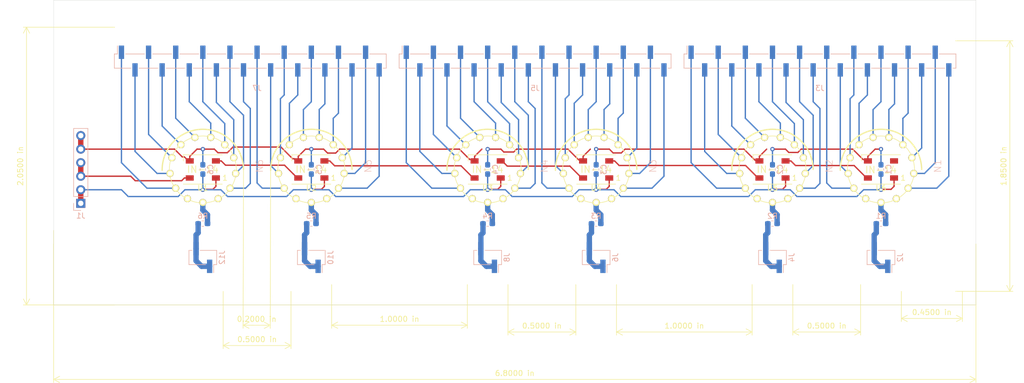
<source format=kicad_pcb>
(kicad_pcb (version 20171130) (host pcbnew "(5.1.4)-1")

  (general
    (thickness 1.6)
    (drawings 16)
    (tracks 411)
    (zones 0)
    (modules 34)
    (nets 94)
  )

  (page A4)
  (layers
    (0 F.Cu signal)
    (31 B.Cu signal)
    (32 B.Adhes user)
    (33 F.Adhes user)
    (34 B.Paste user)
    (35 F.Paste user)
    (36 B.SilkS user)
    (37 F.SilkS user)
    (38 B.Mask user)
    (39 F.Mask user)
    (40 Dwgs.User user)
    (41 Cmts.User user)
    (42 Eco1.User user)
    (43 Eco2.User user)
    (44 Edge.Cuts user)
    (45 Margin user)
    (46 B.CrtYd user)
    (47 F.CrtYd user)
    (48 B.Fab user)
    (49 F.Fab user)
  )

  (setup
    (last_trace_width 0.25)
    (trace_clearance 0.2)
    (zone_clearance 0.508)
    (zone_45_only no)
    (trace_min 0.2)
    (via_size 0.8)
    (via_drill 0.4)
    (via_min_size 0.4)
    (via_min_drill 0.3)
    (uvia_size 0.3)
    (uvia_drill 0.1)
    (uvias_allowed no)
    (uvia_min_size 0.2)
    (uvia_min_drill 0.1)
    (edge_width 0.05)
    (segment_width 0.2)
    (pcb_text_width 0.3)
    (pcb_text_size 1.5 1.5)
    (mod_edge_width 0.12)
    (mod_text_size 1 1)
    (mod_text_width 0.15)
    (pad_size 1.524 1.524)
    (pad_drill 0.762)
    (pad_to_mask_clearance 0.051)
    (solder_mask_min_width 0.25)
    (aux_axis_origin 0 0)
    (visible_elements 7FFFFFFF)
    (pcbplotparams
      (layerselection 0x010fc_ffffffff)
      (usegerberextensions false)
      (usegerberattributes false)
      (usegerberadvancedattributes false)
      (creategerberjobfile false)
      (excludeedgelayer true)
      (linewidth 0.100000)
      (plotframeref false)
      (viasonmask false)
      (mode 1)
      (useauxorigin false)
      (hpglpennumber 1)
      (hpglpenspeed 20)
      (hpglpendiameter 15.000000)
      (psnegative false)
      (psa4output false)
      (plotreference true)
      (plotvalue true)
      (plotinvisibletext false)
      (padsonsilk false)
      (subtractmaskfromsilk false)
      (outputformat 1)
      (mirror false)
      (drillshape 1)
      (scaleselection 1)
      (outputdirectory ""))
  )

  (net 0 "")
  (net 1 GND)
  (net 2 +5V)
  (net 3 "Net-(J1-Pad3)")
  (net 4 "Net-(J2-Pad1)")
  (net 5 "Net-(J3-Pad10)")
  (net 6 "Net-(J3-Pad8)")
  (net 7 "Net-(J3-Pad6)")
  (net 8 "Net-(J3-Pad4)")
  (net 9 "Net-(J3-Pad2)")
  (net 10 "Net-(J3-Pad9)")
  (net 11 "Net-(J3-Pad7)")
  (net 12 "Net-(J3-Pad5)")
  (net 13 "Net-(J3-Pad3)")
  (net 14 "Net-(J3-Pad1)")
  (net 15 "Net-(J4-Pad1)")
  (net 16 "Net-(J5-Pad10)")
  (net 17 "Net-(J5-Pad8)")
  (net 18 "Net-(J5-Pad6)")
  (net 19 "Net-(J5-Pad4)")
  (net 20 "Net-(J5-Pad2)")
  (net 21 "Net-(J5-Pad9)")
  (net 22 "Net-(J5-Pad7)")
  (net 23 "Net-(J5-Pad5)")
  (net 24 "Net-(J5-Pad3)")
  (net 25 "Net-(J5-Pad1)")
  (net 26 "Net-(J6-Pad1)")
  (net 27 "Net-(J7-Pad10)")
  (net 28 "Net-(J7-Pad8)")
  (net 29 "Net-(J7-Pad6)")
  (net 30 "Net-(J7-Pad4)")
  (net 31 "Net-(J7-Pad2)")
  (net 32 "Net-(J7-Pad9)")
  (net 33 "Net-(J7-Pad7)")
  (net 34 "Net-(J7-Pad5)")
  (net 35 "Net-(J7-Pad3)")
  (net 36 "Net-(J7-Pad1)")
  (net 37 "Net-(J8-Pad1)")
  (net 38 "Net-(J10-Pad1)")
  (net 39 "Net-(J12-Pad1)")
  (net 40 "Net-(N1-PadA)")
  (net 41 "Net-(N2-PadA)")
  (net 42 "Net-(N3-PadA)")
  (net 43 "Net-(N4-PadA)")
  (net 44 "Net-(N5-PadA)")
  (net 45 "Net-(N6-PadA)")
  (net 46 "Net-(U1-Pad2)")
  (net 47 "Net-(U2-Pad2)")
  (net 48 "Net-(U3-Pad2)")
  (net 49 "Net-(U4-Pad2)")
  (net 50 "Net-(U5-Pad2)")
  (net 51 "Net-(U6-Pad2)")
  (net 52 "Net-(N1-PadRHDP)")
  (net 53 "Net-(N1-PadLHDP)")
  (net 54 "Net-(N2-PadRHDP)")
  (net 55 "Net-(N2-PadLHDP)")
  (net 56 "Net-(N3-PadRHDP)")
  (net 57 "Net-(N3-PadLHDP)")
  (net 58 "Net-(N4-PadRHDP)")
  (net 59 "Net-(N4-PadLHDP)")
  (net 60 "Net-(N5-PadRHDP)")
  (net 61 "Net-(N5-PadLHDP)")
  (net 62 "Net-(N6-PadRHDP)")
  (net 63 "Net-(N6-PadLHDP)")
  (net 64 "Net-(J3-Pad20)")
  (net 65 "Net-(J3-Pad18)")
  (net 66 "Net-(J3-Pad16)")
  (net 67 "Net-(J3-Pad14)")
  (net 68 "Net-(J3-Pad12)")
  (net 69 "Net-(J3-Pad19)")
  (net 70 "Net-(J3-Pad17)")
  (net 71 "Net-(J3-Pad15)")
  (net 72 "Net-(J3-Pad13)")
  (net 73 "Net-(J3-Pad11)")
  (net 74 "Net-(J5-Pad20)")
  (net 75 "Net-(J5-Pad18)")
  (net 76 "Net-(J5-Pad16)")
  (net 77 "Net-(J5-Pad14)")
  (net 78 "Net-(J5-Pad12)")
  (net 79 "Net-(J5-Pad19)")
  (net 80 "Net-(J5-Pad17)")
  (net 81 "Net-(J5-Pad15)")
  (net 82 "Net-(J5-Pad13)")
  (net 83 "Net-(J5-Pad11)")
  (net 84 "Net-(J7-Pad20)")
  (net 85 "Net-(J7-Pad18)")
  (net 86 "Net-(J7-Pad16)")
  (net 87 "Net-(J7-Pad14)")
  (net 88 "Net-(J7-Pad12)")
  (net 89 "Net-(J7-Pad19)")
  (net 90 "Net-(J7-Pad17)")
  (net 91 "Net-(J7-Pad15)")
  (net 92 "Net-(J7-Pad13)")
  (net 93 "Net-(J7-Pad11)")

  (net_class Default "This is the default net class."
    (clearance 0.2)
    (trace_width 0.25)
    (via_dia 0.8)
    (via_drill 0.4)
    (uvia_dia 0.3)
    (uvia_drill 0.1)
    (add_net +5V)
    (add_net GND)
    (add_net "Net-(J1-Pad3)")
    (add_net "Net-(J10-Pad1)")
    (add_net "Net-(J12-Pad1)")
    (add_net "Net-(J2-Pad1)")
    (add_net "Net-(J3-Pad1)")
    (add_net "Net-(J3-Pad10)")
    (add_net "Net-(J3-Pad11)")
    (add_net "Net-(J3-Pad12)")
    (add_net "Net-(J3-Pad13)")
    (add_net "Net-(J3-Pad14)")
    (add_net "Net-(J3-Pad15)")
    (add_net "Net-(J3-Pad16)")
    (add_net "Net-(J3-Pad17)")
    (add_net "Net-(J3-Pad18)")
    (add_net "Net-(J3-Pad19)")
    (add_net "Net-(J3-Pad2)")
    (add_net "Net-(J3-Pad20)")
    (add_net "Net-(J3-Pad3)")
    (add_net "Net-(J3-Pad4)")
    (add_net "Net-(J3-Pad5)")
    (add_net "Net-(J3-Pad6)")
    (add_net "Net-(J3-Pad7)")
    (add_net "Net-(J3-Pad8)")
    (add_net "Net-(J3-Pad9)")
    (add_net "Net-(J4-Pad1)")
    (add_net "Net-(J5-Pad1)")
    (add_net "Net-(J5-Pad10)")
    (add_net "Net-(J5-Pad11)")
    (add_net "Net-(J5-Pad12)")
    (add_net "Net-(J5-Pad13)")
    (add_net "Net-(J5-Pad14)")
    (add_net "Net-(J5-Pad15)")
    (add_net "Net-(J5-Pad16)")
    (add_net "Net-(J5-Pad17)")
    (add_net "Net-(J5-Pad18)")
    (add_net "Net-(J5-Pad19)")
    (add_net "Net-(J5-Pad2)")
    (add_net "Net-(J5-Pad20)")
    (add_net "Net-(J5-Pad3)")
    (add_net "Net-(J5-Pad4)")
    (add_net "Net-(J5-Pad5)")
    (add_net "Net-(J5-Pad6)")
    (add_net "Net-(J5-Pad7)")
    (add_net "Net-(J5-Pad8)")
    (add_net "Net-(J5-Pad9)")
    (add_net "Net-(J6-Pad1)")
    (add_net "Net-(J7-Pad1)")
    (add_net "Net-(J7-Pad10)")
    (add_net "Net-(J7-Pad11)")
    (add_net "Net-(J7-Pad12)")
    (add_net "Net-(J7-Pad13)")
    (add_net "Net-(J7-Pad14)")
    (add_net "Net-(J7-Pad15)")
    (add_net "Net-(J7-Pad16)")
    (add_net "Net-(J7-Pad17)")
    (add_net "Net-(J7-Pad18)")
    (add_net "Net-(J7-Pad19)")
    (add_net "Net-(J7-Pad2)")
    (add_net "Net-(J7-Pad20)")
    (add_net "Net-(J7-Pad3)")
    (add_net "Net-(J7-Pad4)")
    (add_net "Net-(J7-Pad5)")
    (add_net "Net-(J7-Pad6)")
    (add_net "Net-(J7-Pad7)")
    (add_net "Net-(J7-Pad8)")
    (add_net "Net-(J7-Pad9)")
    (add_net "Net-(J8-Pad1)")
    (add_net "Net-(N1-PadA)")
    (add_net "Net-(N1-PadLHDP)")
    (add_net "Net-(N1-PadRHDP)")
    (add_net "Net-(N2-PadA)")
    (add_net "Net-(N2-PadLHDP)")
    (add_net "Net-(N2-PadRHDP)")
    (add_net "Net-(N3-PadA)")
    (add_net "Net-(N3-PadLHDP)")
    (add_net "Net-(N3-PadRHDP)")
    (add_net "Net-(N4-PadA)")
    (add_net "Net-(N4-PadLHDP)")
    (add_net "Net-(N4-PadRHDP)")
    (add_net "Net-(N5-PadA)")
    (add_net "Net-(N5-PadLHDP)")
    (add_net "Net-(N5-PadRHDP)")
    (add_net "Net-(N6-PadA)")
    (add_net "Net-(N6-PadLHDP)")
    (add_net "Net-(N6-PadRHDP)")
    (add_net "Net-(U1-Pad2)")
    (add_net "Net-(U2-Pad2)")
    (add_net "Net-(U3-Pad2)")
    (add_net "Net-(U4-Pad2)")
    (add_net "Net-(U5-Pad2)")
    (add_net "Net-(U6-Pad2)")
  )

  (module Connector_PinHeader_2.54mm:PinHeader_1x06_P2.54mm_Vertical (layer B.Cu) (tedit 59FED5CC) (tstamp 5D7E17E2)
    (at 95.25 52.07)
    (descr "Through hole straight pin header, 1x06, 2.54mm pitch, single row")
    (tags "Through hole pin header THT 1x06 2.54mm single row")
    (path /5D83FDD3)
    (fp_text reference J1 (at 0 2.33) (layer B.SilkS)
      (effects (font (size 1 1) (thickness 0.15)) (justify mirror))
    )
    (fp_text value Conn_01x06_Male (at 0 -15.03) (layer B.Fab)
      (effects (font (size 1 1) (thickness 0.15)) (justify mirror))
    )
    (fp_text user %R (at 0 -6.35 270) (layer B.Fab)
      (effects (font (size 1 1) (thickness 0.15)) (justify mirror))
    )
    (fp_line (start 1.8 1.8) (end -1.8 1.8) (layer B.CrtYd) (width 0.05))
    (fp_line (start 1.8 -14.5) (end 1.8 1.8) (layer B.CrtYd) (width 0.05))
    (fp_line (start -1.8 -14.5) (end 1.8 -14.5) (layer B.CrtYd) (width 0.05))
    (fp_line (start -1.8 1.8) (end -1.8 -14.5) (layer B.CrtYd) (width 0.05))
    (fp_line (start -1.33 1.33) (end 0 1.33) (layer B.SilkS) (width 0.12))
    (fp_line (start -1.33 0) (end -1.33 1.33) (layer B.SilkS) (width 0.12))
    (fp_line (start -1.33 -1.27) (end 1.33 -1.27) (layer B.SilkS) (width 0.12))
    (fp_line (start 1.33 -1.27) (end 1.33 -14.03) (layer B.SilkS) (width 0.12))
    (fp_line (start -1.33 -1.27) (end -1.33 -14.03) (layer B.SilkS) (width 0.12))
    (fp_line (start -1.33 -14.03) (end 1.33 -14.03) (layer B.SilkS) (width 0.12))
    (fp_line (start -1.27 0.635) (end -0.635 1.27) (layer B.Fab) (width 0.1))
    (fp_line (start -1.27 -13.97) (end -1.27 0.635) (layer B.Fab) (width 0.1))
    (fp_line (start 1.27 -13.97) (end -1.27 -13.97) (layer B.Fab) (width 0.1))
    (fp_line (start 1.27 1.27) (end 1.27 -13.97) (layer B.Fab) (width 0.1))
    (fp_line (start -0.635 1.27) (end 1.27 1.27) (layer B.Fab) (width 0.1))
    (pad 6 thru_hole oval (at 0 -12.7) (size 1.7 1.7) (drill 1) (layers *.Cu *.Mask)
      (net 1 GND))
    (pad 5 thru_hole oval (at 0 -10.16) (size 1.7 1.7) (drill 1) (layers *.Cu *.Mask)
      (net 1 GND))
    (pad 4 thru_hole oval (at 0 -7.62) (size 1.7 1.7) (drill 1) (layers *.Cu *.Mask)
      (net 3 "Net-(J1-Pad3)"))
    (pad 3 thru_hole oval (at 0 -5.08) (size 1.7 1.7) (drill 1) (layers *.Cu *.Mask)
      (net 3 "Net-(J1-Pad3)"))
    (pad 2 thru_hole oval (at 0 -2.54) (size 1.7 1.7) (drill 1) (layers *.Cu *.Mask)
      (net 2 +5V))
    (pad 1 thru_hole rect (at 0 0) (size 1.7 1.7) (drill 1) (layers *.Cu *.Mask)
      (net 2 +5V))
    (model ${KISYS3DMOD}/Connector_PinHeader_2.54mm.3dshapes/PinHeader_1x06_P2.54mm_Vertical.wrl
      (at (xyz 0 0 0))
      (scale (xyz 1 1 1))
      (rotate (xyz 0 0 0))
    )
  )

  (module Connector_PinHeader_2.54mm:PinHeader_1x20_P2.54mm_Vertical_SMD_Pin1Left (layer B.Cu) (tedit 59FED5CC) (tstamp 5D7FE640)
    (at 127 25.4 270)
    (descr "surface-mounted straight pin header, 1x20, 2.54mm pitch, single row, style 1 (pin 1 left)")
    (tags "Surface mounted pin header SMD 1x20 2.54mm single row style1 pin1 left")
    (path /5D99B150)
    (attr smd)
    (fp_text reference J7 (at 5.08 -1.27 180) (layer B.SilkS)
      (effects (font (size 1 1) (thickness 0.15)) (justify mirror))
    )
    (fp_text value Conn_01x20_Male (at 0 -26.46 90) (layer B.Fab)
      (effects (font (size 1 1) (thickness 0.15)) (justify mirror))
    )
    (fp_text user %R (at 0 0 180) (layer B.Fab)
      (effects (font (size 1 1) (thickness 0.15)) (justify mirror))
    )
    (fp_line (start 3.45 25.9) (end -3.45 25.9) (layer B.CrtYd) (width 0.05))
    (fp_line (start 3.45 -25.9) (end 3.45 25.9) (layer B.CrtYd) (width 0.05))
    (fp_line (start -3.45 -25.9) (end 3.45 -25.9) (layer B.CrtYd) (width 0.05))
    (fp_line (start -3.45 25.9) (end -3.45 -25.9) (layer B.CrtYd) (width 0.05))
    (fp_line (start -1.33 -22.35) (end -1.33 -25.46) (layer B.SilkS) (width 0.12))
    (fp_line (start -1.33 -17.27) (end -1.33 -20.83) (layer B.SilkS) (width 0.12))
    (fp_line (start -1.33 -12.19) (end -1.33 -15.75) (layer B.SilkS) (width 0.12))
    (fp_line (start -1.33 -7.11) (end -1.33 -10.67) (layer B.SilkS) (width 0.12))
    (fp_line (start -1.33 -2.03) (end -1.33 -5.59) (layer B.SilkS) (width 0.12))
    (fp_line (start -1.33 3.05) (end -1.33 -0.51) (layer B.SilkS) (width 0.12))
    (fp_line (start -1.33 8.13) (end -1.33 4.57) (layer B.SilkS) (width 0.12))
    (fp_line (start -1.33 13.21) (end -1.33 9.65) (layer B.SilkS) (width 0.12))
    (fp_line (start -1.33 18.29) (end -1.33 14.73) (layer B.SilkS) (width 0.12))
    (fp_line (start -1.33 23.37) (end -1.33 19.81) (layer B.SilkS) (width 0.12))
    (fp_line (start 1.33 -19.81) (end 1.33 -23.37) (layer B.SilkS) (width 0.12))
    (fp_line (start 1.33 -14.73) (end 1.33 -18.29) (layer B.SilkS) (width 0.12))
    (fp_line (start 1.33 -9.65) (end 1.33 -13.21) (layer B.SilkS) (width 0.12))
    (fp_line (start 1.33 -4.57) (end 1.33 -8.13) (layer B.SilkS) (width 0.12))
    (fp_line (start 1.33 0.51) (end 1.33 -3.05) (layer B.SilkS) (width 0.12))
    (fp_line (start 1.33 5.59) (end 1.33 2.03) (layer B.SilkS) (width 0.12))
    (fp_line (start 1.33 10.67) (end 1.33 7.11) (layer B.SilkS) (width 0.12))
    (fp_line (start 1.33 15.75) (end 1.33 12.19) (layer B.SilkS) (width 0.12))
    (fp_line (start 1.33 20.83) (end 1.33 17.27) (layer B.SilkS) (width 0.12))
    (fp_line (start 1.33 -24.89) (end 1.33 -25.46) (layer B.SilkS) (width 0.12))
    (fp_line (start -1.33 25.46) (end -1.33 24.89) (layer B.SilkS) (width 0.12))
    (fp_line (start -1.33 24.89) (end -2.85 24.89) (layer B.SilkS) (width 0.12))
    (fp_line (start 1.33 25.46) (end 1.33 22.35) (layer B.SilkS) (width 0.12))
    (fp_line (start -1.33 -25.46) (end 1.33 -25.46) (layer B.SilkS) (width 0.12))
    (fp_line (start -1.33 25.46) (end 1.33 25.46) (layer B.SilkS) (width 0.12))
    (fp_line (start 2.54 -24.45) (end 1.27 -24.45) (layer B.Fab) (width 0.1))
    (fp_line (start 2.54 -23.81) (end 2.54 -24.45) (layer B.Fab) (width 0.1))
    (fp_line (start 1.27 -23.81) (end 2.54 -23.81) (layer B.Fab) (width 0.1))
    (fp_line (start 2.54 -19.37) (end 1.27 -19.37) (layer B.Fab) (width 0.1))
    (fp_line (start 2.54 -18.73) (end 2.54 -19.37) (layer B.Fab) (width 0.1))
    (fp_line (start 1.27 -18.73) (end 2.54 -18.73) (layer B.Fab) (width 0.1))
    (fp_line (start 2.54 -14.29) (end 1.27 -14.29) (layer B.Fab) (width 0.1))
    (fp_line (start 2.54 -13.65) (end 2.54 -14.29) (layer B.Fab) (width 0.1))
    (fp_line (start 1.27 -13.65) (end 2.54 -13.65) (layer B.Fab) (width 0.1))
    (fp_line (start 2.54 -9.21) (end 1.27 -9.21) (layer B.Fab) (width 0.1))
    (fp_line (start 2.54 -8.57) (end 2.54 -9.21) (layer B.Fab) (width 0.1))
    (fp_line (start 1.27 -8.57) (end 2.54 -8.57) (layer B.Fab) (width 0.1))
    (fp_line (start 2.54 -4.13) (end 1.27 -4.13) (layer B.Fab) (width 0.1))
    (fp_line (start 2.54 -3.49) (end 2.54 -4.13) (layer B.Fab) (width 0.1))
    (fp_line (start 1.27 -3.49) (end 2.54 -3.49) (layer B.Fab) (width 0.1))
    (fp_line (start 2.54 0.95) (end 1.27 0.95) (layer B.Fab) (width 0.1))
    (fp_line (start 2.54 1.59) (end 2.54 0.95) (layer B.Fab) (width 0.1))
    (fp_line (start 1.27 1.59) (end 2.54 1.59) (layer B.Fab) (width 0.1))
    (fp_line (start 2.54 6.03) (end 1.27 6.03) (layer B.Fab) (width 0.1))
    (fp_line (start 2.54 6.67) (end 2.54 6.03) (layer B.Fab) (width 0.1))
    (fp_line (start 1.27 6.67) (end 2.54 6.67) (layer B.Fab) (width 0.1))
    (fp_line (start 2.54 11.11) (end 1.27 11.11) (layer B.Fab) (width 0.1))
    (fp_line (start 2.54 11.75) (end 2.54 11.11) (layer B.Fab) (width 0.1))
    (fp_line (start 1.27 11.75) (end 2.54 11.75) (layer B.Fab) (width 0.1))
    (fp_line (start 2.54 16.19) (end 1.27 16.19) (layer B.Fab) (width 0.1))
    (fp_line (start 2.54 16.83) (end 2.54 16.19) (layer B.Fab) (width 0.1))
    (fp_line (start 1.27 16.83) (end 2.54 16.83) (layer B.Fab) (width 0.1))
    (fp_line (start 2.54 21.27) (end 1.27 21.27) (layer B.Fab) (width 0.1))
    (fp_line (start 2.54 21.91) (end 2.54 21.27) (layer B.Fab) (width 0.1))
    (fp_line (start 1.27 21.91) (end 2.54 21.91) (layer B.Fab) (width 0.1))
    (fp_line (start -2.54 -21.91) (end -1.27 -21.91) (layer B.Fab) (width 0.1))
    (fp_line (start -2.54 -21.27) (end -2.54 -21.91) (layer B.Fab) (width 0.1))
    (fp_line (start -1.27 -21.27) (end -2.54 -21.27) (layer B.Fab) (width 0.1))
    (fp_line (start -2.54 -16.83) (end -1.27 -16.83) (layer B.Fab) (width 0.1))
    (fp_line (start -2.54 -16.19) (end -2.54 -16.83) (layer B.Fab) (width 0.1))
    (fp_line (start -1.27 -16.19) (end -2.54 -16.19) (layer B.Fab) (width 0.1))
    (fp_line (start -2.54 -11.75) (end -1.27 -11.75) (layer B.Fab) (width 0.1))
    (fp_line (start -2.54 -11.11) (end -2.54 -11.75) (layer B.Fab) (width 0.1))
    (fp_line (start -1.27 -11.11) (end -2.54 -11.11) (layer B.Fab) (width 0.1))
    (fp_line (start -2.54 -6.67) (end -1.27 -6.67) (layer B.Fab) (width 0.1))
    (fp_line (start -2.54 -6.03) (end -2.54 -6.67) (layer B.Fab) (width 0.1))
    (fp_line (start -1.27 -6.03) (end -2.54 -6.03) (layer B.Fab) (width 0.1))
    (fp_line (start -2.54 -1.59) (end -1.27 -1.59) (layer B.Fab) (width 0.1))
    (fp_line (start -2.54 -0.95) (end -2.54 -1.59) (layer B.Fab) (width 0.1))
    (fp_line (start -1.27 -0.95) (end -2.54 -0.95) (layer B.Fab) (width 0.1))
    (fp_line (start -2.54 3.49) (end -1.27 3.49) (layer B.Fab) (width 0.1))
    (fp_line (start -2.54 4.13) (end -2.54 3.49) (layer B.Fab) (width 0.1))
    (fp_line (start -1.27 4.13) (end -2.54 4.13) (layer B.Fab) (width 0.1))
    (fp_line (start -2.54 8.57) (end -1.27 8.57) (layer B.Fab) (width 0.1))
    (fp_line (start -2.54 9.21) (end -2.54 8.57) (layer B.Fab) (width 0.1))
    (fp_line (start -1.27 9.21) (end -2.54 9.21) (layer B.Fab) (width 0.1))
    (fp_line (start -2.54 13.65) (end -1.27 13.65) (layer B.Fab) (width 0.1))
    (fp_line (start -2.54 14.29) (end -2.54 13.65) (layer B.Fab) (width 0.1))
    (fp_line (start -1.27 14.29) (end -2.54 14.29) (layer B.Fab) (width 0.1))
    (fp_line (start -2.54 18.73) (end -1.27 18.73) (layer B.Fab) (width 0.1))
    (fp_line (start -2.54 19.37) (end -2.54 18.73) (layer B.Fab) (width 0.1))
    (fp_line (start -1.27 19.37) (end -2.54 19.37) (layer B.Fab) (width 0.1))
    (fp_line (start -2.54 23.81) (end -1.27 23.81) (layer B.Fab) (width 0.1))
    (fp_line (start -2.54 24.45) (end -2.54 23.81) (layer B.Fab) (width 0.1))
    (fp_line (start -1.27 24.45) (end -2.54 24.45) (layer B.Fab) (width 0.1))
    (fp_line (start 1.27 25.4) (end 1.27 -25.4) (layer B.Fab) (width 0.1))
    (fp_line (start -1.27 24.45) (end -0.32 25.4) (layer B.Fab) (width 0.1))
    (fp_line (start -1.27 -25.4) (end -1.27 24.45) (layer B.Fab) (width 0.1))
    (fp_line (start -0.32 25.4) (end 1.27 25.4) (layer B.Fab) (width 0.1))
    (fp_line (start 1.27 -25.4) (end -1.27 -25.4) (layer B.Fab) (width 0.1))
    (pad 20 smd rect (at 1.655 -24.13 270) (size 2.51 1) (layers B.Cu B.Paste B.Mask)
      (net 84 "Net-(J7-Pad20)"))
    (pad 18 smd rect (at 1.655 -19.05 270) (size 2.51 1) (layers B.Cu B.Paste B.Mask)
      (net 85 "Net-(J7-Pad18)"))
    (pad 16 smd rect (at 1.655 -13.97 270) (size 2.51 1) (layers B.Cu B.Paste B.Mask)
      (net 86 "Net-(J7-Pad16)"))
    (pad 14 smd rect (at 1.655 -8.89 270) (size 2.51 1) (layers B.Cu B.Paste B.Mask)
      (net 87 "Net-(J7-Pad14)"))
    (pad 12 smd rect (at 1.655 -3.81 270) (size 2.51 1) (layers B.Cu B.Paste B.Mask)
      (net 88 "Net-(J7-Pad12)"))
    (pad 10 smd rect (at 1.655 1.27 270) (size 2.51 1) (layers B.Cu B.Paste B.Mask)
      (net 27 "Net-(J7-Pad10)"))
    (pad 8 smd rect (at 1.655 6.35 270) (size 2.51 1) (layers B.Cu B.Paste B.Mask)
      (net 28 "Net-(J7-Pad8)"))
    (pad 6 smd rect (at 1.655 11.43 270) (size 2.51 1) (layers B.Cu B.Paste B.Mask)
      (net 29 "Net-(J7-Pad6)"))
    (pad 4 smd rect (at 1.655 16.51 270) (size 2.51 1) (layers B.Cu B.Paste B.Mask)
      (net 30 "Net-(J7-Pad4)"))
    (pad 2 smd rect (at 1.655 21.59 270) (size 2.51 1) (layers B.Cu B.Paste B.Mask)
      (net 31 "Net-(J7-Pad2)"))
    (pad 19 smd rect (at -1.655 -21.59 270) (size 2.51 1) (layers B.Cu B.Paste B.Mask)
      (net 89 "Net-(J7-Pad19)"))
    (pad 17 smd rect (at -1.655 -16.51 270) (size 2.51 1) (layers B.Cu B.Paste B.Mask)
      (net 90 "Net-(J7-Pad17)"))
    (pad 15 smd rect (at -1.655 -11.43 270) (size 2.51 1) (layers B.Cu B.Paste B.Mask)
      (net 91 "Net-(J7-Pad15)"))
    (pad 13 smd rect (at -1.655 -6.35 270) (size 2.51 1) (layers B.Cu B.Paste B.Mask)
      (net 92 "Net-(J7-Pad13)"))
    (pad 11 smd rect (at -1.655 -1.27 270) (size 2.51 1) (layers B.Cu B.Paste B.Mask)
      (net 93 "Net-(J7-Pad11)"))
    (pad 9 smd rect (at -1.655 3.81 270) (size 2.51 1) (layers B.Cu B.Paste B.Mask)
      (net 32 "Net-(J7-Pad9)"))
    (pad 7 smd rect (at -1.655 8.89 270) (size 2.51 1) (layers B.Cu B.Paste B.Mask)
      (net 33 "Net-(J7-Pad7)"))
    (pad 5 smd rect (at -1.655 13.97 270) (size 2.51 1) (layers B.Cu B.Paste B.Mask)
      (net 34 "Net-(J7-Pad5)"))
    (pad 3 smd rect (at -1.655 19.05 270) (size 2.51 1) (layers B.Cu B.Paste B.Mask)
      (net 35 "Net-(J7-Pad3)"))
    (pad 1 smd rect (at -1.655 24.13 270) (size 2.51 1) (layers B.Cu B.Paste B.Mask)
      (net 36 "Net-(J7-Pad1)"))
    (model ${KISYS3DMOD}/Connector_PinHeader_2.54mm.3dshapes/PinHeader_1x20_P2.54mm_Vertical_SMD_Pin1Left.wrl
      (at (xyz 0 0 0))
      (scale (xyz 1 1 1))
      (rotate (xyz 0 0 0))
    )
  )

  (module Connector_PinHeader_2.54mm:PinHeader_1x20_P2.54mm_Vertical_SMD_Pin1Left (layer B.Cu) (tedit 59FED5CC) (tstamp 5D7FE591)
    (at 180.34 25.4 270)
    (descr "surface-mounted straight pin header, 1x20, 2.54mm pitch, single row, style 1 (pin 1 left)")
    (tags "Surface mounted pin header SMD 1x20 2.54mm single row style1 pin1 left")
    (path /5D99868D)
    (attr smd)
    (fp_text reference J5 (at 5.08 0) (layer B.SilkS)
      (effects (font (size 1 1) (thickness 0.15)) (justify mirror))
    )
    (fp_text value Conn_01x20_Male (at 0 -26.46 90) (layer B.Fab)
      (effects (font (size 1 1) (thickness 0.15)) (justify mirror))
    )
    (fp_text user %R (at 0 0 180) (layer B.Fab)
      (effects (font (size 1 1) (thickness 0.15)) (justify mirror))
    )
    (fp_line (start 3.45 25.9) (end -3.45 25.9) (layer B.CrtYd) (width 0.05))
    (fp_line (start 3.45 -25.9) (end 3.45 25.9) (layer B.CrtYd) (width 0.05))
    (fp_line (start -3.45 -25.9) (end 3.45 -25.9) (layer B.CrtYd) (width 0.05))
    (fp_line (start -3.45 25.9) (end -3.45 -25.9) (layer B.CrtYd) (width 0.05))
    (fp_line (start -1.33 -22.35) (end -1.33 -25.46) (layer B.SilkS) (width 0.12))
    (fp_line (start -1.33 -17.27) (end -1.33 -20.83) (layer B.SilkS) (width 0.12))
    (fp_line (start -1.33 -12.19) (end -1.33 -15.75) (layer B.SilkS) (width 0.12))
    (fp_line (start -1.33 -7.11) (end -1.33 -10.67) (layer B.SilkS) (width 0.12))
    (fp_line (start -1.33 -2.03) (end -1.33 -5.59) (layer B.SilkS) (width 0.12))
    (fp_line (start -1.33 3.05) (end -1.33 -0.51) (layer B.SilkS) (width 0.12))
    (fp_line (start -1.33 8.13) (end -1.33 4.57) (layer B.SilkS) (width 0.12))
    (fp_line (start -1.33 13.21) (end -1.33 9.65) (layer B.SilkS) (width 0.12))
    (fp_line (start -1.33 18.29) (end -1.33 14.73) (layer B.SilkS) (width 0.12))
    (fp_line (start -1.33 23.37) (end -1.33 19.81) (layer B.SilkS) (width 0.12))
    (fp_line (start 1.33 -19.81) (end 1.33 -23.37) (layer B.SilkS) (width 0.12))
    (fp_line (start 1.33 -14.73) (end 1.33 -18.29) (layer B.SilkS) (width 0.12))
    (fp_line (start 1.33 -9.65) (end 1.33 -13.21) (layer B.SilkS) (width 0.12))
    (fp_line (start 1.33 -4.57) (end 1.33 -8.13) (layer B.SilkS) (width 0.12))
    (fp_line (start 1.33 0.51) (end 1.33 -3.05) (layer B.SilkS) (width 0.12))
    (fp_line (start 1.33 5.59) (end 1.33 2.03) (layer B.SilkS) (width 0.12))
    (fp_line (start 1.33 10.67) (end 1.33 7.11) (layer B.SilkS) (width 0.12))
    (fp_line (start 1.33 15.75) (end 1.33 12.19) (layer B.SilkS) (width 0.12))
    (fp_line (start 1.33 20.83) (end 1.33 17.27) (layer B.SilkS) (width 0.12))
    (fp_line (start 1.33 -24.89) (end 1.33 -25.46) (layer B.SilkS) (width 0.12))
    (fp_line (start -1.33 25.46) (end -1.33 24.89) (layer B.SilkS) (width 0.12))
    (fp_line (start -1.33 24.89) (end -2.85 24.89) (layer B.SilkS) (width 0.12))
    (fp_line (start 1.33 25.46) (end 1.33 22.35) (layer B.SilkS) (width 0.12))
    (fp_line (start -1.33 -25.46) (end 1.33 -25.46) (layer B.SilkS) (width 0.12))
    (fp_line (start -1.33 25.46) (end 1.33 25.46) (layer B.SilkS) (width 0.12))
    (fp_line (start 2.54 -24.45) (end 1.27 -24.45) (layer B.Fab) (width 0.1))
    (fp_line (start 2.54 -23.81) (end 2.54 -24.45) (layer B.Fab) (width 0.1))
    (fp_line (start 1.27 -23.81) (end 2.54 -23.81) (layer B.Fab) (width 0.1))
    (fp_line (start 2.54 -19.37) (end 1.27 -19.37) (layer B.Fab) (width 0.1))
    (fp_line (start 2.54 -18.73) (end 2.54 -19.37) (layer B.Fab) (width 0.1))
    (fp_line (start 1.27 -18.73) (end 2.54 -18.73) (layer B.Fab) (width 0.1))
    (fp_line (start 2.54 -14.29) (end 1.27 -14.29) (layer B.Fab) (width 0.1))
    (fp_line (start 2.54 -13.65) (end 2.54 -14.29) (layer B.Fab) (width 0.1))
    (fp_line (start 1.27 -13.65) (end 2.54 -13.65) (layer B.Fab) (width 0.1))
    (fp_line (start 2.54 -9.21) (end 1.27 -9.21) (layer B.Fab) (width 0.1))
    (fp_line (start 2.54 -8.57) (end 2.54 -9.21) (layer B.Fab) (width 0.1))
    (fp_line (start 1.27 -8.57) (end 2.54 -8.57) (layer B.Fab) (width 0.1))
    (fp_line (start 2.54 -4.13) (end 1.27 -4.13) (layer B.Fab) (width 0.1))
    (fp_line (start 2.54 -3.49) (end 2.54 -4.13) (layer B.Fab) (width 0.1))
    (fp_line (start 1.27 -3.49) (end 2.54 -3.49) (layer B.Fab) (width 0.1))
    (fp_line (start 2.54 0.95) (end 1.27 0.95) (layer B.Fab) (width 0.1))
    (fp_line (start 2.54 1.59) (end 2.54 0.95) (layer B.Fab) (width 0.1))
    (fp_line (start 1.27 1.59) (end 2.54 1.59) (layer B.Fab) (width 0.1))
    (fp_line (start 2.54 6.03) (end 1.27 6.03) (layer B.Fab) (width 0.1))
    (fp_line (start 2.54 6.67) (end 2.54 6.03) (layer B.Fab) (width 0.1))
    (fp_line (start 1.27 6.67) (end 2.54 6.67) (layer B.Fab) (width 0.1))
    (fp_line (start 2.54 11.11) (end 1.27 11.11) (layer B.Fab) (width 0.1))
    (fp_line (start 2.54 11.75) (end 2.54 11.11) (layer B.Fab) (width 0.1))
    (fp_line (start 1.27 11.75) (end 2.54 11.75) (layer B.Fab) (width 0.1))
    (fp_line (start 2.54 16.19) (end 1.27 16.19) (layer B.Fab) (width 0.1))
    (fp_line (start 2.54 16.83) (end 2.54 16.19) (layer B.Fab) (width 0.1))
    (fp_line (start 1.27 16.83) (end 2.54 16.83) (layer B.Fab) (width 0.1))
    (fp_line (start 2.54 21.27) (end 1.27 21.27) (layer B.Fab) (width 0.1))
    (fp_line (start 2.54 21.91) (end 2.54 21.27) (layer B.Fab) (width 0.1))
    (fp_line (start 1.27 21.91) (end 2.54 21.91) (layer B.Fab) (width 0.1))
    (fp_line (start -2.54 -21.91) (end -1.27 -21.91) (layer B.Fab) (width 0.1))
    (fp_line (start -2.54 -21.27) (end -2.54 -21.91) (layer B.Fab) (width 0.1))
    (fp_line (start -1.27 -21.27) (end -2.54 -21.27) (layer B.Fab) (width 0.1))
    (fp_line (start -2.54 -16.83) (end -1.27 -16.83) (layer B.Fab) (width 0.1))
    (fp_line (start -2.54 -16.19) (end -2.54 -16.83) (layer B.Fab) (width 0.1))
    (fp_line (start -1.27 -16.19) (end -2.54 -16.19) (layer B.Fab) (width 0.1))
    (fp_line (start -2.54 -11.75) (end -1.27 -11.75) (layer B.Fab) (width 0.1))
    (fp_line (start -2.54 -11.11) (end -2.54 -11.75) (layer B.Fab) (width 0.1))
    (fp_line (start -1.27 -11.11) (end -2.54 -11.11) (layer B.Fab) (width 0.1))
    (fp_line (start -2.54 -6.67) (end -1.27 -6.67) (layer B.Fab) (width 0.1))
    (fp_line (start -2.54 -6.03) (end -2.54 -6.67) (layer B.Fab) (width 0.1))
    (fp_line (start -1.27 -6.03) (end -2.54 -6.03) (layer B.Fab) (width 0.1))
    (fp_line (start -2.54 -1.59) (end -1.27 -1.59) (layer B.Fab) (width 0.1))
    (fp_line (start -2.54 -0.95) (end -2.54 -1.59) (layer B.Fab) (width 0.1))
    (fp_line (start -1.27 -0.95) (end -2.54 -0.95) (layer B.Fab) (width 0.1))
    (fp_line (start -2.54 3.49) (end -1.27 3.49) (layer B.Fab) (width 0.1))
    (fp_line (start -2.54 4.13) (end -2.54 3.49) (layer B.Fab) (width 0.1))
    (fp_line (start -1.27 4.13) (end -2.54 4.13) (layer B.Fab) (width 0.1))
    (fp_line (start -2.54 8.57) (end -1.27 8.57) (layer B.Fab) (width 0.1))
    (fp_line (start -2.54 9.21) (end -2.54 8.57) (layer B.Fab) (width 0.1))
    (fp_line (start -1.27 9.21) (end -2.54 9.21) (layer B.Fab) (width 0.1))
    (fp_line (start -2.54 13.65) (end -1.27 13.65) (layer B.Fab) (width 0.1))
    (fp_line (start -2.54 14.29) (end -2.54 13.65) (layer B.Fab) (width 0.1))
    (fp_line (start -1.27 14.29) (end -2.54 14.29) (layer B.Fab) (width 0.1))
    (fp_line (start -2.54 18.73) (end -1.27 18.73) (layer B.Fab) (width 0.1))
    (fp_line (start -2.54 19.37) (end -2.54 18.73) (layer B.Fab) (width 0.1))
    (fp_line (start -1.27 19.37) (end -2.54 19.37) (layer B.Fab) (width 0.1))
    (fp_line (start -2.54 23.81) (end -1.27 23.81) (layer B.Fab) (width 0.1))
    (fp_line (start -2.54 24.45) (end -2.54 23.81) (layer B.Fab) (width 0.1))
    (fp_line (start -1.27 24.45) (end -2.54 24.45) (layer B.Fab) (width 0.1))
    (fp_line (start 1.27 25.4) (end 1.27 -25.4) (layer B.Fab) (width 0.1))
    (fp_line (start -1.27 24.45) (end -0.32 25.4) (layer B.Fab) (width 0.1))
    (fp_line (start -1.27 -25.4) (end -1.27 24.45) (layer B.Fab) (width 0.1))
    (fp_line (start -0.32 25.4) (end 1.27 25.4) (layer B.Fab) (width 0.1))
    (fp_line (start 1.27 -25.4) (end -1.27 -25.4) (layer B.Fab) (width 0.1))
    (pad 20 smd rect (at 1.655 -24.13 270) (size 2.51 1) (layers B.Cu B.Paste B.Mask)
      (net 74 "Net-(J5-Pad20)"))
    (pad 18 smd rect (at 1.655 -19.05 270) (size 2.51 1) (layers B.Cu B.Paste B.Mask)
      (net 75 "Net-(J5-Pad18)"))
    (pad 16 smd rect (at 1.655 -13.97 270) (size 2.51 1) (layers B.Cu B.Paste B.Mask)
      (net 76 "Net-(J5-Pad16)"))
    (pad 14 smd rect (at 1.655 -8.89 270) (size 2.51 1) (layers B.Cu B.Paste B.Mask)
      (net 77 "Net-(J5-Pad14)"))
    (pad 12 smd rect (at 1.655 -3.81 270) (size 2.51 1) (layers B.Cu B.Paste B.Mask)
      (net 78 "Net-(J5-Pad12)"))
    (pad 10 smd rect (at 1.655 1.27 270) (size 2.51 1) (layers B.Cu B.Paste B.Mask)
      (net 16 "Net-(J5-Pad10)"))
    (pad 8 smd rect (at 1.655 6.35 270) (size 2.51 1) (layers B.Cu B.Paste B.Mask)
      (net 17 "Net-(J5-Pad8)"))
    (pad 6 smd rect (at 1.655 11.43 270) (size 2.51 1) (layers B.Cu B.Paste B.Mask)
      (net 18 "Net-(J5-Pad6)"))
    (pad 4 smd rect (at 1.655 16.51 270) (size 2.51 1) (layers B.Cu B.Paste B.Mask)
      (net 19 "Net-(J5-Pad4)"))
    (pad 2 smd rect (at 1.655 21.59 270) (size 2.51 1) (layers B.Cu B.Paste B.Mask)
      (net 20 "Net-(J5-Pad2)"))
    (pad 19 smd rect (at -1.655 -21.59 270) (size 2.51 1) (layers B.Cu B.Paste B.Mask)
      (net 79 "Net-(J5-Pad19)"))
    (pad 17 smd rect (at -1.655 -16.51 270) (size 2.51 1) (layers B.Cu B.Paste B.Mask)
      (net 80 "Net-(J5-Pad17)"))
    (pad 15 smd rect (at -1.655 -11.43 270) (size 2.51 1) (layers B.Cu B.Paste B.Mask)
      (net 81 "Net-(J5-Pad15)"))
    (pad 13 smd rect (at -1.655 -6.35 270) (size 2.51 1) (layers B.Cu B.Paste B.Mask)
      (net 82 "Net-(J5-Pad13)"))
    (pad 11 smd rect (at -1.655 -1.27 270) (size 2.51 1) (layers B.Cu B.Paste B.Mask)
      (net 83 "Net-(J5-Pad11)"))
    (pad 9 smd rect (at -1.655 3.81 270) (size 2.51 1) (layers B.Cu B.Paste B.Mask)
      (net 21 "Net-(J5-Pad9)"))
    (pad 7 smd rect (at -1.655 8.89 270) (size 2.51 1) (layers B.Cu B.Paste B.Mask)
      (net 22 "Net-(J5-Pad7)"))
    (pad 5 smd rect (at -1.655 13.97 270) (size 2.51 1) (layers B.Cu B.Paste B.Mask)
      (net 23 "Net-(J5-Pad5)"))
    (pad 3 smd rect (at -1.655 19.05 270) (size 2.51 1) (layers B.Cu B.Paste B.Mask)
      (net 24 "Net-(J5-Pad3)"))
    (pad 1 smd rect (at -1.655 24.13 270) (size 2.51 1) (layers B.Cu B.Paste B.Mask)
      (net 25 "Net-(J5-Pad1)"))
    (model ${KISYS3DMOD}/Connector_PinHeader_2.54mm.3dshapes/PinHeader_1x20_P2.54mm_Vertical_SMD_Pin1Left.wrl
      (at (xyz 0 0 0))
      (scale (xyz 1 1 1))
      (rotate (xyz 0 0 0))
    )
  )

  (module Connector_PinHeader_2.54mm:PinHeader_1x20_P2.54mm_Vertical_SMD_Pin1Left (layer B.Cu) (tedit 59FED5CC) (tstamp 5D7FE4E2)
    (at 233.68 25.4 270)
    (descr "surface-mounted straight pin header, 1x20, 2.54mm pitch, single row, style 1 (pin 1 left)")
    (tags "Surface mounted pin header SMD 1x20 2.54mm single row style1 pin1 left")
    (path /5D994E5F)
    (attr smd)
    (fp_text reference J3 (at 5.08 0) (layer B.SilkS)
      (effects (font (size 1 1) (thickness 0.15)) (justify mirror))
    )
    (fp_text value Conn_01x20_Male (at 0 -26.46 270) (layer B.Fab)
      (effects (font (size 1 1) (thickness 0.15)) (justify mirror))
    )
    (fp_text user %R (at 0 0) (layer B.Fab)
      (effects (font (size 1 1) (thickness 0.15)) (justify mirror))
    )
    (fp_line (start 3.45 25.9) (end -3.45 25.9) (layer B.CrtYd) (width 0.05))
    (fp_line (start 3.45 -25.9) (end 3.45 25.9) (layer B.CrtYd) (width 0.05))
    (fp_line (start -3.45 -25.9) (end 3.45 -25.9) (layer B.CrtYd) (width 0.05))
    (fp_line (start -3.45 25.9) (end -3.45 -25.9) (layer B.CrtYd) (width 0.05))
    (fp_line (start -1.33 -22.35) (end -1.33 -25.46) (layer B.SilkS) (width 0.12))
    (fp_line (start -1.33 -17.27) (end -1.33 -20.83) (layer B.SilkS) (width 0.12))
    (fp_line (start -1.33 -12.19) (end -1.33 -15.75) (layer B.SilkS) (width 0.12))
    (fp_line (start -1.33 -7.11) (end -1.33 -10.67) (layer B.SilkS) (width 0.12))
    (fp_line (start -1.33 -2.03) (end -1.33 -5.59) (layer B.SilkS) (width 0.12))
    (fp_line (start -1.33 3.05) (end -1.33 -0.51) (layer B.SilkS) (width 0.12))
    (fp_line (start -1.33 8.13) (end -1.33 4.57) (layer B.SilkS) (width 0.12))
    (fp_line (start -1.33 13.21) (end -1.33 9.65) (layer B.SilkS) (width 0.12))
    (fp_line (start -1.33 18.29) (end -1.33 14.73) (layer B.SilkS) (width 0.12))
    (fp_line (start -1.33 23.37) (end -1.33 19.81) (layer B.SilkS) (width 0.12))
    (fp_line (start 1.33 -19.81) (end 1.33 -23.37) (layer B.SilkS) (width 0.12))
    (fp_line (start 1.33 -14.73) (end 1.33 -18.29) (layer B.SilkS) (width 0.12))
    (fp_line (start 1.33 -9.65) (end 1.33 -13.21) (layer B.SilkS) (width 0.12))
    (fp_line (start 1.33 -4.57) (end 1.33 -8.13) (layer B.SilkS) (width 0.12))
    (fp_line (start 1.33 0.51) (end 1.33 -3.05) (layer B.SilkS) (width 0.12))
    (fp_line (start 1.33 5.59) (end 1.33 2.03) (layer B.SilkS) (width 0.12))
    (fp_line (start 1.33 10.67) (end 1.33 7.11) (layer B.SilkS) (width 0.12))
    (fp_line (start 1.33 15.75) (end 1.33 12.19) (layer B.SilkS) (width 0.12))
    (fp_line (start 1.33 20.83) (end 1.33 17.27) (layer B.SilkS) (width 0.12))
    (fp_line (start 1.33 -24.89) (end 1.33 -25.46) (layer B.SilkS) (width 0.12))
    (fp_line (start -1.33 25.46) (end -1.33 24.89) (layer B.SilkS) (width 0.12))
    (fp_line (start -1.33 24.89) (end -2.85 24.89) (layer B.SilkS) (width 0.12))
    (fp_line (start 1.33 25.46) (end 1.33 22.35) (layer B.SilkS) (width 0.12))
    (fp_line (start -1.33 -25.46) (end 1.33 -25.46) (layer B.SilkS) (width 0.12))
    (fp_line (start -1.33 25.46) (end 1.33 25.46) (layer B.SilkS) (width 0.12))
    (fp_line (start 2.54 -24.45) (end 1.27 -24.45) (layer B.Fab) (width 0.1))
    (fp_line (start 2.54 -23.81) (end 2.54 -24.45) (layer B.Fab) (width 0.1))
    (fp_line (start 1.27 -23.81) (end 2.54 -23.81) (layer B.Fab) (width 0.1))
    (fp_line (start 2.54 -19.37) (end 1.27 -19.37) (layer B.Fab) (width 0.1))
    (fp_line (start 2.54 -18.73) (end 2.54 -19.37) (layer B.Fab) (width 0.1))
    (fp_line (start 1.27 -18.73) (end 2.54 -18.73) (layer B.Fab) (width 0.1))
    (fp_line (start 2.54 -14.29) (end 1.27 -14.29) (layer B.Fab) (width 0.1))
    (fp_line (start 2.54 -13.65) (end 2.54 -14.29) (layer B.Fab) (width 0.1))
    (fp_line (start 1.27 -13.65) (end 2.54 -13.65) (layer B.Fab) (width 0.1))
    (fp_line (start 2.54 -9.21) (end 1.27 -9.21) (layer B.Fab) (width 0.1))
    (fp_line (start 2.54 -8.57) (end 2.54 -9.21) (layer B.Fab) (width 0.1))
    (fp_line (start 1.27 -8.57) (end 2.54 -8.57) (layer B.Fab) (width 0.1))
    (fp_line (start 2.54 -4.13) (end 1.27 -4.13) (layer B.Fab) (width 0.1))
    (fp_line (start 2.54 -3.49) (end 2.54 -4.13) (layer B.Fab) (width 0.1))
    (fp_line (start 1.27 -3.49) (end 2.54 -3.49) (layer B.Fab) (width 0.1))
    (fp_line (start 2.54 0.95) (end 1.27 0.95) (layer B.Fab) (width 0.1))
    (fp_line (start 2.54 1.59) (end 2.54 0.95) (layer B.Fab) (width 0.1))
    (fp_line (start 1.27 1.59) (end 2.54 1.59) (layer B.Fab) (width 0.1))
    (fp_line (start 2.54 6.03) (end 1.27 6.03) (layer B.Fab) (width 0.1))
    (fp_line (start 2.54 6.67) (end 2.54 6.03) (layer B.Fab) (width 0.1))
    (fp_line (start 1.27 6.67) (end 2.54 6.67) (layer B.Fab) (width 0.1))
    (fp_line (start 2.54 11.11) (end 1.27 11.11) (layer B.Fab) (width 0.1))
    (fp_line (start 2.54 11.75) (end 2.54 11.11) (layer B.Fab) (width 0.1))
    (fp_line (start 1.27 11.75) (end 2.54 11.75) (layer B.Fab) (width 0.1))
    (fp_line (start 2.54 16.19) (end 1.27 16.19) (layer B.Fab) (width 0.1))
    (fp_line (start 2.54 16.83) (end 2.54 16.19) (layer B.Fab) (width 0.1))
    (fp_line (start 1.27 16.83) (end 2.54 16.83) (layer B.Fab) (width 0.1))
    (fp_line (start 2.54 21.27) (end 1.27 21.27) (layer B.Fab) (width 0.1))
    (fp_line (start 2.54 21.91) (end 2.54 21.27) (layer B.Fab) (width 0.1))
    (fp_line (start 1.27 21.91) (end 2.54 21.91) (layer B.Fab) (width 0.1))
    (fp_line (start -2.54 -21.91) (end -1.27 -21.91) (layer B.Fab) (width 0.1))
    (fp_line (start -2.54 -21.27) (end -2.54 -21.91) (layer B.Fab) (width 0.1))
    (fp_line (start -1.27 -21.27) (end -2.54 -21.27) (layer B.Fab) (width 0.1))
    (fp_line (start -2.54 -16.83) (end -1.27 -16.83) (layer B.Fab) (width 0.1))
    (fp_line (start -2.54 -16.19) (end -2.54 -16.83) (layer B.Fab) (width 0.1))
    (fp_line (start -1.27 -16.19) (end -2.54 -16.19) (layer B.Fab) (width 0.1))
    (fp_line (start -2.54 -11.75) (end -1.27 -11.75) (layer B.Fab) (width 0.1))
    (fp_line (start -2.54 -11.11) (end -2.54 -11.75) (layer B.Fab) (width 0.1))
    (fp_line (start -1.27 -11.11) (end -2.54 -11.11) (layer B.Fab) (width 0.1))
    (fp_line (start -2.54 -6.67) (end -1.27 -6.67) (layer B.Fab) (width 0.1))
    (fp_line (start -2.54 -6.03) (end -2.54 -6.67) (layer B.Fab) (width 0.1))
    (fp_line (start -1.27 -6.03) (end -2.54 -6.03) (layer B.Fab) (width 0.1))
    (fp_line (start -2.54 -1.59) (end -1.27 -1.59) (layer B.Fab) (width 0.1))
    (fp_line (start -2.54 -0.95) (end -2.54 -1.59) (layer B.Fab) (width 0.1))
    (fp_line (start -1.27 -0.95) (end -2.54 -0.95) (layer B.Fab) (width 0.1))
    (fp_line (start -2.54 3.49) (end -1.27 3.49) (layer B.Fab) (width 0.1))
    (fp_line (start -2.54 4.13) (end -2.54 3.49) (layer B.Fab) (width 0.1))
    (fp_line (start -1.27 4.13) (end -2.54 4.13) (layer B.Fab) (width 0.1))
    (fp_line (start -2.54 8.57) (end -1.27 8.57) (layer B.Fab) (width 0.1))
    (fp_line (start -2.54 9.21) (end -2.54 8.57) (layer B.Fab) (width 0.1))
    (fp_line (start -1.27 9.21) (end -2.54 9.21) (layer B.Fab) (width 0.1))
    (fp_line (start -2.54 13.65) (end -1.27 13.65) (layer B.Fab) (width 0.1))
    (fp_line (start -2.54 14.29) (end -2.54 13.65) (layer B.Fab) (width 0.1))
    (fp_line (start -1.27 14.29) (end -2.54 14.29) (layer B.Fab) (width 0.1))
    (fp_line (start -2.54 18.73) (end -1.27 18.73) (layer B.Fab) (width 0.1))
    (fp_line (start -2.54 19.37) (end -2.54 18.73) (layer B.Fab) (width 0.1))
    (fp_line (start -1.27 19.37) (end -2.54 19.37) (layer B.Fab) (width 0.1))
    (fp_line (start -2.54 23.81) (end -1.27 23.81) (layer B.Fab) (width 0.1))
    (fp_line (start -2.54 24.45) (end -2.54 23.81) (layer B.Fab) (width 0.1))
    (fp_line (start -1.27 24.45) (end -2.54 24.45) (layer B.Fab) (width 0.1))
    (fp_line (start 1.27 25.4) (end 1.27 -25.4) (layer B.Fab) (width 0.1))
    (fp_line (start -1.27 24.45) (end -0.32 25.4) (layer B.Fab) (width 0.1))
    (fp_line (start -1.27 -25.4) (end -1.27 24.45) (layer B.Fab) (width 0.1))
    (fp_line (start -0.32 25.4) (end 1.27 25.4) (layer B.Fab) (width 0.1))
    (fp_line (start 1.27 -25.4) (end -1.27 -25.4) (layer B.Fab) (width 0.1))
    (pad 20 smd rect (at 1.655 -24.13 270) (size 2.51 1) (layers B.Cu B.Paste B.Mask)
      (net 64 "Net-(J3-Pad20)"))
    (pad 18 smd rect (at 1.655 -19.05 270) (size 2.51 1) (layers B.Cu B.Paste B.Mask)
      (net 65 "Net-(J3-Pad18)"))
    (pad 16 smd rect (at 1.655 -13.97 270) (size 2.51 1) (layers B.Cu B.Paste B.Mask)
      (net 66 "Net-(J3-Pad16)"))
    (pad 14 smd rect (at 1.655 -8.89 270) (size 2.51 1) (layers B.Cu B.Paste B.Mask)
      (net 67 "Net-(J3-Pad14)"))
    (pad 12 smd rect (at 1.655 -3.81 270) (size 2.51 1) (layers B.Cu B.Paste B.Mask)
      (net 68 "Net-(J3-Pad12)"))
    (pad 10 smd rect (at 1.655 1.27 270) (size 2.51 1) (layers B.Cu B.Paste B.Mask)
      (net 5 "Net-(J3-Pad10)"))
    (pad 8 smd rect (at 1.655 6.35 270) (size 2.51 1) (layers B.Cu B.Paste B.Mask)
      (net 6 "Net-(J3-Pad8)"))
    (pad 6 smd rect (at 1.655 11.43 270) (size 2.51 1) (layers B.Cu B.Paste B.Mask)
      (net 7 "Net-(J3-Pad6)"))
    (pad 4 smd rect (at 1.655 16.51 270) (size 2.51 1) (layers B.Cu B.Paste B.Mask)
      (net 8 "Net-(J3-Pad4)"))
    (pad 2 smd rect (at 1.655 21.59 270) (size 2.51 1) (layers B.Cu B.Paste B.Mask)
      (net 9 "Net-(J3-Pad2)"))
    (pad 19 smd rect (at -1.655 -21.59 270) (size 2.51 1) (layers B.Cu B.Paste B.Mask)
      (net 69 "Net-(J3-Pad19)"))
    (pad 17 smd rect (at -1.655 -16.51 270) (size 2.51 1) (layers B.Cu B.Paste B.Mask)
      (net 70 "Net-(J3-Pad17)"))
    (pad 15 smd rect (at -1.655 -11.43 270) (size 2.51 1) (layers B.Cu B.Paste B.Mask)
      (net 71 "Net-(J3-Pad15)"))
    (pad 13 smd rect (at -1.655 -6.35 270) (size 2.51 1) (layers B.Cu B.Paste B.Mask)
      (net 72 "Net-(J3-Pad13)"))
    (pad 11 smd rect (at -1.655 -1.27 270) (size 2.51 1) (layers B.Cu B.Paste B.Mask)
      (net 73 "Net-(J3-Pad11)"))
    (pad 9 smd rect (at -1.655 3.81 270) (size 2.51 1) (layers B.Cu B.Paste B.Mask)
      (net 10 "Net-(J3-Pad9)"))
    (pad 7 smd rect (at -1.655 8.89 270) (size 2.51 1) (layers B.Cu B.Paste B.Mask)
      (net 11 "Net-(J3-Pad7)"))
    (pad 5 smd rect (at -1.655 13.97 270) (size 2.51 1) (layers B.Cu B.Paste B.Mask)
      (net 12 "Net-(J3-Pad5)"))
    (pad 3 smd rect (at -1.655 19.05 270) (size 2.51 1) (layers B.Cu B.Paste B.Mask)
      (net 13 "Net-(J3-Pad3)"))
    (pad 1 smd rect (at -1.655 24.13 270) (size 2.51 1) (layers B.Cu B.Paste B.Mask)
      (net 14 "Net-(J3-Pad1)"))
    (model ${KISYS3DMOD}/Connector_PinHeader_2.54mm.3dshapes/PinHeader_1x20_P2.54mm_Vertical_SMD_Pin1Left.wrl
      (at (xyz 0 0 0))
      (scale (xyz 1 1 1))
      (rotate (xyz 0 0 0))
    )
  )

  (module russian-nixies:russian-nixies-IN-14 (layer F.Cu) (tedit 200000) (tstamp 5D7F8E27)
    (at 118.11 45.72)
    (path /5D7ED5FA)
    (attr virtual)
    (fp_text reference N6 (at 10.63498 -0.635 90) (layer B.SilkS)
      (effects (font (size 1.27 1.27) (thickness 0.0889)))
    )
    (fp_text value IN-14 (at 0 0) (layer F.SilkS)
      (effects (font (size 1.27 1.27) (thickness 0.15)))
    )
    (fp_arc (start 0 0.07874) (end -7.62 0.15748) (angle 179.9) (layer F.SilkS) (width 0.254))
    (fp_circle (center 0 0) (end -4.43484 4.43484) (layer F.SilkS) (width 0.127))
    (pad RHDP thru_hole circle (at -2.87528 5.47878) (size 1.3462 1.3462) (drill 0.8382) (layers F&B.Cu F.Paste F.SilkS F.Mask)
      (net 62 "Net-(N6-PadRHDP)"))
    (pad LHDP thru_hole circle (at 2.87528 5.47878) (size 1.3462 1.3462) (drill 0.8382) (layers F&B.Cu F.Paste F.SilkS F.Mask)
      (net 63 "Net-(N6-PadLHDP)"))
    (pad A thru_hole circle (at 0 6.18744) (size 1.3462 1.3462) (drill 0.8382) (layers F&B.Cu F.Paste F.SilkS F.Mask)
      (net 45 "Net-(N6-PadA)"))
    (pad 9 thru_hole circle (at 6.14426 0.74422) (size 1.3462 1.3462) (drill 0.8382) (layers F&B.Cu F.Paste F.SilkS F.Mask)
      (net 32 "Net-(J7-Pad9)"))
    (pad 8 thru_hole circle (at 5.78612 -2.19456) (size 1.3462 1.3462) (drill 0.8382) (layers F&B.Cu F.Paste F.SilkS F.Mask)
      (net 28 "Net-(J7-Pad8)"))
    (pad 7 thru_hole circle (at 4.10464 -4.63296) (size 1.3462 1.3462) (drill 0.8382) (layers F&B.Cu F.Paste F.SilkS F.Mask)
      (net 33 "Net-(J7-Pad7)"))
    (pad 6 thru_hole circle (at 1.48082 -6.00964) (size 1.3462 1.3462) (drill 0.8382) (layers F&B.Cu F.Paste F.SilkS F.Mask)
      (net 29 "Net-(J7-Pad6)"))
    (pad 5 thru_hole circle (at -1.48082 -6.00964) (size 1.3462 1.3462) (drill 0.8382) (layers F&B.Cu F.Paste F.SilkS F.Mask)
      (net 34 "Net-(J7-Pad5)"))
    (pad 4 thru_hole circle (at -4.10464 -4.63296) (size 1.3462 1.3462) (drill 0.8382) (layers F&B.Cu F.Paste F.SilkS F.Mask)
      (net 30 "Net-(J7-Pad4)"))
    (pad 3 thru_hole circle (at -5.78612 -2.19456) (size 1.3462 1.3462) (drill 0.8382) (layers F&B.Cu F.Paste F.SilkS F.Mask)
      (net 35 "Net-(J7-Pad3)"))
    (pad 2 thru_hole circle (at -6.14426 0.74422) (size 1.3462 1.3462) (drill 0.8382) (layers F&B.Cu F.Paste F.SilkS F.Mask)
      (net 31 "Net-(J7-Pad2)"))
    (pad 1 thru_hole circle (at -5.0927 3.51536) (size 1.3462 1.3462) (drill 0.8382) (layers F&B.Cu F.Paste F.SilkS F.Mask)
      (net 36 "Net-(J7-Pad1)"))
    (pad 0 thru_hole circle (at 5.0927 3.51536) (size 1.3462 1.3462) (drill 0.8382) (layers F&B.Cu F.Paste F.SilkS F.Mask)
      (net 27 "Net-(J7-Pad10)"))
  )

  (module russian-nixies:russian-nixies-IN-14 (layer F.Cu) (tedit 200000) (tstamp 5D7F8E14)
    (at 138.43 45.72)
    (path /5D7ED5F4)
    (attr virtual)
    (fp_text reference N5 (at 10.63498 -0.635 90) (layer B.SilkS)
      (effects (font (size 1.27 1.27) (thickness 0.0889)))
    )
    (fp_text value IN-14 (at 0 0) (layer F.SilkS)
      (effects (font (size 1.27 1.27) (thickness 0.15)))
    )
    (fp_arc (start 0 0.07874) (end -7.62 0.15748) (angle 179.9) (layer F.SilkS) (width 0.254))
    (fp_circle (center 0 0) (end -4.43484 4.43484) (layer F.SilkS) (width 0.127))
    (pad RHDP thru_hole circle (at -2.87528 5.47878) (size 1.3462 1.3462) (drill 0.8382) (layers F&B.Cu F.Paste F.SilkS F.Mask)
      (net 60 "Net-(N5-PadRHDP)"))
    (pad LHDP thru_hole circle (at 2.87528 5.47878) (size 1.3462 1.3462) (drill 0.8382) (layers F&B.Cu F.Paste F.SilkS F.Mask)
      (net 61 "Net-(N5-PadLHDP)"))
    (pad A thru_hole circle (at 0 6.18744) (size 1.3462 1.3462) (drill 0.8382) (layers F&B.Cu F.Paste F.SilkS F.Mask)
      (net 44 "Net-(N5-PadA)"))
    (pad 9 thru_hole circle (at 6.14426 0.74422) (size 1.3462 1.3462) (drill 0.8382) (layers F&B.Cu F.Paste F.SilkS F.Mask)
      (net 89 "Net-(J7-Pad19)"))
    (pad 8 thru_hole circle (at 5.78612 -2.19456) (size 1.3462 1.3462) (drill 0.8382) (layers F&B.Cu F.Paste F.SilkS F.Mask)
      (net 85 "Net-(J7-Pad18)"))
    (pad 7 thru_hole circle (at 4.10464 -4.63296) (size 1.3462 1.3462) (drill 0.8382) (layers F&B.Cu F.Paste F.SilkS F.Mask)
      (net 90 "Net-(J7-Pad17)"))
    (pad 6 thru_hole circle (at 1.48082 -6.00964) (size 1.3462 1.3462) (drill 0.8382) (layers F&B.Cu F.Paste F.SilkS F.Mask)
      (net 86 "Net-(J7-Pad16)"))
    (pad 5 thru_hole circle (at -1.48082 -6.00964) (size 1.3462 1.3462) (drill 0.8382) (layers F&B.Cu F.Paste F.SilkS F.Mask)
      (net 91 "Net-(J7-Pad15)"))
    (pad 4 thru_hole circle (at -4.10464 -4.63296) (size 1.3462 1.3462) (drill 0.8382) (layers F&B.Cu F.Paste F.SilkS F.Mask)
      (net 87 "Net-(J7-Pad14)"))
    (pad 3 thru_hole circle (at -5.78612 -2.19456) (size 1.3462 1.3462) (drill 0.8382) (layers F&B.Cu F.Paste F.SilkS F.Mask)
      (net 92 "Net-(J7-Pad13)"))
    (pad 2 thru_hole circle (at -6.14426 0.74422) (size 1.3462 1.3462) (drill 0.8382) (layers F&B.Cu F.Paste F.SilkS F.Mask)
      (net 88 "Net-(J7-Pad12)"))
    (pad 1 thru_hole circle (at -5.0927 3.51536) (size 1.3462 1.3462) (drill 0.8382) (layers F&B.Cu F.Paste F.SilkS F.Mask)
      (net 93 "Net-(J7-Pad11)"))
    (pad 0 thru_hole circle (at 5.0927 3.51536) (size 1.3462 1.3462) (drill 0.8382) (layers F&B.Cu F.Paste F.SilkS F.Mask)
      (net 84 "Net-(J7-Pad20)"))
  )

  (module russian-nixies:russian-nixies-IN-14 (layer F.Cu) (tedit 200000) (tstamp 5D7F8E01)
    (at 171.45 45.72)
    (path /5D7E9236)
    (attr virtual)
    (fp_text reference N4 (at 10.63498 -0.635 90) (layer B.SilkS)
      (effects (font (size 1.27 1.27) (thickness 0.0889)))
    )
    (fp_text value IN-14 (at 0 0) (layer F.SilkS)
      (effects (font (size 1.27 1.27) (thickness 0.15)))
    )
    (fp_arc (start 0 0.07874) (end -7.62 0.15748) (angle 179.9) (layer F.SilkS) (width 0.254))
    (fp_circle (center 0 0) (end -4.43484 4.43484) (layer F.SilkS) (width 0.127))
    (pad RHDP thru_hole circle (at -2.87528 5.47878) (size 1.3462 1.3462) (drill 0.8382) (layers F&B.Cu F.Paste F.SilkS F.Mask)
      (net 58 "Net-(N4-PadRHDP)"))
    (pad LHDP thru_hole circle (at 2.87528 5.47878) (size 1.3462 1.3462) (drill 0.8382) (layers F&B.Cu F.Paste F.SilkS F.Mask)
      (net 59 "Net-(N4-PadLHDP)"))
    (pad A thru_hole circle (at 0 6.18744) (size 1.3462 1.3462) (drill 0.8382) (layers F&B.Cu F.Paste F.SilkS F.Mask)
      (net 43 "Net-(N4-PadA)"))
    (pad 9 thru_hole circle (at 6.14426 0.74422) (size 1.3462 1.3462) (drill 0.8382) (layers F&B.Cu F.Paste F.SilkS F.Mask)
      (net 21 "Net-(J5-Pad9)"))
    (pad 8 thru_hole circle (at 5.78612 -2.19456) (size 1.3462 1.3462) (drill 0.8382) (layers F&B.Cu F.Paste F.SilkS F.Mask)
      (net 17 "Net-(J5-Pad8)"))
    (pad 7 thru_hole circle (at 4.10464 -4.63296) (size 1.3462 1.3462) (drill 0.8382) (layers F&B.Cu F.Paste F.SilkS F.Mask)
      (net 22 "Net-(J5-Pad7)"))
    (pad 6 thru_hole circle (at 1.48082 -6.00964) (size 1.3462 1.3462) (drill 0.8382) (layers F&B.Cu F.Paste F.SilkS F.Mask)
      (net 18 "Net-(J5-Pad6)"))
    (pad 5 thru_hole circle (at -1.48082 -6.00964) (size 1.3462 1.3462) (drill 0.8382) (layers F&B.Cu F.Paste F.SilkS F.Mask)
      (net 23 "Net-(J5-Pad5)"))
    (pad 4 thru_hole circle (at -4.10464 -4.63296) (size 1.3462 1.3462) (drill 0.8382) (layers F&B.Cu F.Paste F.SilkS F.Mask)
      (net 19 "Net-(J5-Pad4)"))
    (pad 3 thru_hole circle (at -5.78612 -2.19456) (size 1.3462 1.3462) (drill 0.8382) (layers F&B.Cu F.Paste F.SilkS F.Mask)
      (net 24 "Net-(J5-Pad3)"))
    (pad 2 thru_hole circle (at -6.14426 0.74422) (size 1.3462 1.3462) (drill 0.8382) (layers F&B.Cu F.Paste F.SilkS F.Mask)
      (net 20 "Net-(J5-Pad2)"))
    (pad 1 thru_hole circle (at -5.0927 3.51536) (size 1.3462 1.3462) (drill 0.8382) (layers F&B.Cu F.Paste F.SilkS F.Mask)
      (net 25 "Net-(J5-Pad1)"))
    (pad 0 thru_hole circle (at 5.0927 3.51536) (size 1.3462 1.3462) (drill 0.8382) (layers F&B.Cu F.Paste F.SilkS F.Mask)
      (net 16 "Net-(J5-Pad10)"))
  )

  (module russian-nixies:russian-nixies-IN-14 (layer F.Cu) (tedit 200000) (tstamp 5D7F8DEE)
    (at 191.77 45.72)
    (path /5D7E2C09)
    (attr virtual)
    (fp_text reference N3 (at 10.63498 -0.635 90) (layer B.SilkS)
      (effects (font (size 1.27 1.27) (thickness 0.0889)))
    )
    (fp_text value IN-14 (at 0 0) (layer F.SilkS)
      (effects (font (size 1.27 1.27) (thickness 0.15)))
    )
    (fp_arc (start 0 0.07874) (end -7.62 0.15748) (angle 179.9) (layer F.SilkS) (width 0.254))
    (fp_circle (center 0 0) (end -4.43484 4.43484) (layer F.SilkS) (width 0.127))
    (pad RHDP thru_hole circle (at -2.87528 5.47878) (size 1.3462 1.3462) (drill 0.8382) (layers F&B.Cu F.Paste F.SilkS F.Mask)
      (net 56 "Net-(N3-PadRHDP)"))
    (pad LHDP thru_hole circle (at 2.87528 5.47878) (size 1.3462 1.3462) (drill 0.8382) (layers F&B.Cu F.Paste F.SilkS F.Mask)
      (net 57 "Net-(N3-PadLHDP)"))
    (pad A thru_hole circle (at 0 6.18744) (size 1.3462 1.3462) (drill 0.8382) (layers F&B.Cu F.Paste F.SilkS F.Mask)
      (net 42 "Net-(N3-PadA)"))
    (pad 9 thru_hole circle (at 6.14426 0.74422) (size 1.3462 1.3462) (drill 0.8382) (layers F&B.Cu F.Paste F.SilkS F.Mask)
      (net 79 "Net-(J5-Pad19)"))
    (pad 8 thru_hole circle (at 5.78612 -2.19456) (size 1.3462 1.3462) (drill 0.8382) (layers F&B.Cu F.Paste F.SilkS F.Mask)
      (net 75 "Net-(J5-Pad18)"))
    (pad 7 thru_hole circle (at 4.10464 -4.63296) (size 1.3462 1.3462) (drill 0.8382) (layers F&B.Cu F.Paste F.SilkS F.Mask)
      (net 80 "Net-(J5-Pad17)"))
    (pad 6 thru_hole circle (at 1.48082 -6.00964) (size 1.3462 1.3462) (drill 0.8382) (layers F&B.Cu F.Paste F.SilkS F.Mask)
      (net 76 "Net-(J5-Pad16)"))
    (pad 5 thru_hole circle (at -1.48082 -6.00964) (size 1.3462 1.3462) (drill 0.8382) (layers F&B.Cu F.Paste F.SilkS F.Mask)
      (net 81 "Net-(J5-Pad15)"))
    (pad 4 thru_hole circle (at -4.10464 -4.63296) (size 1.3462 1.3462) (drill 0.8382) (layers F&B.Cu F.Paste F.SilkS F.Mask)
      (net 77 "Net-(J5-Pad14)"))
    (pad 3 thru_hole circle (at -5.78612 -2.19456) (size 1.3462 1.3462) (drill 0.8382) (layers F&B.Cu F.Paste F.SilkS F.Mask)
      (net 82 "Net-(J5-Pad13)"))
    (pad 2 thru_hole circle (at -6.14426 0.74422) (size 1.3462 1.3462) (drill 0.8382) (layers F&B.Cu F.Paste F.SilkS F.Mask)
      (net 78 "Net-(J5-Pad12)"))
    (pad 1 thru_hole circle (at -5.0927 3.51536) (size 1.3462 1.3462) (drill 0.8382) (layers F&B.Cu F.Paste F.SilkS F.Mask)
      (net 83 "Net-(J5-Pad11)"))
    (pad 0 thru_hole circle (at 5.0927 3.51536) (size 1.3462 1.3462) (drill 0.8382) (layers F&B.Cu F.Paste F.SilkS F.Mask)
      (net 74 "Net-(J5-Pad20)"))
  )

  (module russian-nixies:russian-nixies-IN-14 (layer F.Cu) (tedit 200000) (tstamp 5D7F8DDB)
    (at 224.79 45.72)
    (path /5D7EE828)
    (attr virtual)
    (fp_text reference N2 (at 10.63498 -0.635 90) (layer B.SilkS)
      (effects (font (size 1.27 1.27) (thickness 0.0889)))
    )
    (fp_text value IN-14 (at 0 0) (layer F.SilkS)
      (effects (font (size 1.27 1.27) (thickness 0.15)))
    )
    (fp_arc (start 0 0.07874) (end -7.62 0.15748) (angle 179.9) (layer F.SilkS) (width 0.254))
    (fp_circle (center 0 0) (end -4.43484 4.43484) (layer F.SilkS) (width 0.127))
    (pad RHDP thru_hole circle (at -2.87528 5.47878) (size 1.3462 1.3462) (drill 0.8382) (layers F&B.Cu F.Paste F.SilkS F.Mask)
      (net 54 "Net-(N2-PadRHDP)"))
    (pad LHDP thru_hole circle (at 2.87528 5.47878) (size 1.3462 1.3462) (drill 0.8382) (layers F&B.Cu F.Paste F.SilkS F.Mask)
      (net 55 "Net-(N2-PadLHDP)"))
    (pad A thru_hole circle (at 0 6.18744) (size 1.3462 1.3462) (drill 0.8382) (layers F&B.Cu F.Paste F.SilkS F.Mask)
      (net 41 "Net-(N2-PadA)"))
    (pad 9 thru_hole circle (at 6.14426 0.74422) (size 1.3462 1.3462) (drill 0.8382) (layers F&B.Cu F.Paste F.SilkS F.Mask)
      (net 10 "Net-(J3-Pad9)"))
    (pad 8 thru_hole circle (at 5.78612 -2.19456) (size 1.3462 1.3462) (drill 0.8382) (layers F&B.Cu F.Paste F.SilkS F.Mask)
      (net 6 "Net-(J3-Pad8)"))
    (pad 7 thru_hole circle (at 4.10464 -4.63296) (size 1.3462 1.3462) (drill 0.8382) (layers F&B.Cu F.Paste F.SilkS F.Mask)
      (net 11 "Net-(J3-Pad7)"))
    (pad 6 thru_hole circle (at 1.48082 -6.00964) (size 1.3462 1.3462) (drill 0.8382) (layers F&B.Cu F.Paste F.SilkS F.Mask)
      (net 7 "Net-(J3-Pad6)"))
    (pad 5 thru_hole circle (at -1.48082 -6.00964) (size 1.3462 1.3462) (drill 0.8382) (layers F&B.Cu F.Paste F.SilkS F.Mask)
      (net 12 "Net-(J3-Pad5)"))
    (pad 4 thru_hole circle (at -4.10464 -4.63296) (size 1.3462 1.3462) (drill 0.8382) (layers F&B.Cu F.Paste F.SilkS F.Mask)
      (net 8 "Net-(J3-Pad4)"))
    (pad 3 thru_hole circle (at -5.78612 -2.19456) (size 1.3462 1.3462) (drill 0.8382) (layers F&B.Cu F.Paste F.SilkS F.Mask)
      (net 13 "Net-(J3-Pad3)"))
    (pad 2 thru_hole circle (at -6.14426 0.74422) (size 1.3462 1.3462) (drill 0.8382) (layers F&B.Cu F.Paste F.SilkS F.Mask)
      (net 9 "Net-(J3-Pad2)"))
    (pad 1 thru_hole circle (at -5.0927 3.51536) (size 1.3462 1.3462) (drill 0.8382) (layers F&B.Cu F.Paste F.SilkS F.Mask)
      (net 14 "Net-(J3-Pad1)"))
    (pad 0 thru_hole circle (at 5.0927 3.51536) (size 1.3462 1.3462) (drill 0.8382) (layers F&B.Cu F.Paste F.SilkS F.Mask)
      (net 5 "Net-(J3-Pad10)"))
  )

  (module russian-nixies:russian-nixies-IN-14 (layer F.Cu) (tedit 200000) (tstamp 5D7E691A)
    (at 245.11 45.72)
    (path /5D7EE822)
    (attr virtual)
    (fp_text reference N1 (at 10.63498 -0.635 90) (layer B.SilkS)
      (effects (font (size 1.27 1.27) (thickness 0.0889)))
    )
    (fp_text value IN-14 (at 0 0.07874) (layer F.SilkS)
      (effects (font (size 1.27 1.27) (thickness 0.15)))
    )
    (fp_arc (start 0 0.07874) (end -7.62 0.15748) (angle 179.9) (layer F.SilkS) (width 0.254))
    (fp_circle (center 0 0) (end -4.43484 4.43484) (layer F.SilkS) (width 0.127))
    (pad RHDP thru_hole circle (at -2.87528 5.47878) (size 1.3462 1.3462) (drill 0.8382) (layers F&B.Cu F.Paste F.SilkS F.Mask)
      (net 52 "Net-(N1-PadRHDP)"))
    (pad LHDP thru_hole circle (at 2.87528 5.47878) (size 1.3462 1.3462) (drill 0.8382) (layers F&B.Cu F.Paste F.SilkS F.Mask)
      (net 53 "Net-(N1-PadLHDP)"))
    (pad A thru_hole circle (at 0 6.18744) (size 1.3462 1.3462) (drill 0.8382) (layers F&B.Cu F.Paste F.SilkS F.Mask)
      (net 40 "Net-(N1-PadA)"))
    (pad 9 thru_hole circle (at 6.14426 0.74422) (size 1.3462 1.3462) (drill 0.8382) (layers F&B.Cu F.Paste F.SilkS F.Mask)
      (net 69 "Net-(J3-Pad19)"))
    (pad 8 thru_hole circle (at 5.78612 -2.19456) (size 1.3462 1.3462) (drill 0.8382) (layers F&B.Cu F.Paste F.SilkS F.Mask)
      (net 65 "Net-(J3-Pad18)"))
    (pad 7 thru_hole circle (at 4.10464 -4.63296) (size 1.3462 1.3462) (drill 0.8382) (layers F&B.Cu F.Paste F.SilkS F.Mask)
      (net 70 "Net-(J3-Pad17)"))
    (pad 6 thru_hole circle (at 1.48082 -6.00964) (size 1.3462 1.3462) (drill 0.8382) (layers F&B.Cu F.Paste F.SilkS F.Mask)
      (net 66 "Net-(J3-Pad16)"))
    (pad 5 thru_hole circle (at -1.48082 -6.00964) (size 1.3462 1.3462) (drill 0.8382) (layers F&B.Cu F.Paste F.SilkS F.Mask)
      (net 71 "Net-(J3-Pad15)"))
    (pad 4 thru_hole circle (at -4.10464 -4.63296) (size 1.3462 1.3462) (drill 0.8382) (layers F&B.Cu F.Paste F.SilkS F.Mask)
      (net 67 "Net-(J3-Pad14)"))
    (pad 3 thru_hole circle (at -5.78612 -2.19456) (size 1.3462 1.3462) (drill 0.8382) (layers F&B.Cu F.Paste F.SilkS F.Mask)
      (net 72 "Net-(J3-Pad13)"))
    (pad 2 thru_hole circle (at -6.14426 0.74422) (size 1.3462 1.3462) (drill 0.8382) (layers F&B.Cu F.Paste F.SilkS F.Mask)
      (net 68 "Net-(J3-Pad12)"))
    (pad 1 thru_hole circle (at -5.0927 3.51536) (size 1.3462 1.3462) (drill 0.8382) (layers F&B.Cu F.Paste F.SilkS F.Mask)
      (net 73 "Net-(J3-Pad11)"))
    (pad 0 thru_hole circle (at 5.0927 3.51536) (size 1.3462 1.3462) (drill 0.8382) (layers F&B.Cu F.Paste F.SilkS F.Mask)
      (net 64 "Net-(J3-Pad20)"))
  )

  (module LED_SMD:LED_WS2812B_PLCC4_5.0x5.0mm_P3.2mm (layer F.Cu) (tedit 5AA4B285) (tstamp 5D7E1B1E)
    (at 245.11 45.72 180)
    (descr https://cdn-shop.adafruit.com/datasheets/WS2812B.pdf)
    (tags "LED RGB NeoPixel")
    (path /5D82454F)
    (attr smd)
    (fp_text reference U6 (at 0 -3.5) (layer F.SilkS)
      (effects (font (size 1 1) (thickness 0.15)))
    )
    (fp_text value WS2812B (at 0 4) (layer F.Fab)
      (effects (font (size 1 1) (thickness 0.15)))
    )
    (fp_circle (center 0 0) (end 0 -2) (layer F.Fab) (width 0.1))
    (fp_line (start 3.65 2.75) (end 3.65 1.6) (layer F.SilkS) (width 0.12))
    (fp_line (start -3.65 2.75) (end 3.65 2.75) (layer F.SilkS) (width 0.12))
    (fp_line (start -3.65 -2.75) (end 3.65 -2.75) (layer F.SilkS) (width 0.12))
    (fp_line (start 2.5 -2.5) (end -2.5 -2.5) (layer F.Fab) (width 0.1))
    (fp_line (start 2.5 2.5) (end 2.5 -2.5) (layer F.Fab) (width 0.1))
    (fp_line (start -2.5 2.5) (end 2.5 2.5) (layer F.Fab) (width 0.1))
    (fp_line (start -2.5 -2.5) (end -2.5 2.5) (layer F.Fab) (width 0.1))
    (fp_line (start 2.5 1.5) (end 1.5 2.5) (layer F.Fab) (width 0.1))
    (fp_line (start -3.45 -2.75) (end -3.45 2.75) (layer F.CrtYd) (width 0.05))
    (fp_line (start -3.45 2.75) (end 3.45 2.75) (layer F.CrtYd) (width 0.05))
    (fp_line (start 3.45 2.75) (end 3.45 -2.75) (layer F.CrtYd) (width 0.05))
    (fp_line (start 3.45 -2.75) (end -3.45 -2.75) (layer F.CrtYd) (width 0.05))
    (fp_text user %R (at 0 0) (layer F.Fab)
      (effects (font (size 0.8 0.8) (thickness 0.15)))
    )
    (fp_text user 1 (at -4.15 -1.6) (layer F.SilkS)
      (effects (font (size 1 1) (thickness 0.15)))
    )
    (pad 1 smd rect (at -2.45 -1.6 180) (size 1.5 1) (layers F.Cu F.Paste F.Mask)
      (net 2 +5V))
    (pad 2 smd rect (at -2.45 1.6 180) (size 1.5 1) (layers F.Cu F.Paste F.Mask)
      (net 51 "Net-(U6-Pad2)"))
    (pad 4 smd rect (at 2.45 -1.6 180) (size 1.5 1) (layers F.Cu F.Paste F.Mask)
      (net 50 "Net-(U5-Pad2)"))
    (pad 3 smd rect (at 2.45 1.6 180) (size 1.5 1) (layers F.Cu F.Paste F.Mask)
      (net 1 GND))
    (model ${KISYS3DMOD}/LED_SMD.3dshapes/LED_WS2812B_PLCC4_5.0x5.0mm_P3.2mm.wrl
      (at (xyz 0 0 0))
      (scale (xyz 1 1 1))
      (rotate (xyz 0 0 0))
    )
  )

  (module LED_SMD:LED_WS2812B_PLCC4_5.0x5.0mm_P3.2mm (layer F.Cu) (tedit 5AA4B285) (tstamp 5D7E1B07)
    (at 224.79 45.72 180)
    (descr https://cdn-shop.adafruit.com/datasheets/WS2812B.pdf)
    (tags "LED RGB NeoPixel")
    (path /5D824549)
    (attr smd)
    (fp_text reference U5 (at 0 -3.5) (layer F.SilkS)
      (effects (font (size 1 1) (thickness 0.15)))
    )
    (fp_text value WS2812B (at 0 4) (layer F.Fab)
      (effects (font (size 1 1) (thickness 0.15)))
    )
    (fp_circle (center 0 0) (end 0 -2) (layer F.Fab) (width 0.1))
    (fp_line (start 3.65 2.75) (end 3.65 1.6) (layer F.SilkS) (width 0.12))
    (fp_line (start -3.65 2.75) (end 3.65 2.75) (layer F.SilkS) (width 0.12))
    (fp_line (start -3.65 -2.75) (end 3.65 -2.75) (layer F.SilkS) (width 0.12))
    (fp_line (start 2.5 -2.5) (end -2.5 -2.5) (layer F.Fab) (width 0.1))
    (fp_line (start 2.5 2.5) (end 2.5 -2.5) (layer F.Fab) (width 0.1))
    (fp_line (start -2.5 2.5) (end 2.5 2.5) (layer F.Fab) (width 0.1))
    (fp_line (start -2.5 -2.5) (end -2.5 2.5) (layer F.Fab) (width 0.1))
    (fp_line (start 2.5 1.5) (end 1.5 2.5) (layer F.Fab) (width 0.1))
    (fp_line (start -3.45 -2.75) (end -3.45 2.75) (layer F.CrtYd) (width 0.05))
    (fp_line (start -3.45 2.75) (end 3.45 2.75) (layer F.CrtYd) (width 0.05))
    (fp_line (start 3.45 2.75) (end 3.45 -2.75) (layer F.CrtYd) (width 0.05))
    (fp_line (start 3.45 -2.75) (end -3.45 -2.75) (layer F.CrtYd) (width 0.05))
    (fp_text user %R (at 0 0) (layer F.Fab)
      (effects (font (size 0.8 0.8) (thickness 0.15)))
    )
    (fp_text user 1 (at -4.15 -1.6) (layer F.SilkS)
      (effects (font (size 1 1) (thickness 0.15)))
    )
    (pad 1 smd rect (at -2.45 -1.6 180) (size 1.5 1) (layers F.Cu F.Paste F.Mask)
      (net 2 +5V))
    (pad 2 smd rect (at -2.45 1.6 180) (size 1.5 1) (layers F.Cu F.Paste F.Mask)
      (net 50 "Net-(U5-Pad2)"))
    (pad 4 smd rect (at 2.45 -1.6 180) (size 1.5 1) (layers F.Cu F.Paste F.Mask)
      (net 49 "Net-(U4-Pad2)"))
    (pad 3 smd rect (at 2.45 1.6 180) (size 1.5 1) (layers F.Cu F.Paste F.Mask)
      (net 1 GND))
    (model ${KISYS3DMOD}/LED_SMD.3dshapes/LED_WS2812B_PLCC4_5.0x5.0mm_P3.2mm.wrl
      (at (xyz 0 0 0))
      (scale (xyz 1 1 1))
      (rotate (xyz 0 0 0))
    )
  )

  (module LED_SMD:LED_WS2812B_PLCC4_5.0x5.0mm_P3.2mm (layer F.Cu) (tedit 5AA4B285) (tstamp 5D7E1AF0)
    (at 191.77 45.72 180)
    (descr https://cdn-shop.adafruit.com/datasheets/WS2812B.pdf)
    (tags "LED RGB NeoPixel")
    (path /5D824543)
    (attr smd)
    (fp_text reference U4 (at 0 -3.5) (layer F.SilkS)
      (effects (font (size 1 1) (thickness 0.15)))
    )
    (fp_text value WS2812B (at 0 4) (layer F.Fab)
      (effects (font (size 1 1) (thickness 0.15)))
    )
    (fp_circle (center 0 0) (end 0 -2) (layer F.Fab) (width 0.1))
    (fp_line (start 3.65 2.75) (end 3.65 1.6) (layer F.SilkS) (width 0.12))
    (fp_line (start -3.65 2.75) (end 3.65 2.75) (layer F.SilkS) (width 0.12))
    (fp_line (start -3.65 -2.75) (end 3.65 -2.75) (layer F.SilkS) (width 0.12))
    (fp_line (start 2.5 -2.5) (end -2.5 -2.5) (layer F.Fab) (width 0.1))
    (fp_line (start 2.5 2.5) (end 2.5 -2.5) (layer F.Fab) (width 0.1))
    (fp_line (start -2.5 2.5) (end 2.5 2.5) (layer F.Fab) (width 0.1))
    (fp_line (start -2.5 -2.5) (end -2.5 2.5) (layer F.Fab) (width 0.1))
    (fp_line (start 2.5 1.5) (end 1.5 2.5) (layer F.Fab) (width 0.1))
    (fp_line (start -3.45 -2.75) (end -3.45 2.75) (layer F.CrtYd) (width 0.05))
    (fp_line (start -3.45 2.75) (end 3.45 2.75) (layer F.CrtYd) (width 0.05))
    (fp_line (start 3.45 2.75) (end 3.45 -2.75) (layer F.CrtYd) (width 0.05))
    (fp_line (start 3.45 -2.75) (end -3.45 -2.75) (layer F.CrtYd) (width 0.05))
    (fp_text user %R (at 0 0) (layer F.Fab)
      (effects (font (size 0.8 0.8) (thickness 0.15)))
    )
    (fp_text user 1 (at -4.15 -1.6) (layer F.SilkS)
      (effects (font (size 1 1) (thickness 0.15)))
    )
    (pad 1 smd rect (at -2.45 -1.6 180) (size 1.5 1) (layers F.Cu F.Paste F.Mask)
      (net 2 +5V))
    (pad 2 smd rect (at -2.45 1.6 180) (size 1.5 1) (layers F.Cu F.Paste F.Mask)
      (net 49 "Net-(U4-Pad2)"))
    (pad 4 smd rect (at 2.45 -1.6 180) (size 1.5 1) (layers F.Cu F.Paste F.Mask)
      (net 48 "Net-(U3-Pad2)"))
    (pad 3 smd rect (at 2.45 1.6 180) (size 1.5 1) (layers F.Cu F.Paste F.Mask)
      (net 1 GND))
    (model ${KISYS3DMOD}/LED_SMD.3dshapes/LED_WS2812B_PLCC4_5.0x5.0mm_P3.2mm.wrl
      (at (xyz 0 0 0))
      (scale (xyz 1 1 1))
      (rotate (xyz 0 0 0))
    )
  )

  (module LED_SMD:LED_WS2812B_PLCC4_5.0x5.0mm_P3.2mm (layer F.Cu) (tedit 5AA4B285) (tstamp 5D7E1AD9)
    (at 171.45 45.72 180)
    (descr https://cdn-shop.adafruit.com/datasheets/WS2812B.pdf)
    (tags "LED RGB NeoPixel")
    (path /5D82273A)
    (attr smd)
    (fp_text reference U3 (at 0 -3.5) (layer F.SilkS)
      (effects (font (size 1 1) (thickness 0.15)))
    )
    (fp_text value WS2812B (at 0 4) (layer F.Fab)
      (effects (font (size 1 1) (thickness 0.15)))
    )
    (fp_circle (center 0 0) (end 0 -2) (layer F.Fab) (width 0.1))
    (fp_line (start 3.65 2.75) (end 3.65 1.6) (layer F.SilkS) (width 0.12))
    (fp_line (start -3.65 2.75) (end 3.65 2.75) (layer F.SilkS) (width 0.12))
    (fp_line (start -3.65 -2.75) (end 3.65 -2.75) (layer F.SilkS) (width 0.12))
    (fp_line (start 2.5 -2.5) (end -2.5 -2.5) (layer F.Fab) (width 0.1))
    (fp_line (start 2.5 2.5) (end 2.5 -2.5) (layer F.Fab) (width 0.1))
    (fp_line (start -2.5 2.5) (end 2.5 2.5) (layer F.Fab) (width 0.1))
    (fp_line (start -2.5 -2.5) (end -2.5 2.5) (layer F.Fab) (width 0.1))
    (fp_line (start 2.5 1.5) (end 1.5 2.5) (layer F.Fab) (width 0.1))
    (fp_line (start -3.45 -2.75) (end -3.45 2.75) (layer F.CrtYd) (width 0.05))
    (fp_line (start -3.45 2.75) (end 3.45 2.75) (layer F.CrtYd) (width 0.05))
    (fp_line (start 3.45 2.75) (end 3.45 -2.75) (layer F.CrtYd) (width 0.05))
    (fp_line (start 3.45 -2.75) (end -3.45 -2.75) (layer F.CrtYd) (width 0.05))
    (fp_text user %R (at 0 0) (layer F.Fab)
      (effects (font (size 0.8 0.8) (thickness 0.15)))
    )
    (fp_text user 1 (at -4.15 -1.6) (layer F.SilkS)
      (effects (font (size 1 1) (thickness 0.15)))
    )
    (pad 1 smd rect (at -2.45 -1.6 180) (size 1.5 1) (layers F.Cu F.Paste F.Mask)
      (net 2 +5V))
    (pad 2 smd rect (at -2.45 1.6 180) (size 1.5 1) (layers F.Cu F.Paste F.Mask)
      (net 48 "Net-(U3-Pad2)"))
    (pad 4 smd rect (at 2.45 -1.6 180) (size 1.5 1) (layers F.Cu F.Paste F.Mask)
      (net 47 "Net-(U2-Pad2)"))
    (pad 3 smd rect (at 2.45 1.6 180) (size 1.5 1) (layers F.Cu F.Paste F.Mask)
      (net 1 GND))
    (model ${KISYS3DMOD}/LED_SMD.3dshapes/LED_WS2812B_PLCC4_5.0x5.0mm_P3.2mm.wrl
      (at (xyz 0 0 0))
      (scale (xyz 1 1 1))
      (rotate (xyz 0 0 0))
    )
  )

  (module LED_SMD:LED_WS2812B_PLCC4_5.0x5.0mm_P3.2mm (layer F.Cu) (tedit 5AA4B285) (tstamp 5D7E1AC2)
    (at 138.43 45.72 180)
    (descr https://cdn-shop.adafruit.com/datasheets/WS2812B.pdf)
    (tags "LED RGB NeoPixel")
    (path /5D82240D)
    (attr smd)
    (fp_text reference U2 (at 0 -3.5) (layer F.SilkS)
      (effects (font (size 1 1) (thickness 0.15)))
    )
    (fp_text value WS2812B (at 0 4) (layer F.Fab)
      (effects (font (size 1 1) (thickness 0.15)))
    )
    (fp_circle (center 0 0) (end 0 -2) (layer F.Fab) (width 0.1))
    (fp_line (start 3.65 2.75) (end 3.65 1.6) (layer F.SilkS) (width 0.12))
    (fp_line (start -3.65 2.75) (end 3.65 2.75) (layer F.SilkS) (width 0.12))
    (fp_line (start -3.65 -2.75) (end 3.65 -2.75) (layer F.SilkS) (width 0.12))
    (fp_line (start 2.5 -2.5) (end -2.5 -2.5) (layer F.Fab) (width 0.1))
    (fp_line (start 2.5 2.5) (end 2.5 -2.5) (layer F.Fab) (width 0.1))
    (fp_line (start -2.5 2.5) (end 2.5 2.5) (layer F.Fab) (width 0.1))
    (fp_line (start -2.5 -2.5) (end -2.5 2.5) (layer F.Fab) (width 0.1))
    (fp_line (start 2.5 1.5) (end 1.5 2.5) (layer F.Fab) (width 0.1))
    (fp_line (start -3.45 -2.75) (end -3.45 2.75) (layer F.CrtYd) (width 0.05))
    (fp_line (start -3.45 2.75) (end 3.45 2.75) (layer F.CrtYd) (width 0.05))
    (fp_line (start 3.45 2.75) (end 3.45 -2.75) (layer F.CrtYd) (width 0.05))
    (fp_line (start 3.45 -2.75) (end -3.45 -2.75) (layer F.CrtYd) (width 0.05))
    (fp_text user %R (at 0 0) (layer F.Fab)
      (effects (font (size 0.8 0.8) (thickness 0.15)))
    )
    (fp_text user 1 (at -4.15 -1.6) (layer F.SilkS)
      (effects (font (size 1 1) (thickness 0.15)))
    )
    (pad 1 smd rect (at -2.45 -1.6 180) (size 1.5 1) (layers F.Cu F.Paste F.Mask)
      (net 2 +5V))
    (pad 2 smd rect (at -2.45 1.6 180) (size 1.5 1) (layers F.Cu F.Paste F.Mask)
      (net 47 "Net-(U2-Pad2)"))
    (pad 4 smd rect (at 2.45 -1.6 180) (size 1.5 1) (layers F.Cu F.Paste F.Mask)
      (net 46 "Net-(U1-Pad2)"))
    (pad 3 smd rect (at 2.45 1.6 180) (size 1.5 1) (layers F.Cu F.Paste F.Mask)
      (net 1 GND))
    (model ${KISYS3DMOD}/LED_SMD.3dshapes/LED_WS2812B_PLCC4_5.0x5.0mm_P3.2mm.wrl
      (at (xyz 0 0 0))
      (scale (xyz 1 1 1))
      (rotate (xyz 0 0 0))
    )
  )

  (module LED_SMD:LED_WS2812B_PLCC4_5.0x5.0mm_P3.2mm (layer F.Cu) (tedit 5AA4B285) (tstamp 5D7E1AAB)
    (at 118.11 45.72 180)
    (descr https://cdn-shop.adafruit.com/datasheets/WS2812B.pdf)
    (tags "LED RGB NeoPixel")
    (path /5D81FD98)
    (attr smd)
    (fp_text reference U1 (at 0 -3.5) (layer F.SilkS)
      (effects (font (size 1 1) (thickness 0.15)))
    )
    (fp_text value WS2812B (at 0 4) (layer F.Fab)
      (effects (font (size 1 1) (thickness 0.15)))
    )
    (fp_circle (center 0 0) (end 0 -2) (layer F.Fab) (width 0.1))
    (fp_line (start 3.65 2.75) (end 3.65 1.6) (layer F.SilkS) (width 0.12))
    (fp_line (start -3.65 2.75) (end 3.65 2.75) (layer F.SilkS) (width 0.12))
    (fp_line (start -3.65 -2.75) (end 3.65 -2.75) (layer F.SilkS) (width 0.12))
    (fp_line (start 2.5 -2.5) (end -2.5 -2.5) (layer F.Fab) (width 0.1))
    (fp_line (start 2.5 2.5) (end 2.5 -2.5) (layer F.Fab) (width 0.1))
    (fp_line (start -2.5 2.5) (end 2.5 2.5) (layer F.Fab) (width 0.1))
    (fp_line (start -2.5 -2.5) (end -2.5 2.5) (layer F.Fab) (width 0.1))
    (fp_line (start 2.5 1.5) (end 1.5 2.5) (layer F.Fab) (width 0.1))
    (fp_line (start -3.45 -2.75) (end -3.45 2.75) (layer F.CrtYd) (width 0.05))
    (fp_line (start -3.45 2.75) (end 3.45 2.75) (layer F.CrtYd) (width 0.05))
    (fp_line (start 3.45 2.75) (end 3.45 -2.75) (layer F.CrtYd) (width 0.05))
    (fp_line (start 3.45 -2.75) (end -3.45 -2.75) (layer F.CrtYd) (width 0.05))
    (fp_text user %R (at 0 0) (layer F.Fab)
      (effects (font (size 0.8 0.8) (thickness 0.15)))
    )
    (fp_text user 1 (at -4.15 -1.6) (layer F.SilkS)
      (effects (font (size 1 1) (thickness 0.15)))
    )
    (pad 1 smd rect (at -2.45 -1.6 180) (size 1.5 1) (layers F.Cu F.Paste F.Mask)
      (net 2 +5V))
    (pad 2 smd rect (at -2.45 1.6 180) (size 1.5 1) (layers F.Cu F.Paste F.Mask)
      (net 46 "Net-(U1-Pad2)"))
    (pad 4 smd rect (at 2.45 -1.6 180) (size 1.5 1) (layers F.Cu F.Paste F.Mask)
      (net 3 "Net-(J1-Pad3)"))
    (pad 3 smd rect (at 2.45 1.6 180) (size 1.5 1) (layers F.Cu F.Paste F.Mask)
      (net 1 GND))
    (model ${KISYS3DMOD}/LED_SMD.3dshapes/LED_WS2812B_PLCC4_5.0x5.0mm_P3.2mm.wrl
      (at (xyz 0 0 0))
      (scale (xyz 1 1 1))
      (rotate (xyz 0 0 0))
    )
  )

  (module Resistor_SMD:R_0603_1608Metric_Pad1.05x0.95mm_HandSolder (layer B.Cu) (tedit 5B301BBD) (tstamp 5D7E1A94)
    (at 118.11 55.88 180)
    (descr "Resistor SMD 0603 (1608 Metric), square (rectangular) end terminal, IPC_7351 nominal with elongated pad for handsoldering. (Body size source: http://www.tortai-tech.com/upload/download/2011102023233369053.pdf), generated with kicad-footprint-generator")
    (tags "resistor handsolder")
    (path /5D80D41F)
    (attr smd)
    (fp_text reference R6 (at 0 1.43) (layer B.SilkS)
      (effects (font (size 1 1) (thickness 0.15)) (justify mirror))
    )
    (fp_text value 15k (at 0 -1.43) (layer B.Fab)
      (effects (font (size 1 1) (thickness 0.15)) (justify mirror))
    )
    (fp_text user %R (at 0 0) (layer B.Fab)
      (effects (font (size 0.4 0.4) (thickness 0.06)) (justify mirror))
    )
    (fp_line (start 1.65 -0.73) (end -1.65 -0.73) (layer B.CrtYd) (width 0.05))
    (fp_line (start 1.65 0.73) (end 1.65 -0.73) (layer B.CrtYd) (width 0.05))
    (fp_line (start -1.65 0.73) (end 1.65 0.73) (layer B.CrtYd) (width 0.05))
    (fp_line (start -1.65 -0.73) (end -1.65 0.73) (layer B.CrtYd) (width 0.05))
    (fp_line (start -0.171267 -0.51) (end 0.171267 -0.51) (layer B.SilkS) (width 0.12))
    (fp_line (start -0.171267 0.51) (end 0.171267 0.51) (layer B.SilkS) (width 0.12))
    (fp_line (start 0.8 -0.4) (end -0.8 -0.4) (layer B.Fab) (width 0.1))
    (fp_line (start 0.8 0.4) (end 0.8 -0.4) (layer B.Fab) (width 0.1))
    (fp_line (start -0.8 0.4) (end 0.8 0.4) (layer B.Fab) (width 0.1))
    (fp_line (start -0.8 -0.4) (end -0.8 0.4) (layer B.Fab) (width 0.1))
    (pad 2 smd roundrect (at 0.875 0 180) (size 1.05 0.95) (layers B.Cu B.Paste B.Mask) (roundrect_rratio 0.25)
      (net 39 "Net-(J12-Pad1)"))
    (pad 1 smd roundrect (at -0.875 0 180) (size 1.05 0.95) (layers B.Cu B.Paste B.Mask) (roundrect_rratio 0.25)
      (net 45 "Net-(N6-PadA)"))
    (model ${KISYS3DMOD}/Resistor_SMD.3dshapes/R_0603_1608Metric.wrl
      (at (xyz 0 0 0))
      (scale (xyz 1 1 1))
      (rotate (xyz 0 0 0))
    )
  )

  (module Resistor_SMD:R_0603_1608Metric_Pad1.05x0.95mm_HandSolder (layer B.Cu) (tedit 5B301BBD) (tstamp 5D7E1A83)
    (at 138.43 55.88 180)
    (descr "Resistor SMD 0603 (1608 Metric), square (rectangular) end terminal, IPC_7351 nominal with elongated pad for handsoldering. (Body size source: http://www.tortai-tech.com/upload/download/2011102023233369053.pdf), generated with kicad-footprint-generator")
    (tags "resistor handsolder")
    (path /5D80D419)
    (attr smd)
    (fp_text reference R5 (at 0 1.43) (layer B.SilkS)
      (effects (font (size 1 1) (thickness 0.15)) (justify mirror))
    )
    (fp_text value 15k (at 0 -1.43) (layer B.Fab)
      (effects (font (size 1 1) (thickness 0.15)) (justify mirror))
    )
    (fp_text user %R (at 0 0) (layer B.Fab)
      (effects (font (size 0.4 0.4) (thickness 0.06)) (justify mirror))
    )
    (fp_line (start 1.65 -0.73) (end -1.65 -0.73) (layer B.CrtYd) (width 0.05))
    (fp_line (start 1.65 0.73) (end 1.65 -0.73) (layer B.CrtYd) (width 0.05))
    (fp_line (start -1.65 0.73) (end 1.65 0.73) (layer B.CrtYd) (width 0.05))
    (fp_line (start -1.65 -0.73) (end -1.65 0.73) (layer B.CrtYd) (width 0.05))
    (fp_line (start -0.171267 -0.51) (end 0.171267 -0.51) (layer B.SilkS) (width 0.12))
    (fp_line (start -0.171267 0.51) (end 0.171267 0.51) (layer B.SilkS) (width 0.12))
    (fp_line (start 0.8 -0.4) (end -0.8 -0.4) (layer B.Fab) (width 0.1))
    (fp_line (start 0.8 0.4) (end 0.8 -0.4) (layer B.Fab) (width 0.1))
    (fp_line (start -0.8 0.4) (end 0.8 0.4) (layer B.Fab) (width 0.1))
    (fp_line (start -0.8 -0.4) (end -0.8 0.4) (layer B.Fab) (width 0.1))
    (pad 2 smd roundrect (at 0.875 0 180) (size 1.05 0.95) (layers B.Cu B.Paste B.Mask) (roundrect_rratio 0.25)
      (net 38 "Net-(J10-Pad1)"))
    (pad 1 smd roundrect (at -0.875 0 180) (size 1.05 0.95) (layers B.Cu B.Paste B.Mask) (roundrect_rratio 0.25)
      (net 44 "Net-(N5-PadA)"))
    (model ${KISYS3DMOD}/Resistor_SMD.3dshapes/R_0603_1608Metric.wrl
      (at (xyz 0 0 0))
      (scale (xyz 1 1 1))
      (rotate (xyz 0 0 0))
    )
  )

  (module Resistor_SMD:R_0603_1608Metric_Pad1.05x0.95mm_HandSolder (layer B.Cu) (tedit 5B301BBD) (tstamp 5D7E1A72)
    (at 171.45 55.88 180)
    (descr "Resistor SMD 0603 (1608 Metric), square (rectangular) end terminal, IPC_7351 nominal with elongated pad for handsoldering. (Body size source: http://www.tortai-tech.com/upload/download/2011102023233369053.pdf), generated with kicad-footprint-generator")
    (tags "resistor handsolder")
    (path /5D80D413)
    (attr smd)
    (fp_text reference R4 (at 0 1.43) (layer B.SilkS)
      (effects (font (size 1 1) (thickness 0.15)) (justify mirror))
    )
    (fp_text value 15k (at 0 -1.43) (layer B.Fab)
      (effects (font (size 1 1) (thickness 0.15)) (justify mirror))
    )
    (fp_text user %R (at 0 0) (layer B.Fab)
      (effects (font (size 0.4 0.4) (thickness 0.06)) (justify mirror))
    )
    (fp_line (start 1.65 -0.73) (end -1.65 -0.73) (layer B.CrtYd) (width 0.05))
    (fp_line (start 1.65 0.73) (end 1.65 -0.73) (layer B.CrtYd) (width 0.05))
    (fp_line (start -1.65 0.73) (end 1.65 0.73) (layer B.CrtYd) (width 0.05))
    (fp_line (start -1.65 -0.73) (end -1.65 0.73) (layer B.CrtYd) (width 0.05))
    (fp_line (start -0.171267 -0.51) (end 0.171267 -0.51) (layer B.SilkS) (width 0.12))
    (fp_line (start -0.171267 0.51) (end 0.171267 0.51) (layer B.SilkS) (width 0.12))
    (fp_line (start 0.8 -0.4) (end -0.8 -0.4) (layer B.Fab) (width 0.1))
    (fp_line (start 0.8 0.4) (end 0.8 -0.4) (layer B.Fab) (width 0.1))
    (fp_line (start -0.8 0.4) (end 0.8 0.4) (layer B.Fab) (width 0.1))
    (fp_line (start -0.8 -0.4) (end -0.8 0.4) (layer B.Fab) (width 0.1))
    (pad 2 smd roundrect (at 0.875 0 180) (size 1.05 0.95) (layers B.Cu B.Paste B.Mask) (roundrect_rratio 0.25)
      (net 37 "Net-(J8-Pad1)"))
    (pad 1 smd roundrect (at -0.875 0 180) (size 1.05 0.95) (layers B.Cu B.Paste B.Mask) (roundrect_rratio 0.25)
      (net 43 "Net-(N4-PadA)"))
    (model ${KISYS3DMOD}/Resistor_SMD.3dshapes/R_0603_1608Metric.wrl
      (at (xyz 0 0 0))
      (scale (xyz 1 1 1))
      (rotate (xyz 0 0 0))
    )
  )

  (module Resistor_SMD:R_0603_1608Metric_Pad1.05x0.95mm_HandSolder (layer B.Cu) (tedit 5B301BBD) (tstamp 5D7E1A61)
    (at 191.77 55.88 180)
    (descr "Resistor SMD 0603 (1608 Metric), square (rectangular) end terminal, IPC_7351 nominal with elongated pad for handsoldering. (Body size source: http://www.tortai-tech.com/upload/download/2011102023233369053.pdf), generated with kicad-footprint-generator")
    (tags "resistor handsolder")
    (path /5D809C01)
    (attr smd)
    (fp_text reference R3 (at 0 1.43) (layer B.SilkS)
      (effects (font (size 1 1) (thickness 0.15)) (justify mirror))
    )
    (fp_text value 15k (at 0 -1.43) (layer B.Fab)
      (effects (font (size 1 1) (thickness 0.15)) (justify mirror))
    )
    (fp_text user %R (at 0 0) (layer B.Fab)
      (effects (font (size 0.4 0.4) (thickness 0.06)) (justify mirror))
    )
    (fp_line (start 1.65 -0.73) (end -1.65 -0.73) (layer B.CrtYd) (width 0.05))
    (fp_line (start 1.65 0.73) (end 1.65 -0.73) (layer B.CrtYd) (width 0.05))
    (fp_line (start -1.65 0.73) (end 1.65 0.73) (layer B.CrtYd) (width 0.05))
    (fp_line (start -1.65 -0.73) (end -1.65 0.73) (layer B.CrtYd) (width 0.05))
    (fp_line (start -0.171267 -0.51) (end 0.171267 -0.51) (layer B.SilkS) (width 0.12))
    (fp_line (start -0.171267 0.51) (end 0.171267 0.51) (layer B.SilkS) (width 0.12))
    (fp_line (start 0.8 -0.4) (end -0.8 -0.4) (layer B.Fab) (width 0.1))
    (fp_line (start 0.8 0.4) (end 0.8 -0.4) (layer B.Fab) (width 0.1))
    (fp_line (start -0.8 0.4) (end 0.8 0.4) (layer B.Fab) (width 0.1))
    (fp_line (start -0.8 -0.4) (end -0.8 0.4) (layer B.Fab) (width 0.1))
    (pad 2 smd roundrect (at 0.875 0 180) (size 1.05 0.95) (layers B.Cu B.Paste B.Mask) (roundrect_rratio 0.25)
      (net 26 "Net-(J6-Pad1)"))
    (pad 1 smd roundrect (at -0.875 0 180) (size 1.05 0.95) (layers B.Cu B.Paste B.Mask) (roundrect_rratio 0.25)
      (net 42 "Net-(N3-PadA)"))
    (model ${KISYS3DMOD}/Resistor_SMD.3dshapes/R_0603_1608Metric.wrl
      (at (xyz 0 0 0))
      (scale (xyz 1 1 1))
      (rotate (xyz 0 0 0))
    )
  )

  (module Resistor_SMD:R_0603_1608Metric_Pad1.05x0.95mm_HandSolder (layer B.Cu) (tedit 5B301BBD) (tstamp 5D7E1A50)
    (at 224.79 55.88 180)
    (descr "Resistor SMD 0603 (1608 Metric), square (rectangular) end terminal, IPC_7351 nominal with elongated pad for handsoldering. (Body size source: http://www.tortai-tech.com/upload/download/2011102023233369053.pdf), generated with kicad-footprint-generator")
    (tags "resistor handsolder")
    (path /5D809989)
    (attr smd)
    (fp_text reference R2 (at 0 1.43) (layer B.SilkS)
      (effects (font (size 1 1) (thickness 0.15)) (justify mirror))
    )
    (fp_text value 15k (at 0 -1.43) (layer B.Fab)
      (effects (font (size 1 1) (thickness 0.15)) (justify mirror))
    )
    (fp_text user %R (at 0 0) (layer B.Fab)
      (effects (font (size 0.4 0.4) (thickness 0.06)) (justify mirror))
    )
    (fp_line (start 1.65 -0.73) (end -1.65 -0.73) (layer B.CrtYd) (width 0.05))
    (fp_line (start 1.65 0.73) (end 1.65 -0.73) (layer B.CrtYd) (width 0.05))
    (fp_line (start -1.65 0.73) (end 1.65 0.73) (layer B.CrtYd) (width 0.05))
    (fp_line (start -1.65 -0.73) (end -1.65 0.73) (layer B.CrtYd) (width 0.05))
    (fp_line (start -0.171267 -0.51) (end 0.171267 -0.51) (layer B.SilkS) (width 0.12))
    (fp_line (start -0.171267 0.51) (end 0.171267 0.51) (layer B.SilkS) (width 0.12))
    (fp_line (start 0.8 -0.4) (end -0.8 -0.4) (layer B.Fab) (width 0.1))
    (fp_line (start 0.8 0.4) (end 0.8 -0.4) (layer B.Fab) (width 0.1))
    (fp_line (start -0.8 0.4) (end 0.8 0.4) (layer B.Fab) (width 0.1))
    (fp_line (start -0.8 -0.4) (end -0.8 0.4) (layer B.Fab) (width 0.1))
    (pad 2 smd roundrect (at 0.875 0 180) (size 1.05 0.95) (layers B.Cu B.Paste B.Mask) (roundrect_rratio 0.25)
      (net 15 "Net-(J4-Pad1)"))
    (pad 1 smd roundrect (at -0.875 0 180) (size 1.05 0.95) (layers B.Cu B.Paste B.Mask) (roundrect_rratio 0.25)
      (net 41 "Net-(N2-PadA)"))
    (model ${KISYS3DMOD}/Resistor_SMD.3dshapes/R_0603_1608Metric.wrl
      (at (xyz 0 0 0))
      (scale (xyz 1 1 1))
      (rotate (xyz 0 0 0))
    )
  )

  (module Resistor_SMD:R_0603_1608Metric_Pad1.05x0.95mm_HandSolder (layer B.Cu) (tedit 5B301BBD) (tstamp 5D7E1A3F)
    (at 245.11 55.88 180)
    (descr "Resistor SMD 0603 (1608 Metric), square (rectangular) end terminal, IPC_7351 nominal with elongated pad for handsoldering. (Body size source: http://www.tortai-tech.com/upload/download/2011102023233369053.pdf), generated with kicad-footprint-generator")
    (tags "resistor handsolder")
    (path /5D808EF8)
    (attr smd)
    (fp_text reference R1 (at 0 1.43) (layer B.SilkS)
      (effects (font (size 1 1) (thickness 0.15)) (justify mirror))
    )
    (fp_text value 15k (at 0 -1.43) (layer B.Fab)
      (effects (font (size 1 1) (thickness 0.15)) (justify mirror))
    )
    (fp_text user %R (at 0 0) (layer B.Fab)
      (effects (font (size 0.4 0.4) (thickness 0.06)) (justify mirror))
    )
    (fp_line (start 1.65 -0.73) (end -1.65 -0.73) (layer B.CrtYd) (width 0.05))
    (fp_line (start 1.65 0.73) (end 1.65 -0.73) (layer B.CrtYd) (width 0.05))
    (fp_line (start -1.65 0.73) (end 1.65 0.73) (layer B.CrtYd) (width 0.05))
    (fp_line (start -1.65 -0.73) (end -1.65 0.73) (layer B.CrtYd) (width 0.05))
    (fp_line (start -0.171267 -0.51) (end 0.171267 -0.51) (layer B.SilkS) (width 0.12))
    (fp_line (start -0.171267 0.51) (end 0.171267 0.51) (layer B.SilkS) (width 0.12))
    (fp_line (start 0.8 -0.4) (end -0.8 -0.4) (layer B.Fab) (width 0.1))
    (fp_line (start 0.8 0.4) (end 0.8 -0.4) (layer B.Fab) (width 0.1))
    (fp_line (start -0.8 0.4) (end 0.8 0.4) (layer B.Fab) (width 0.1))
    (fp_line (start -0.8 -0.4) (end -0.8 0.4) (layer B.Fab) (width 0.1))
    (pad 2 smd roundrect (at 0.875 0 180) (size 1.05 0.95) (layers B.Cu B.Paste B.Mask) (roundrect_rratio 0.25)
      (net 4 "Net-(J2-Pad1)"))
    (pad 1 smd roundrect (at -0.875 0 180) (size 1.05 0.95) (layers B.Cu B.Paste B.Mask) (roundrect_rratio 0.25)
      (net 40 "Net-(N1-PadA)"))
    (model ${KISYS3DMOD}/Resistor_SMD.3dshapes/R_0603_1608Metric.wrl
      (at (xyz 0 0 0))
      (scale (xyz 1 1 1))
      (rotate (xyz 0 0 0))
    )
  )

  (module Connector_PinHeader_2.54mm:PinHeader_1x02_P2.54mm_Vertical_SMD_Pin1Left (layer B.Cu) (tedit 59FED5CC) (tstamp 5D7E19E9)
    (at 118.11 62.23 90)
    (descr "surface-mounted straight pin header, 1x02, 2.54mm pitch, single row, style 1 (pin 1 left)")
    (tags "Surface mounted pin header SMD 1x02 2.54mm single row style1 pin1 left")
    (path /5D84545E)
    (attr smd)
    (fp_text reference J12 (at 0 3.6 90) (layer B.SilkS)
      (effects (font (size 1 1) (thickness 0.15)) (justify mirror))
    )
    (fp_text value Conn_01x02_Male (at 0 -3.6 90) (layer B.Fab)
      (effects (font (size 1 1) (thickness 0.15)) (justify mirror))
    )
    (fp_line (start 1.27 -2.54) (end -1.27 -2.54) (layer B.Fab) (width 0.1))
    (fp_line (start -0.32 2.54) (end 1.27 2.54) (layer B.Fab) (width 0.1))
    (fp_line (start -1.27 -2.54) (end -1.27 1.59) (layer B.Fab) (width 0.1))
    (fp_line (start -1.27 1.59) (end -0.32 2.54) (layer B.Fab) (width 0.1))
    (fp_line (start 1.27 2.54) (end 1.27 -2.54) (layer B.Fab) (width 0.1))
    (fp_line (start -1.27 1.59) (end -2.54 1.59) (layer B.Fab) (width 0.1))
    (fp_line (start -2.54 1.59) (end -2.54 0.95) (layer B.Fab) (width 0.1))
    (fp_line (start -2.54 0.95) (end -1.27 0.95) (layer B.Fab) (width 0.1))
    (fp_line (start 1.27 -0.95) (end 2.54 -0.95) (layer B.Fab) (width 0.1))
    (fp_line (start 2.54 -0.95) (end 2.54 -1.59) (layer B.Fab) (width 0.1))
    (fp_line (start 2.54 -1.59) (end 1.27 -1.59) (layer B.Fab) (width 0.1))
    (fp_line (start -1.33 2.6) (end 1.33 2.6) (layer B.SilkS) (width 0.12))
    (fp_line (start -1.33 -2.6) (end 1.33 -2.6) (layer B.SilkS) (width 0.12))
    (fp_line (start 1.33 2.6) (end 1.33 -0.51) (layer B.SilkS) (width 0.12))
    (fp_line (start -1.33 2.03) (end -2.85 2.03) (layer B.SilkS) (width 0.12))
    (fp_line (start -1.33 2.6) (end -1.33 2.03) (layer B.SilkS) (width 0.12))
    (fp_line (start 1.33 -2.03) (end 1.33 -2.6) (layer B.SilkS) (width 0.12))
    (fp_line (start -1.33 0.51) (end -1.33 -2.6) (layer B.SilkS) (width 0.12))
    (fp_line (start -3.45 3.05) (end -3.45 -3.05) (layer B.CrtYd) (width 0.05))
    (fp_line (start -3.45 -3.05) (end 3.45 -3.05) (layer B.CrtYd) (width 0.05))
    (fp_line (start 3.45 -3.05) (end 3.45 3.05) (layer B.CrtYd) (width 0.05))
    (fp_line (start 3.45 3.05) (end -3.45 3.05) (layer B.CrtYd) (width 0.05))
    (fp_text user %R (at 0 0 180) (layer B.Fab)
      (effects (font (size 1 1) (thickness 0.15)) (justify mirror))
    )
    (pad 1 smd rect (at -1.655 1.27 90) (size 2.51 1) (layers B.Cu B.Paste B.Mask)
      (net 39 "Net-(J12-Pad1)"))
    (pad 2 smd rect (at 1.655 -1.27 90) (size 2.51 1) (layers B.Cu B.Paste B.Mask)
      (net 39 "Net-(J12-Pad1)"))
    (model ${KISYS3DMOD}/Connector_PinHeader_2.54mm.3dshapes/PinHeader_1x02_P2.54mm_Vertical_SMD_Pin1Left.wrl
      (at (xyz 0 0 0))
      (scale (xyz 1 1 1))
      (rotate (xyz 0 0 0))
    )
  )

  (module Connector_PinHeader_2.54mm:PinHeader_1x02_P2.54mm_Vertical_SMD_Pin1Left (layer B.Cu) (tedit 59FED5CC) (tstamp 5D7E1987)
    (at 138.43 62.23 90)
    (descr "surface-mounted straight pin header, 1x02, 2.54mm pitch, single row, style 1 (pin 1 left)")
    (tags "Surface mounted pin header SMD 1x02 2.54mm single row style1 pin1 left")
    (path /5D845458)
    (attr smd)
    (fp_text reference J10 (at 0 3.6 90) (layer B.SilkS)
      (effects (font (size 1 1) (thickness 0.15)) (justify mirror))
    )
    (fp_text value Conn_01x02_Male (at 0 -3.6 90) (layer B.Fab)
      (effects (font (size 1 1) (thickness 0.15)) (justify mirror))
    )
    (fp_line (start 1.27 -2.54) (end -1.27 -2.54) (layer B.Fab) (width 0.1))
    (fp_line (start -0.32 2.54) (end 1.27 2.54) (layer B.Fab) (width 0.1))
    (fp_line (start -1.27 -2.54) (end -1.27 1.59) (layer B.Fab) (width 0.1))
    (fp_line (start -1.27 1.59) (end -0.32 2.54) (layer B.Fab) (width 0.1))
    (fp_line (start 1.27 2.54) (end 1.27 -2.54) (layer B.Fab) (width 0.1))
    (fp_line (start -1.27 1.59) (end -2.54 1.59) (layer B.Fab) (width 0.1))
    (fp_line (start -2.54 1.59) (end -2.54 0.95) (layer B.Fab) (width 0.1))
    (fp_line (start -2.54 0.95) (end -1.27 0.95) (layer B.Fab) (width 0.1))
    (fp_line (start 1.27 -0.95) (end 2.54 -0.95) (layer B.Fab) (width 0.1))
    (fp_line (start 2.54 -0.95) (end 2.54 -1.59) (layer B.Fab) (width 0.1))
    (fp_line (start 2.54 -1.59) (end 1.27 -1.59) (layer B.Fab) (width 0.1))
    (fp_line (start -1.33 2.6) (end 1.33 2.6) (layer B.SilkS) (width 0.12))
    (fp_line (start -1.33 -2.6) (end 1.33 -2.6) (layer B.SilkS) (width 0.12))
    (fp_line (start 1.33 2.6) (end 1.33 -0.51) (layer B.SilkS) (width 0.12))
    (fp_line (start -1.33 2.03) (end -2.85 2.03) (layer B.SilkS) (width 0.12))
    (fp_line (start -1.33 2.6) (end -1.33 2.03) (layer B.SilkS) (width 0.12))
    (fp_line (start 1.33 -2.03) (end 1.33 -2.6) (layer B.SilkS) (width 0.12))
    (fp_line (start -1.33 0.51) (end -1.33 -2.6) (layer B.SilkS) (width 0.12))
    (fp_line (start -3.45 3.05) (end -3.45 -3.05) (layer B.CrtYd) (width 0.05))
    (fp_line (start -3.45 -3.05) (end 3.45 -3.05) (layer B.CrtYd) (width 0.05))
    (fp_line (start 3.45 -3.05) (end 3.45 3.05) (layer B.CrtYd) (width 0.05))
    (fp_line (start 3.45 3.05) (end -3.45 3.05) (layer B.CrtYd) (width 0.05))
    (fp_text user %R (at 0 0 180) (layer B.Fab)
      (effects (font (size 1 1) (thickness 0.15)) (justify mirror))
    )
    (pad 1 smd rect (at -1.655 1.27 90) (size 2.51 1) (layers B.Cu B.Paste B.Mask)
      (net 38 "Net-(J10-Pad1)"))
    (pad 2 smd rect (at 1.655 -1.27 90) (size 2.51 1) (layers B.Cu B.Paste B.Mask)
      (net 38 "Net-(J10-Pad1)"))
    (model ${KISYS3DMOD}/Connector_PinHeader_2.54mm.3dshapes/PinHeader_1x02_P2.54mm_Vertical_SMD_Pin1Left.wrl
      (at (xyz 0 0 0))
      (scale (xyz 1 1 1))
      (rotate (xyz 0 0 0))
    )
  )

  (module Connector_PinHeader_2.54mm:PinHeader_1x02_P2.54mm_Vertical_SMD_Pin1Left (layer B.Cu) (tedit 59FED5CC) (tstamp 5D7E1925)
    (at 171.45 62.23 90)
    (descr "surface-mounted straight pin header, 1x02, 2.54mm pitch, single row, style 1 (pin 1 left)")
    (tags "Surface mounted pin header SMD 1x02 2.54mm single row style1 pin1 left")
    (path /5D843DDA)
    (attr smd)
    (fp_text reference J8 (at 0 3.6 90) (layer B.SilkS)
      (effects (font (size 1 1) (thickness 0.15)) (justify mirror))
    )
    (fp_text value Conn_01x02_Male (at 0 -3.6 90) (layer B.Fab)
      (effects (font (size 1 1) (thickness 0.15)) (justify mirror))
    )
    (fp_line (start 1.27 -2.54) (end -1.27 -2.54) (layer B.Fab) (width 0.1))
    (fp_line (start -0.32 2.54) (end 1.27 2.54) (layer B.Fab) (width 0.1))
    (fp_line (start -1.27 -2.54) (end -1.27 1.59) (layer B.Fab) (width 0.1))
    (fp_line (start -1.27 1.59) (end -0.32 2.54) (layer B.Fab) (width 0.1))
    (fp_line (start 1.27 2.54) (end 1.27 -2.54) (layer B.Fab) (width 0.1))
    (fp_line (start -1.27 1.59) (end -2.54 1.59) (layer B.Fab) (width 0.1))
    (fp_line (start -2.54 1.59) (end -2.54 0.95) (layer B.Fab) (width 0.1))
    (fp_line (start -2.54 0.95) (end -1.27 0.95) (layer B.Fab) (width 0.1))
    (fp_line (start 1.27 -0.95) (end 2.54 -0.95) (layer B.Fab) (width 0.1))
    (fp_line (start 2.54 -0.95) (end 2.54 -1.59) (layer B.Fab) (width 0.1))
    (fp_line (start 2.54 -1.59) (end 1.27 -1.59) (layer B.Fab) (width 0.1))
    (fp_line (start -1.33 2.6) (end 1.33 2.6) (layer B.SilkS) (width 0.12))
    (fp_line (start -1.33 -2.6) (end 1.33 -2.6) (layer B.SilkS) (width 0.12))
    (fp_line (start 1.33 2.6) (end 1.33 -0.51) (layer B.SilkS) (width 0.12))
    (fp_line (start -1.33 2.03) (end -2.85 2.03) (layer B.SilkS) (width 0.12))
    (fp_line (start -1.33 2.6) (end -1.33 2.03) (layer B.SilkS) (width 0.12))
    (fp_line (start 1.33 -2.03) (end 1.33 -2.6) (layer B.SilkS) (width 0.12))
    (fp_line (start -1.33 0.51) (end -1.33 -2.6) (layer B.SilkS) (width 0.12))
    (fp_line (start -3.45 3.05) (end -3.45 -3.05) (layer B.CrtYd) (width 0.05))
    (fp_line (start -3.45 -3.05) (end 3.45 -3.05) (layer B.CrtYd) (width 0.05))
    (fp_line (start 3.45 -3.05) (end 3.45 3.05) (layer B.CrtYd) (width 0.05))
    (fp_line (start 3.45 3.05) (end -3.45 3.05) (layer B.CrtYd) (width 0.05))
    (fp_text user %R (at 0 0 180) (layer B.Fab)
      (effects (font (size 1 1) (thickness 0.15)) (justify mirror))
    )
    (pad 1 smd rect (at -1.655 1.27 90) (size 2.51 1) (layers B.Cu B.Paste B.Mask)
      (net 37 "Net-(J8-Pad1)"))
    (pad 2 smd rect (at 1.655 -1.27 90) (size 2.51 1) (layers B.Cu B.Paste B.Mask)
      (net 37 "Net-(J8-Pad1)"))
    (model ${KISYS3DMOD}/Connector_PinHeader_2.54mm.3dshapes/PinHeader_1x02_P2.54mm_Vertical_SMD_Pin1Left.wrl
      (at (xyz 0 0 0))
      (scale (xyz 1 1 1))
      (rotate (xyz 0 0 0))
    )
  )

  (module Connector_PinHeader_2.54mm:PinHeader_1x02_P2.54mm_Vertical_SMD_Pin1Left (layer B.Cu) (tedit 59FED5CC) (tstamp 5D7E18C3)
    (at 191.77 62.23 90)
    (descr "surface-mounted straight pin header, 1x02, 2.54mm pitch, single row, style 1 (pin 1 left)")
    (tags "Surface mounted pin header SMD 1x02 2.54mm single row style1 pin1 left")
    (path /5D843DD4)
    (attr smd)
    (fp_text reference J6 (at 0 3.6 90) (layer B.SilkS)
      (effects (font (size 1 1) (thickness 0.15)) (justify mirror))
    )
    (fp_text value Conn_01x02_Male (at 0 -3.6 90) (layer B.Fab)
      (effects (font (size 1 1) (thickness 0.15)) (justify mirror))
    )
    (fp_line (start 1.27 -2.54) (end -1.27 -2.54) (layer B.Fab) (width 0.1))
    (fp_line (start -0.32 2.54) (end 1.27 2.54) (layer B.Fab) (width 0.1))
    (fp_line (start -1.27 -2.54) (end -1.27 1.59) (layer B.Fab) (width 0.1))
    (fp_line (start -1.27 1.59) (end -0.32 2.54) (layer B.Fab) (width 0.1))
    (fp_line (start 1.27 2.54) (end 1.27 -2.54) (layer B.Fab) (width 0.1))
    (fp_line (start -1.27 1.59) (end -2.54 1.59) (layer B.Fab) (width 0.1))
    (fp_line (start -2.54 1.59) (end -2.54 0.95) (layer B.Fab) (width 0.1))
    (fp_line (start -2.54 0.95) (end -1.27 0.95) (layer B.Fab) (width 0.1))
    (fp_line (start 1.27 -0.95) (end 2.54 -0.95) (layer B.Fab) (width 0.1))
    (fp_line (start 2.54 -0.95) (end 2.54 -1.59) (layer B.Fab) (width 0.1))
    (fp_line (start 2.54 -1.59) (end 1.27 -1.59) (layer B.Fab) (width 0.1))
    (fp_line (start -1.33 2.6) (end 1.33 2.6) (layer B.SilkS) (width 0.12))
    (fp_line (start -1.33 -2.6) (end 1.33 -2.6) (layer B.SilkS) (width 0.12))
    (fp_line (start 1.33 2.6) (end 1.33 -0.51) (layer B.SilkS) (width 0.12))
    (fp_line (start -1.33 2.03) (end -2.85 2.03) (layer B.SilkS) (width 0.12))
    (fp_line (start -1.33 2.6) (end -1.33 2.03) (layer B.SilkS) (width 0.12))
    (fp_line (start 1.33 -2.03) (end 1.33 -2.6) (layer B.SilkS) (width 0.12))
    (fp_line (start -1.33 0.51) (end -1.33 -2.6) (layer B.SilkS) (width 0.12))
    (fp_line (start -3.45 3.05) (end -3.45 -3.05) (layer B.CrtYd) (width 0.05))
    (fp_line (start -3.45 -3.05) (end 3.45 -3.05) (layer B.CrtYd) (width 0.05))
    (fp_line (start 3.45 -3.05) (end 3.45 3.05) (layer B.CrtYd) (width 0.05))
    (fp_line (start 3.45 3.05) (end -3.45 3.05) (layer B.CrtYd) (width 0.05))
    (fp_text user %R (at 0 0 180) (layer B.Fab)
      (effects (font (size 1 1) (thickness 0.15)) (justify mirror))
    )
    (pad 1 smd rect (at -1.655 1.27 90) (size 2.51 1) (layers B.Cu B.Paste B.Mask)
      (net 26 "Net-(J6-Pad1)"))
    (pad 2 smd rect (at 1.655 -1.27 90) (size 2.51 1) (layers B.Cu B.Paste B.Mask)
      (net 26 "Net-(J6-Pad1)"))
    (model ${KISYS3DMOD}/Connector_PinHeader_2.54mm.3dshapes/PinHeader_1x02_P2.54mm_Vertical_SMD_Pin1Left.wrl
      (at (xyz 0 0 0))
      (scale (xyz 1 1 1))
      (rotate (xyz 0 0 0))
    )
  )

  (module Connector_PinHeader_2.54mm:PinHeader_1x02_P2.54mm_Vertical_SMD_Pin1Left (layer B.Cu) (tedit 59FED5CC) (tstamp 5D7E1861)
    (at 224.79 62.23 90)
    (descr "surface-mounted straight pin header, 1x02, 2.54mm pitch, single row, style 1 (pin 1 left)")
    (tags "Surface mounted pin header SMD 1x02 2.54mm single row style1 pin1 left")
    (path /5D842394)
    (attr smd)
    (fp_text reference J4 (at 0 3.6 90) (layer B.SilkS)
      (effects (font (size 1 1) (thickness 0.15)) (justify mirror))
    )
    (fp_text value Conn_01x02_Male (at 0 -3.6 90) (layer B.Fab)
      (effects (font (size 1 1) (thickness 0.15)) (justify mirror))
    )
    (fp_line (start 1.27 -2.54) (end -1.27 -2.54) (layer B.Fab) (width 0.1))
    (fp_line (start -0.32 2.54) (end 1.27 2.54) (layer B.Fab) (width 0.1))
    (fp_line (start -1.27 -2.54) (end -1.27 1.59) (layer B.Fab) (width 0.1))
    (fp_line (start -1.27 1.59) (end -0.32 2.54) (layer B.Fab) (width 0.1))
    (fp_line (start 1.27 2.54) (end 1.27 -2.54) (layer B.Fab) (width 0.1))
    (fp_line (start -1.27 1.59) (end -2.54 1.59) (layer B.Fab) (width 0.1))
    (fp_line (start -2.54 1.59) (end -2.54 0.95) (layer B.Fab) (width 0.1))
    (fp_line (start -2.54 0.95) (end -1.27 0.95) (layer B.Fab) (width 0.1))
    (fp_line (start 1.27 -0.95) (end 2.54 -0.95) (layer B.Fab) (width 0.1))
    (fp_line (start 2.54 -0.95) (end 2.54 -1.59) (layer B.Fab) (width 0.1))
    (fp_line (start 2.54 -1.59) (end 1.27 -1.59) (layer B.Fab) (width 0.1))
    (fp_line (start -1.33 2.6) (end 1.33 2.6) (layer B.SilkS) (width 0.12))
    (fp_line (start -1.33 -2.6) (end 1.33 -2.6) (layer B.SilkS) (width 0.12))
    (fp_line (start 1.33 2.6) (end 1.33 -0.51) (layer B.SilkS) (width 0.12))
    (fp_line (start -1.33 2.03) (end -2.85 2.03) (layer B.SilkS) (width 0.12))
    (fp_line (start -1.33 2.6) (end -1.33 2.03) (layer B.SilkS) (width 0.12))
    (fp_line (start 1.33 -2.03) (end 1.33 -2.6) (layer B.SilkS) (width 0.12))
    (fp_line (start -1.33 0.51) (end -1.33 -2.6) (layer B.SilkS) (width 0.12))
    (fp_line (start -3.45 3.05) (end -3.45 -3.05) (layer B.CrtYd) (width 0.05))
    (fp_line (start -3.45 -3.05) (end 3.45 -3.05) (layer B.CrtYd) (width 0.05))
    (fp_line (start 3.45 -3.05) (end 3.45 3.05) (layer B.CrtYd) (width 0.05))
    (fp_line (start 3.45 3.05) (end -3.45 3.05) (layer B.CrtYd) (width 0.05))
    (fp_text user %R (at 0 0 180) (layer B.Fab)
      (effects (font (size 1 1) (thickness 0.15)) (justify mirror))
    )
    (pad 1 smd rect (at -1.655 1.27 90) (size 2.51 1) (layers B.Cu B.Paste B.Mask)
      (net 15 "Net-(J4-Pad1)"))
    (pad 2 smd rect (at 1.655 -1.27 90) (size 2.51 1) (layers B.Cu B.Paste B.Mask)
      (net 15 "Net-(J4-Pad1)"))
    (model ${KISYS3DMOD}/Connector_PinHeader_2.54mm.3dshapes/PinHeader_1x02_P2.54mm_Vertical_SMD_Pin1Left.wrl
      (at (xyz 0 0 0))
      (scale (xyz 1 1 1))
      (rotate (xyz 0 0 0))
    )
  )

  (module Connector_PinHeader_2.54mm:PinHeader_1x02_P2.54mm_Vertical_SMD_Pin1Left (layer B.Cu) (tedit 59FED5CC) (tstamp 5D7E17FF)
    (at 245.11 62.23 90)
    (descr "surface-mounted straight pin header, 1x02, 2.54mm pitch, single row, style 1 (pin 1 left)")
    (tags "Surface mounted pin header SMD 1x02 2.54mm single row style1 pin1 left")
    (path /5D84112F)
    (attr smd)
    (fp_text reference J2 (at 0 3.6 90) (layer B.SilkS)
      (effects (font (size 1 1) (thickness 0.15)) (justify mirror))
    )
    (fp_text value Conn_01x02_Male (at 0 -3.6 90) (layer B.Fab)
      (effects (font (size 1 1) (thickness 0.15)) (justify mirror))
    )
    (fp_line (start 1.27 -2.54) (end -1.27 -2.54) (layer B.Fab) (width 0.1))
    (fp_line (start -0.32 2.54) (end 1.27 2.54) (layer B.Fab) (width 0.1))
    (fp_line (start -1.27 -2.54) (end -1.27 1.59) (layer B.Fab) (width 0.1))
    (fp_line (start -1.27 1.59) (end -0.32 2.54) (layer B.Fab) (width 0.1))
    (fp_line (start 1.27 2.54) (end 1.27 -2.54) (layer B.Fab) (width 0.1))
    (fp_line (start -1.27 1.59) (end -2.54 1.59) (layer B.Fab) (width 0.1))
    (fp_line (start -2.54 1.59) (end -2.54 0.95) (layer B.Fab) (width 0.1))
    (fp_line (start -2.54 0.95) (end -1.27 0.95) (layer B.Fab) (width 0.1))
    (fp_line (start 1.27 -0.95) (end 2.54 -0.95) (layer B.Fab) (width 0.1))
    (fp_line (start 2.54 -0.95) (end 2.54 -1.59) (layer B.Fab) (width 0.1))
    (fp_line (start 2.54 -1.59) (end 1.27 -1.59) (layer B.Fab) (width 0.1))
    (fp_line (start -1.33 2.6) (end 1.33 2.6) (layer B.SilkS) (width 0.12))
    (fp_line (start -1.33 -2.6) (end 1.33 -2.6) (layer B.SilkS) (width 0.12))
    (fp_line (start 1.33 2.6) (end 1.33 -0.51) (layer B.SilkS) (width 0.12))
    (fp_line (start -1.33 2.03) (end -2.85 2.03) (layer B.SilkS) (width 0.12))
    (fp_line (start -1.33 2.6) (end -1.33 2.03) (layer B.SilkS) (width 0.12))
    (fp_line (start 1.33 -2.03) (end 1.33 -2.6) (layer B.SilkS) (width 0.12))
    (fp_line (start -1.33 0.51) (end -1.33 -2.6) (layer B.SilkS) (width 0.12))
    (fp_line (start -3.45 3.05) (end -3.45 -3.05) (layer B.CrtYd) (width 0.05))
    (fp_line (start -3.45 -3.05) (end 3.45 -3.05) (layer B.CrtYd) (width 0.05))
    (fp_line (start 3.45 -3.05) (end 3.45 3.05) (layer B.CrtYd) (width 0.05))
    (fp_line (start 3.45 3.05) (end -3.45 3.05) (layer B.CrtYd) (width 0.05))
    (fp_text user %R (at 0 0 180) (layer B.Fab)
      (effects (font (size 1 1) (thickness 0.15)) (justify mirror))
    )
    (pad 1 smd rect (at -1.655 1.27 90) (size 2.51 1) (layers B.Cu B.Paste B.Mask)
      (net 4 "Net-(J2-Pad1)"))
    (pad 2 smd rect (at 1.655 -1.27 90) (size 2.51 1) (layers B.Cu B.Paste B.Mask)
      (net 4 "Net-(J2-Pad1)"))
    (model ${KISYS3DMOD}/Connector_PinHeader_2.54mm.3dshapes/PinHeader_1x02_P2.54mm_Vertical_SMD_Pin1Left.wrl
      (at (xyz 0 0 0))
      (scale (xyz 1 1 1))
      (rotate (xyz 0 0 0))
    )
  )

  (module Capacitor_SMD:C_0603_1608Metric_Pad1.05x0.95mm_HandSolder (layer B.Cu) (tedit 5B301BBE) (tstamp 5D7E17B1)
    (at 118.11 45.72 90)
    (descr "Capacitor SMD 0603 (1608 Metric), square (rectangular) end terminal, IPC_7351 nominal with elongated pad for handsoldering. (Body size source: http://www.tortai-tech.com/upload/download/2011102023233369053.pdf), generated with kicad-footprint-generator")
    (tags "capacitor handsolder")
    (path /5D8D5FBD)
    (attr smd)
    (fp_text reference C6 (at 0 1.43 90) (layer B.SilkS)
      (effects (font (size 1 1) (thickness 0.15)) (justify mirror))
    )
    (fp_text value 0.1u (at 0 -1.43 90) (layer B.Fab)
      (effects (font (size 1 1) (thickness 0.15)) (justify mirror))
    )
    (fp_text user %R (at 0 0 90) (layer B.Fab)
      (effects (font (size 0.4 0.4) (thickness 0.06)) (justify mirror))
    )
    (fp_line (start 1.65 -0.73) (end -1.65 -0.73) (layer B.CrtYd) (width 0.05))
    (fp_line (start 1.65 0.73) (end 1.65 -0.73) (layer B.CrtYd) (width 0.05))
    (fp_line (start -1.65 0.73) (end 1.65 0.73) (layer B.CrtYd) (width 0.05))
    (fp_line (start -1.65 -0.73) (end -1.65 0.73) (layer B.CrtYd) (width 0.05))
    (fp_line (start -0.171267 -0.51) (end 0.171267 -0.51) (layer B.SilkS) (width 0.12))
    (fp_line (start -0.171267 0.51) (end 0.171267 0.51) (layer B.SilkS) (width 0.12))
    (fp_line (start 0.8 -0.4) (end -0.8 -0.4) (layer B.Fab) (width 0.1))
    (fp_line (start 0.8 0.4) (end 0.8 -0.4) (layer B.Fab) (width 0.1))
    (fp_line (start -0.8 0.4) (end 0.8 0.4) (layer B.Fab) (width 0.1))
    (fp_line (start -0.8 -0.4) (end -0.8 0.4) (layer B.Fab) (width 0.1))
    (pad 2 smd roundrect (at 0.875 0 90) (size 1.05 0.95) (layers B.Cu B.Paste B.Mask) (roundrect_rratio 0.25)
      (net 1 GND))
    (pad 1 smd roundrect (at -0.875 0 90) (size 1.05 0.95) (layers B.Cu B.Paste B.Mask) (roundrect_rratio 0.25)
      (net 2 +5V))
    (model ${KISYS3DMOD}/Capacitor_SMD.3dshapes/C_0603_1608Metric.wrl
      (at (xyz 0 0 0))
      (scale (xyz 1 1 1))
      (rotate (xyz 0 0 0))
    )
  )

  (module Capacitor_SMD:C_0603_1608Metric_Pad1.05x0.95mm_HandSolder (layer B.Cu) (tedit 5B301BBE) (tstamp 5D7E17A0)
    (at 138.43 45.72 90)
    (descr "Capacitor SMD 0603 (1608 Metric), square (rectangular) end terminal, IPC_7351 nominal with elongated pad for handsoldering. (Body size source: http://www.tortai-tech.com/upload/download/2011102023233369053.pdf), generated with kicad-footprint-generator")
    (tags "capacitor handsolder")
    (path /5D8CF9F2)
    (attr smd)
    (fp_text reference C5 (at 0 1.43 90) (layer B.SilkS)
      (effects (font (size 1 1) (thickness 0.15)) (justify mirror))
    )
    (fp_text value 0.1u (at 0 -1.43 90) (layer B.Fab)
      (effects (font (size 1 1) (thickness 0.15)) (justify mirror))
    )
    (fp_text user %R (at 0 0 90) (layer B.Fab)
      (effects (font (size 0.4 0.4) (thickness 0.06)) (justify mirror))
    )
    (fp_line (start 1.65 -0.73) (end -1.65 -0.73) (layer B.CrtYd) (width 0.05))
    (fp_line (start 1.65 0.73) (end 1.65 -0.73) (layer B.CrtYd) (width 0.05))
    (fp_line (start -1.65 0.73) (end 1.65 0.73) (layer B.CrtYd) (width 0.05))
    (fp_line (start -1.65 -0.73) (end -1.65 0.73) (layer B.CrtYd) (width 0.05))
    (fp_line (start -0.171267 -0.51) (end 0.171267 -0.51) (layer B.SilkS) (width 0.12))
    (fp_line (start -0.171267 0.51) (end 0.171267 0.51) (layer B.SilkS) (width 0.12))
    (fp_line (start 0.8 -0.4) (end -0.8 -0.4) (layer B.Fab) (width 0.1))
    (fp_line (start 0.8 0.4) (end 0.8 -0.4) (layer B.Fab) (width 0.1))
    (fp_line (start -0.8 0.4) (end 0.8 0.4) (layer B.Fab) (width 0.1))
    (fp_line (start -0.8 -0.4) (end -0.8 0.4) (layer B.Fab) (width 0.1))
    (pad 2 smd roundrect (at 0.875 0 90) (size 1.05 0.95) (layers B.Cu B.Paste B.Mask) (roundrect_rratio 0.25)
      (net 1 GND))
    (pad 1 smd roundrect (at -0.875 0 90) (size 1.05 0.95) (layers B.Cu B.Paste B.Mask) (roundrect_rratio 0.25)
      (net 2 +5V))
    (model ${KISYS3DMOD}/Capacitor_SMD.3dshapes/C_0603_1608Metric.wrl
      (at (xyz 0 0 0))
      (scale (xyz 1 1 1))
      (rotate (xyz 0 0 0))
    )
  )

  (module Capacitor_SMD:C_0603_1608Metric_Pad1.05x0.95mm_HandSolder (layer B.Cu) (tedit 5B301BBE) (tstamp 5D7E178F)
    (at 171.45 45.72 90)
    (descr "Capacitor SMD 0603 (1608 Metric), square (rectangular) end terminal, IPC_7351 nominal with elongated pad for handsoldering. (Body size source: http://www.tortai-tech.com/upload/download/2011102023233369053.pdf), generated with kicad-footprint-generator")
    (tags "capacitor handsolder")
    (path /5D8C9343)
    (attr smd)
    (fp_text reference C4 (at 0 1.43 270) (layer B.SilkS)
      (effects (font (size 1 1) (thickness 0.15)) (justify mirror))
    )
    (fp_text value 0.1u (at 0 -1.43 270) (layer B.Fab)
      (effects (font (size 1 1) (thickness 0.15)) (justify mirror))
    )
    (fp_text user %R (at 0 0 270) (layer B.Fab)
      (effects (font (size 0.4 0.4) (thickness 0.06)) (justify mirror))
    )
    (fp_line (start 1.65 -0.73) (end -1.65 -0.73) (layer B.CrtYd) (width 0.05))
    (fp_line (start 1.65 0.73) (end 1.65 -0.73) (layer B.CrtYd) (width 0.05))
    (fp_line (start -1.65 0.73) (end 1.65 0.73) (layer B.CrtYd) (width 0.05))
    (fp_line (start -1.65 -0.73) (end -1.65 0.73) (layer B.CrtYd) (width 0.05))
    (fp_line (start -0.171267 -0.51) (end 0.171267 -0.51) (layer B.SilkS) (width 0.12))
    (fp_line (start -0.171267 0.51) (end 0.171267 0.51) (layer B.SilkS) (width 0.12))
    (fp_line (start 0.8 -0.4) (end -0.8 -0.4) (layer B.Fab) (width 0.1))
    (fp_line (start 0.8 0.4) (end 0.8 -0.4) (layer B.Fab) (width 0.1))
    (fp_line (start -0.8 0.4) (end 0.8 0.4) (layer B.Fab) (width 0.1))
    (fp_line (start -0.8 -0.4) (end -0.8 0.4) (layer B.Fab) (width 0.1))
    (pad 2 smd roundrect (at 0.875 0 90) (size 1.05 0.95) (layers B.Cu B.Paste B.Mask) (roundrect_rratio 0.25)
      (net 1 GND))
    (pad 1 smd roundrect (at -0.875 0 90) (size 1.05 0.95) (layers B.Cu B.Paste B.Mask) (roundrect_rratio 0.25)
      (net 2 +5V))
    (model ${KISYS3DMOD}/Capacitor_SMD.3dshapes/C_0603_1608Metric.wrl
      (at (xyz 0 0 0))
      (scale (xyz 1 1 1))
      (rotate (xyz 0 0 0))
    )
  )

  (module Capacitor_SMD:C_0603_1608Metric_Pad1.05x0.95mm_HandSolder (layer B.Cu) (tedit 5B301BBE) (tstamp 5D7E177E)
    (at 191.77 45.72 90)
    (descr "Capacitor SMD 0603 (1608 Metric), square (rectangular) end terminal, IPC_7351 nominal with elongated pad for handsoldering. (Body size source: http://www.tortai-tech.com/upload/download/2011102023233369053.pdf), generated with kicad-footprint-generator")
    (tags "capacitor handsolder")
    (path /5D8C2910)
    (attr smd)
    (fp_text reference C3 (at 0 1.43 90) (layer B.SilkS)
      (effects (font (size 1 1) (thickness 0.15)) (justify mirror))
    )
    (fp_text value 0.1u (at 0 -1.43 90) (layer B.Fab)
      (effects (font (size 1 1) (thickness 0.15)) (justify mirror))
    )
    (fp_text user %R (at 0 0 90) (layer B.Fab)
      (effects (font (size 0.4 0.4) (thickness 0.06)) (justify mirror))
    )
    (fp_line (start 1.65 -0.73) (end -1.65 -0.73) (layer B.CrtYd) (width 0.05))
    (fp_line (start 1.65 0.73) (end 1.65 -0.73) (layer B.CrtYd) (width 0.05))
    (fp_line (start -1.65 0.73) (end 1.65 0.73) (layer B.CrtYd) (width 0.05))
    (fp_line (start -1.65 -0.73) (end -1.65 0.73) (layer B.CrtYd) (width 0.05))
    (fp_line (start -0.171267 -0.51) (end 0.171267 -0.51) (layer B.SilkS) (width 0.12))
    (fp_line (start -0.171267 0.51) (end 0.171267 0.51) (layer B.SilkS) (width 0.12))
    (fp_line (start 0.8 -0.4) (end -0.8 -0.4) (layer B.Fab) (width 0.1))
    (fp_line (start 0.8 0.4) (end 0.8 -0.4) (layer B.Fab) (width 0.1))
    (fp_line (start -0.8 0.4) (end 0.8 0.4) (layer B.Fab) (width 0.1))
    (fp_line (start -0.8 -0.4) (end -0.8 0.4) (layer B.Fab) (width 0.1))
    (pad 2 smd roundrect (at 0.875 0 90) (size 1.05 0.95) (layers B.Cu B.Paste B.Mask) (roundrect_rratio 0.25)
      (net 1 GND))
    (pad 1 smd roundrect (at -0.875 0 90) (size 1.05 0.95) (layers B.Cu B.Paste B.Mask) (roundrect_rratio 0.25)
      (net 2 +5V))
    (model ${KISYS3DMOD}/Capacitor_SMD.3dshapes/C_0603_1608Metric.wrl
      (at (xyz 0 0 0))
      (scale (xyz 1 1 1))
      (rotate (xyz 0 0 0))
    )
  )

  (module Capacitor_SMD:C_0603_1608Metric_Pad1.05x0.95mm_HandSolder (layer B.Cu) (tedit 5B301BBE) (tstamp 5D7E176D)
    (at 224.79 45.72 90)
    (descr "Capacitor SMD 0603 (1608 Metric), square (rectangular) end terminal, IPC_7351 nominal with elongated pad for handsoldering. (Body size source: http://www.tortai-tech.com/upload/download/2011102023233369053.pdf), generated with kicad-footprint-generator")
    (tags "capacitor handsolder")
    (path /5D8BC35A)
    (attr smd)
    (fp_text reference C2 (at 0 1.43 90) (layer B.SilkS)
      (effects (font (size 1 1) (thickness 0.15)) (justify mirror))
    )
    (fp_text value 0.1u (at 0 -1.43 90) (layer B.Fab)
      (effects (font (size 1 1) (thickness 0.15)) (justify mirror))
    )
    (fp_text user %R (at 0 0 90) (layer B.Fab)
      (effects (font (size 0.4 0.4) (thickness 0.06)) (justify mirror))
    )
    (fp_line (start 1.65 -0.73) (end -1.65 -0.73) (layer B.CrtYd) (width 0.05))
    (fp_line (start 1.65 0.73) (end 1.65 -0.73) (layer B.CrtYd) (width 0.05))
    (fp_line (start -1.65 0.73) (end 1.65 0.73) (layer B.CrtYd) (width 0.05))
    (fp_line (start -1.65 -0.73) (end -1.65 0.73) (layer B.CrtYd) (width 0.05))
    (fp_line (start -0.171267 -0.51) (end 0.171267 -0.51) (layer B.SilkS) (width 0.12))
    (fp_line (start -0.171267 0.51) (end 0.171267 0.51) (layer B.SilkS) (width 0.12))
    (fp_line (start 0.8 -0.4) (end -0.8 -0.4) (layer B.Fab) (width 0.1))
    (fp_line (start 0.8 0.4) (end 0.8 -0.4) (layer B.Fab) (width 0.1))
    (fp_line (start -0.8 0.4) (end 0.8 0.4) (layer B.Fab) (width 0.1))
    (fp_line (start -0.8 -0.4) (end -0.8 0.4) (layer B.Fab) (width 0.1))
    (pad 2 smd roundrect (at 0.875 0 90) (size 1.05 0.95) (layers B.Cu B.Paste B.Mask) (roundrect_rratio 0.25)
      (net 1 GND))
    (pad 1 smd roundrect (at -0.875 0 90) (size 1.05 0.95) (layers B.Cu B.Paste B.Mask) (roundrect_rratio 0.25)
      (net 2 +5V))
    (model ${KISYS3DMOD}/Capacitor_SMD.3dshapes/C_0603_1608Metric.wrl
      (at (xyz 0 0 0))
      (scale (xyz 1 1 1))
      (rotate (xyz 0 0 0))
    )
  )

  (module Capacitor_SMD:C_0603_1608Metric_Pad1.05x0.95mm_HandSolder (layer B.Cu) (tedit 5B301BBE) (tstamp 5D7E175C)
    (at 245.11 45.72 90)
    (descr "Capacitor SMD 0603 (1608 Metric), square (rectangular) end terminal, IPC_7351 nominal with elongated pad for handsoldering. (Body size source: http://www.tortai-tech.com/upload/download/2011102023233369053.pdf), generated with kicad-footprint-generator")
    (tags "capacitor handsolder")
    (path /5D8BA81C)
    (attr smd)
    (fp_text reference C1 (at 0 1.43 90) (layer B.SilkS)
      (effects (font (size 1 1) (thickness 0.15)) (justify mirror))
    )
    (fp_text value 0.1u (at 0 -1.43 90) (layer B.Fab)
      (effects (font (size 1 1) (thickness 0.15)) (justify mirror))
    )
    (fp_text user %R (at 0 0 90) (layer B.Fab)
      (effects (font (size 0.4 0.4) (thickness 0.06)) (justify mirror))
    )
    (fp_line (start 1.65 -0.73) (end -1.65 -0.73) (layer B.CrtYd) (width 0.05))
    (fp_line (start 1.65 0.73) (end 1.65 -0.73) (layer B.CrtYd) (width 0.05))
    (fp_line (start -1.65 0.73) (end 1.65 0.73) (layer B.CrtYd) (width 0.05))
    (fp_line (start -1.65 -0.73) (end -1.65 0.73) (layer B.CrtYd) (width 0.05))
    (fp_line (start -0.171267 -0.51) (end 0.171267 -0.51) (layer B.SilkS) (width 0.12))
    (fp_line (start -0.171267 0.51) (end 0.171267 0.51) (layer B.SilkS) (width 0.12))
    (fp_line (start 0.8 -0.4) (end -0.8 -0.4) (layer B.Fab) (width 0.1))
    (fp_line (start 0.8 0.4) (end 0.8 -0.4) (layer B.Fab) (width 0.1))
    (fp_line (start -0.8 0.4) (end 0.8 0.4) (layer B.Fab) (width 0.1))
    (fp_line (start -0.8 -0.4) (end -0.8 0.4) (layer B.Fab) (width 0.1))
    (pad 2 smd roundrect (at 0.875 0 90) (size 1.05 0.95) (layers B.Cu B.Paste B.Mask) (roundrect_rratio 0.25)
      (net 1 GND))
    (pad 1 smd roundrect (at -0.875 0 90) (size 1.05 0.95) (layers B.Cu B.Paste B.Mask) (roundrect_rratio 0.25)
      (net 2 +5V))
    (model ${KISYS3DMOD}/Capacitor_SMD.3dshapes/C_0603_1608Metric.wrl
      (at (xyz 0 0 0))
      (scale (xyz 1 1 1))
      (rotate (xyz 0 0 0))
    )
  )

  (gr_line (start 90.17 71.12) (end 90.17 13.97) (layer Edge.Cuts) (width 0.05))
  (dimension 12.7 (width 0.12) (layer F.SilkS)
    (gr_text "12.700 mm" (at 128.27 80.01) (layer F.SilkS)
      (effects (font (size 1 1) (thickness 0.15)))
    )
    (feature1 (pts (xy 121.92 68.58) (xy 121.92 79.326421)))
    (feature2 (pts (xy 134.62 68.58) (xy 134.62 79.326421)))
    (crossbar (pts (xy 134.62 78.74) (xy 121.92 78.74)))
    (arrow1a (pts (xy 121.92 78.74) (xy 123.046504 78.153579)))
    (arrow1b (pts (xy 121.92 78.74) (xy 123.046504 79.326421)))
    (arrow2a (pts (xy 134.62 78.74) (xy 133.493496 78.153579)))
    (arrow2b (pts (xy 134.62 78.74) (xy 133.493496 79.326421)))
  )
  (dimension 25.4 (width 0.12) (layer F.SilkS)
    (gr_text "25.400 mm" (at 154.94 76.2) (layer F.SilkS)
      (effects (font (size 1 1) (thickness 0.15)))
    )
    (feature1 (pts (xy 142.24 67.31) (xy 142.24 75.516421)))
    (feature2 (pts (xy 167.64 67.31) (xy 167.64 75.516421)))
    (crossbar (pts (xy 167.64 74.93) (xy 142.24 74.93)))
    (arrow1a (pts (xy 142.24 74.93) (xy 143.366504 74.343579)))
    (arrow1b (pts (xy 142.24 74.93) (xy 143.366504 75.516421)))
    (arrow2a (pts (xy 167.64 74.93) (xy 166.513496 74.343579)))
    (arrow2b (pts (xy 167.64 74.93) (xy 166.513496 75.516421)))
  )
  (dimension 12.7 (width 0.12) (layer F.SilkS)
    (gr_text "12.700 mm" (at 181.61 77.47) (layer F.SilkS)
      (effects (font (size 1 1) (thickness 0.15)))
    )
    (feature1 (pts (xy 175.26 67.31) (xy 175.26 76.786421)))
    (feature2 (pts (xy 187.96 67.31) (xy 187.96 76.786421)))
    (crossbar (pts (xy 187.96 76.2) (xy 175.26 76.2)))
    (arrow1a (pts (xy 175.26 76.2) (xy 176.386504 75.613579)))
    (arrow1b (pts (xy 175.26 76.2) (xy 176.386504 76.786421)))
    (arrow2a (pts (xy 187.96 76.2) (xy 186.833496 75.613579)))
    (arrow2b (pts (xy 187.96 76.2) (xy 186.833496 76.786421)))
  )
  (dimension 25.4 (width 0.12) (layer F.SilkS)
    (gr_text "25.400 mm" (at 208.28 77.47) (layer F.SilkS)
      (effects (font (size 1 1) (thickness 0.15)))
    )
    (feature1 (pts (xy 195.58 67.31) (xy 195.58 76.786421)))
    (feature2 (pts (xy 220.98 67.31) (xy 220.98 76.786421)))
    (crossbar (pts (xy 220.98 76.2) (xy 195.58 76.2)))
    (arrow1a (pts (xy 195.58 76.2) (xy 196.706504 75.613579)))
    (arrow1b (pts (xy 195.58 76.2) (xy 196.706504 76.786421)))
    (arrow2a (pts (xy 220.98 76.2) (xy 219.853496 75.613579)))
    (arrow2b (pts (xy 220.98 76.2) (xy 219.853496 76.786421)))
  )
  (dimension 12.7 (width 0.12) (layer F.SilkS)
    (gr_text "12.700 mm" (at 234.95 77.47) (layer F.SilkS)
      (effects (font (size 1 1) (thickness 0.15)))
    )
    (feature1 (pts (xy 228.6 67.31) (xy 228.6 76.786421)))
    (feature2 (pts (xy 241.3 67.31) (xy 241.3 76.786421)))
    (crossbar (pts (xy 241.3 76.2) (xy 228.6 76.2)))
    (arrow1a (pts (xy 228.6 76.2) (xy 229.726504 75.613579)))
    (arrow1b (pts (xy 228.6 76.2) (xy 229.726504 76.786421)))
    (arrow2a (pts (xy 241.3 76.2) (xy 240.173496 75.613579)))
    (arrow2b (pts (xy 241.3 76.2) (xy 240.173496 76.786421)))
  )
  (dimension 11.43 (width 0.12) (layer F.SilkS)
    (gr_text "11.430 mm" (at 254.635 74.93) (layer F.SilkS)
      (effects (font (size 1 1) (thickness 0.15)))
    )
    (feature1 (pts (xy 248.92 68.58) (xy 248.92 74.246421)))
    (feature2 (pts (xy 260.35 68.58) (xy 260.35 74.246421)))
    (crossbar (pts (xy 260.35 73.66) (xy 248.92 73.66)))
    (arrow1a (pts (xy 248.92 73.66) (xy 250.046504 73.073579)))
    (arrow1b (pts (xy 248.92 73.66) (xy 250.046504 74.246421)))
    (arrow2a (pts (xy 260.35 73.66) (xy 259.223496 73.073579)))
    (arrow2b (pts (xy 260.35 73.66) (xy 259.223496 74.246421)))
  )
  (dimension 46.99 (width 0.12) (layer F.SilkS)
    (gr_text "46.990 mm" (at 270.51 45.085 90) (layer F.SilkS)
      (effects (font (size 1 1) (thickness 0.15)))
    )
    (feature1 (pts (xy 259.08 21.59) (xy 269.826421 21.59)))
    (feature2 (pts (xy 259.08 68.58) (xy 269.826421 68.58)))
    (crossbar (pts (xy 269.24 68.58) (xy 269.24 21.59)))
    (arrow1a (pts (xy 269.24 21.59) (xy 269.826421 22.716504)))
    (arrow1b (pts (xy 269.24 21.59) (xy 268.653579 22.716504)))
    (arrow2a (pts (xy 269.24 68.58) (xy 269.826421 67.453496)))
    (arrow2b (pts (xy 269.24 68.58) (xy 268.653579 67.453496)))
  )
  (gr_line (start 90.17 13.97) (end 262.89 13.97) (layer Edge.Cuts) (width 0.05) (tstamp 5D7E79BF))
  (gr_line (start 262.89 71.12) (end 90.17 71.12) (layer Edge.Cuts) (width 0.05))
  (gr_line (start 262.89 13.97) (end 262.89 71.12) (layer Edge.Cuts) (width 0.05))
  (gr_line (start 90.17 71.12) (end 90.17 57.15) (layer F.SilkS) (width 0.12) (tstamp 5D7E477B))
  (gr_line (start 262.89 71.12) (end 90.17 71.12) (layer F.SilkS) (width 0.12))
  (dimension 172.72 (width 0.12) (layer F.SilkS)
    (gr_text "172.720 mm" (at 176.53 86.36) (layer F.SilkS)
      (effects (font (size 1 1) (thickness 0.15)))
    )
    (feature1 (pts (xy 262.89 59.69) (xy 262.89 85.676421)))
    (feature2 (pts (xy 90.17 59.69) (xy 90.17 85.676421)))
    (crossbar (pts (xy 90.17 85.09) (xy 262.89 85.09)))
    (arrow1a (pts (xy 262.89 85.09) (xy 261.763496 85.676421)))
    (arrow1b (pts (xy 262.89 85.09) (xy 261.763496 84.503579)))
    (arrow2a (pts (xy 90.17 85.09) (xy 91.296504 85.676421)))
    (arrow2b (pts (xy 90.17 85.09) (xy 91.296504 84.503579)))
  )
  (dimension 5.080166 (width 0.12) (layer F.SilkS)
    (gr_text "5.080 mm" (at 128.190099 76.206444 359.8500094) (layer F.SilkS)
      (effects (font (size 1 1) (thickness 0.15)))
    )
    (feature1 (pts (xy 130.81 45.72) (xy 130.731964 75.529517)))
    (feature2 (pts (xy 125.729851 45.706701) (xy 125.651815 75.516218)))
    (crossbar (pts (xy 125.65335 74.929799) (xy 130.733499 74.943098)))
    (arrow1a (pts (xy 130.733499 74.943098) (xy 129.605464 75.526568)))
    (arrow1b (pts (xy 130.733499 74.943098) (xy 129.608534 74.35373)))
    (arrow2a (pts (xy 125.65335 74.929799) (xy 126.778315 75.519167)))
    (arrow2b (pts (xy 125.65335 74.929799) (xy 126.781385 74.346329)))
  )
  (dimension 52.07 (width 0.12) (layer F.SilkS)
    (gr_text "52.070 mm" (at 83.82 45.085 270) (layer F.SilkS)
      (effects (font (size 1 1) (thickness 0.15)))
    )
    (feature1 (pts (xy 101.6 71.12) (xy 84.503579 71.12)))
    (feature2 (pts (xy 101.6 19.05) (xy 84.503579 19.05)))
    (crossbar (pts (xy 85.09 19.05) (xy 85.09 71.12)))
    (arrow1a (pts (xy 85.09 71.12) (xy 84.503579 69.993496)))
    (arrow1b (pts (xy 85.09 71.12) (xy 85.676421 69.993496)))
    (arrow2a (pts (xy 85.09 19.05) (xy 84.503579 20.176504)))
    (arrow2b (pts (xy 85.09 19.05) (xy 85.676421 20.176504)))
  )

  (via (at 245.11 41.91) (size 0.8) (drill 0.4) (layers F.Cu B.Cu) (net 1) (tstamp 5D7E75B2))
  (segment (start 245.11 41.91) (end 245.11 44.845) (width 0.25) (layer B.Cu) (net 1) (tstamp 5D7E75B7))
  (segment (start 242.66 44.12) (end 242.66 43.27) (width 0.25) (layer F.Cu) (net 1) (tstamp 5D7E75B8))
  (segment (start 242.66 43.27) (end 244.02 41.91) (width 0.25) (layer F.Cu) (net 1) (tstamp 5D7E75B9))
  (via (at 224.79 41.91) (size 0.8) (drill 0.4) (layers F.Cu B.Cu) (net 1) (tstamp 5D7E75B2))
  (segment (start 224.79 41.91) (end 224.79 44.845) (width 0.25) (layer B.Cu) (net 1) (tstamp 5D7E75B7))
  (segment (start 222.34 44.12) (end 222.34 43.27) (width 0.25) (layer F.Cu) (net 1) (tstamp 5D7E75B8))
  (segment (start 222.34 43.27) (end 223.7 41.91) (width 0.25) (layer F.Cu) (net 1) (tstamp 5D7E75B9))
  (via (at 191.77 41.91) (size 0.8) (drill 0.4) (layers F.Cu B.Cu) (net 1) (tstamp 5D7E75B2))
  (segment (start 191.77 41.91) (end 191.77 44.845) (width 0.25) (layer B.Cu) (net 1) (tstamp 5D7E75B7))
  (segment (start 189.32 44.12) (end 189.32 43.27) (width 0.25) (layer F.Cu) (net 1) (tstamp 5D7E75B8))
  (segment (start 189.32 43.27) (end 190.68 41.91) (width 0.25) (layer F.Cu) (net 1) (tstamp 5D7E75B9))
  (via (at 171.45 41.91) (size 0.8) (drill 0.4) (layers F.Cu B.Cu) (net 1) (tstamp 5D7E75B2))
  (segment (start 171.45 41.91) (end 171.45 44.845) (width 0.25) (layer B.Cu) (net 1) (tstamp 5D7E75B7))
  (segment (start 169 44.12) (end 169 43.27) (width 0.25) (layer F.Cu) (net 1) (tstamp 5D7E75B8))
  (segment (start 169 43.27) (end 170.36 41.91) (width 0.25) (layer F.Cu) (net 1) (tstamp 5D7E75B9))
  (via (at 138.43 41.91) (size 0.8) (drill 0.4) (layers F.Cu B.Cu) (net 1) (tstamp 5D7E75B2))
  (segment (start 138.43 41.91) (end 138.43 44.845) (width 0.25) (layer B.Cu) (net 1) (tstamp 5D7E75B7))
  (segment (start 135.98 44.12) (end 135.98 43.27) (width 0.25) (layer F.Cu) (net 1) (tstamp 5D7E75B8))
  (segment (start 135.98 43.27) (end 137.34 41.91) (width 0.25) (layer F.Cu) (net 1) (tstamp 5D7E75B9))
  (segment (start 95.25 41.91) (end 95.25 39.37) (width 1) (layer F.Cu) (net 1))
  (segment (start 115.66 44.12) (end 115.66 43.27) (width 0.25) (layer F.Cu) (net 1))
  (segment (start 115.66 43.27) (end 117.02 41.91) (width 0.25) (layer F.Cu) (net 1))
  (via (at 118.11 41.91) (size 0.8) (drill 0.4) (layers F.Cu B.Cu) (net 1))
  (segment (start 117.02 41.91) (end 118.11 41.91) (width 0.25) (layer F.Cu) (net 1))
  (segment (start 118.11 41.91) (end 118.11 44.845) (width 0.25) (layer B.Cu) (net 1))
  (segment (start 115.41 44.12) (end 115.66 44.12) (width 0.25) (layer F.Cu) (net 1))
  (segment (start 112.808073 41.91) (end 113.321981 42.423909) (width 0.25) (layer F.Cu) (net 1))
  (segment (start 95.25 41.91) (end 112.808073 41.91) (width 0.25) (layer F.Cu) (net 1))
  (segment (start 113.321981 42.423909) (end 113.321981 42.429663) (width 0.25) (layer F.Cu) (net 1))
  (segment (start 113.321981 42.429663) (end 114.255482 43.363164) (width 0.25) (layer F.Cu) (net 1))
  (segment (start 114.255482 43.363164) (end 114.653164 43.363164) (width 0.25) (layer F.Cu) (net 1))
  (segment (start 114.653164 43.363164) (end 115.41 44.12) (width 0.25) (layer F.Cu) (net 1))
  (segment (start 137.34 41.91) (end 138.43 41.91) (width 0.25) (layer F.Cu) (net 1))
  (segment (start 135.622587 44.12) (end 135.98 44.12) (width 0.25) (layer F.Cu) (net 1))
  (segment (start 135.219014 43.716427) (end 135.622587 44.12) (width 0.25) (layer F.Cu) (net 1))
  (segment (start 134.931667 43.716427) (end 135.219014 43.716427) (width 0.25) (layer F.Cu) (net 1))
  (segment (start 120.266806 41.91) (end 120.941222 42.584416) (width 0.25) (layer F.Cu) (net 1))
  (segment (start 118.11 41.91) (end 120.266806 41.91) (width 0.25) (layer F.Cu) (net 1))
  (segment (start 120.941222 42.584416) (end 122.693295 42.584416) (width 0.25) (layer F.Cu) (net 1))
  (segment (start 122.693295 42.584416) (end 123.756594 41.521117) (width 0.25) (layer F.Cu) (net 1))
  (segment (start 123.756594 41.521117) (end 132.736357 41.521117) (width 0.25) (layer F.Cu) (net 1))
  (segment (start 132.736357 41.521117) (end 134.931667 43.716427) (width 0.25) (layer F.Cu) (net 1))
  (segment (start 138.43 41.91) (end 140.730669 41.91) (width 0.25) (layer F.Cu) (net 1))
  (segment (start 140.730669 41.91) (end 141.469157 42.648488) (width 0.25) (layer F.Cu) (net 1))
  (segment (start 141.469157 42.648488) (end 142.987124 42.648488) (width 0.25) (layer F.Cu) (net 1))
  (segment (start 142.987124 42.648488) (end 143.725612 41.91) (width 0.25) (layer F.Cu) (net 1))
  (segment (start 143.725612 41.91) (end 166.1552 41.91) (width 0.25) (layer F.Cu) (net 1))
  (segment (start 166.1552 41.91) (end 167.64482 43.39962) (width 0.25) (layer F.Cu) (net 1))
  (segment (start 167.64482 43.39962) (end 167.646887 43.39962) (width 0.25) (layer F.Cu) (net 1))
  (segment (start 167.646887 43.39962) (end 168.08783 43.840563) (width 0.25) (layer F.Cu) (net 1))
  (segment (start 168.720563 43.840563) (end 169 44.12) (width 0.25) (layer F.Cu) (net 1))
  (segment (start 168.08783 43.840563) (end 168.720563 43.840563) (width 0.25) (layer F.Cu) (net 1))
  (segment (start 171.45 41.91) (end 173.929753 41.91) (width 0.25) (layer F.Cu) (net 1))
  (segment (start 173.929753 41.91) (end 174.465562 42.445809) (width 0.25) (layer F.Cu) (net 1))
  (segment (start 174.465562 42.445809) (end 176.323414 42.445809) (width 0.25) (layer F.Cu) (net 1))
  (segment (start 176.323414 42.445809) (end 176.859223 41.91) (width 0.25) (layer F.Cu) (net 1))
  (segment (start 176.859223 41.91) (end 186.48197 41.91) (width 0.25) (layer F.Cu) (net 1))
  (segment (start 186.48197 41.91) (end 188.478478 43.906508) (width 0.25) (layer F.Cu) (net 1))
  (segment (start 189.106508 43.906508) (end 189.32 44.12) (width 0.25) (layer F.Cu) (net 1))
  (segment (start 188.478478 43.906508) (end 189.106508 43.906508) (width 0.25) (layer F.Cu) (net 1))
  (segment (start 221.556515 44.013317) (end 222.233317 44.013317) (width 0.25) (layer F.Cu) (net 1))
  (segment (start 221.185257 43.642059) (end 221.556515 44.013317) (width 0.25) (layer F.Cu) (net 1))
  (segment (start 194.23919 41.91) (end 194.949714 42.620524) (width 0.25) (layer F.Cu) (net 1))
  (segment (start 191.77 41.91) (end 194.23919 41.91) (width 0.25) (layer F.Cu) (net 1))
  (segment (start 194.949714 42.620524) (end 196.484839 42.620524) (width 0.25) (layer F.Cu) (net 1))
  (segment (start 196.484839 42.620524) (end 197.195363 41.91) (width 0.25) (layer F.Cu) (net 1))
  (segment (start 222.233317 44.013317) (end 222.34 44.12) (width 0.25) (layer F.Cu) (net 1))
  (segment (start 221.170993 43.642059) (end 221.185257 43.642059) (width 0.25) (layer F.Cu) (net 1))
  (segment (start 197.195363 41.91) (end 219.438934 41.91) (width 0.25) (layer F.Cu) (net 1))
  (segment (start 219.438934 41.91) (end 221.170993 43.642059) (width 0.25) (layer F.Cu) (net 1))
  (segment (start 224.79 41.91) (end 227.227082 41.91) (width 0.25) (layer F.Cu) (net 1))
  (segment (start 227.227082 41.91) (end 227.845965 42.528883) (width 0.25) (layer F.Cu) (net 1))
  (segment (start 227.845965 42.528883) (end 229.553226 42.528883) (width 0.25) (layer F.Cu) (net 1))
  (segment (start 229.553226 42.528883) (end 230.172109 41.91) (width 0.25) (layer F.Cu) (net 1))
  (segment (start 230.172109 41.91) (end 239.812844 41.91) (width 0.25) (layer F.Cu) (net 1))
  (segment (start 239.812844 41.91) (end 241.758029 43.855185) (width 0.25) (layer F.Cu) (net 1))
  (segment (start 242.395185 43.855185) (end 242.66 44.12) (width 0.25) (layer F.Cu) (net 1))
  (segment (start 241.758029 43.855185) (end 242.395185 43.855185) (width 0.25) (layer F.Cu) (net 1))
  (segment (start 244.02 41.91) (end 245.11 41.91) (width 0.25) (layer F.Cu) (net 1))
  (via (at 245.11 49.53) (size 0.8) (drill 0.4) (layers F.Cu B.Cu) (net 2) (tstamp 5D7E75B1))
  (segment (start 247.56 48.887906) (end 247.000045 49.447861) (width 0.25) (layer F.Cu) (net 2) (tstamp 5D7E75B3))
  (segment (start 247.56 47.32) (end 247.56 48.887906) (width 0.25) (layer F.Cu) (net 2) (tstamp 5D7E75B4))
  (segment (start 247.000045 49.447861) (end 245.192139 49.447861) (width 0.25) (layer F.Cu) (net 2) (tstamp 5D7E75B5))
  (segment (start 245.11 49.53) (end 245.11 46.595) (width 0.25) (layer B.Cu) (net 2) (tstamp 5D7E75B6))
  (via (at 224.79 49.53) (size 0.8) (drill 0.4) (layers F.Cu B.Cu) (net 2) (tstamp 5D7E75B1))
  (segment (start 227.24 48.887906) (end 226.680045 49.447861) (width 0.25) (layer F.Cu) (net 2) (tstamp 5D7E75B3))
  (segment (start 227.24 47.32) (end 227.24 48.887906) (width 0.25) (layer F.Cu) (net 2) (tstamp 5D7E75B4))
  (segment (start 226.680045 49.447861) (end 224.872139 49.447861) (width 0.25) (layer F.Cu) (net 2) (tstamp 5D7E75B5))
  (segment (start 224.79 49.53) (end 224.79 46.595) (width 0.25) (layer B.Cu) (net 2) (tstamp 5D7E75B6))
  (via (at 191.77 49.53) (size 0.8) (drill 0.4) (layers F.Cu B.Cu) (net 2) (tstamp 5D7E75B1))
  (segment (start 194.22 48.887906) (end 193.660045 49.447861) (width 0.25) (layer F.Cu) (net 2) (tstamp 5D7E75B3))
  (segment (start 194.22 47.32) (end 194.22 48.887906) (width 0.25) (layer F.Cu) (net 2) (tstamp 5D7E75B4))
  (segment (start 193.660045 49.447861) (end 191.852139 49.447861) (width 0.25) (layer F.Cu) (net 2) (tstamp 5D7E75B5))
  (segment (start 191.77 49.53) (end 191.77 46.595) (width 0.25) (layer B.Cu) (net 2) (tstamp 5D7E75B6))
  (via (at 171.45 49.53) (size 0.8) (drill 0.4) (layers F.Cu B.Cu) (net 2) (tstamp 5D7E75B1))
  (segment (start 173.9 48.887906) (end 173.340045 49.447861) (width 0.25) (layer F.Cu) (net 2) (tstamp 5D7E75B3))
  (segment (start 173.9 47.32) (end 173.9 48.887906) (width 0.25) (layer F.Cu) (net 2) (tstamp 5D7E75B4))
  (segment (start 173.340045 49.447861) (end 171.532139 49.447861) (width 0.25) (layer F.Cu) (net 2) (tstamp 5D7E75B5))
  (segment (start 171.45 49.53) (end 171.45 46.595) (width 0.25) (layer B.Cu) (net 2) (tstamp 5D7E75B6))
  (via (at 138.43 49.53) (size 0.8) (drill 0.4) (layers F.Cu B.Cu) (net 2) (tstamp 5D7E75B1))
  (segment (start 140.88 48.887906) (end 140.320045 49.447861) (width 0.25) (layer F.Cu) (net 2) (tstamp 5D7E75B3))
  (segment (start 140.88 47.32) (end 140.88 48.887906) (width 0.25) (layer F.Cu) (net 2) (tstamp 5D7E75B4))
  (segment (start 140.320045 49.447861) (end 138.512139 49.447861) (width 0.25) (layer F.Cu) (net 2) (tstamp 5D7E75B5))
  (segment (start 138.43 49.53) (end 138.43 46.595) (width 0.25) (layer B.Cu) (net 2) (tstamp 5D7E75B6))
  (segment (start 95.25 49.53) (end 95.25 52.07) (width 1) (layer F.Cu) (net 2))
  (segment (start 120.56 47.32) (end 120.56 48.887906) (width 0.25) (layer F.Cu) (net 2))
  (segment (start 120.56 48.887906) (end 120.000045 49.447861) (width 0.25) (layer F.Cu) (net 2))
  (via (at 118.11 49.53) (size 0.8) (drill 0.4) (layers F.Cu B.Cu) (net 2))
  (segment (start 120.000045 49.447861) (end 118.192139 49.447861) (width 0.25) (layer F.Cu) (net 2))
  (segment (start 118.192139 49.447861) (end 118.11 49.53) (width 0.25) (layer F.Cu) (net 2))
  (segment (start 118.11 49.53) (end 118.11 46.595) (width 0.25) (layer B.Cu) (net 2))
  (segment (start 224.79 49.53) (end 228.117482 49.53) (width 0.25) (layer B.Cu) (net 2))
  (segment (start 228.117482 49.53) (end 229.387482 50.8) (width 0.25) (layer B.Cu) (net 2))
  (segment (start 229.387482 50.8) (end 240.590966 50.8) (width 0.25) (layer B.Cu) (net 2))
  (segment (start 241.860966 49.53) (end 245.11 49.53) (width 0.25) (layer B.Cu) (net 2))
  (segment (start 240.590966 50.8) (end 241.860966 49.53) (width 0.25) (layer B.Cu) (net 2))
  (segment (start 195.113713 49.53) (end 191.77 49.53) (width 0.25) (layer B.Cu) (net 2))
  (segment (start 196.383713 50.8) (end 195.113713 49.53) (width 0.25) (layer B.Cu) (net 2))
  (segment (start 220.300721 50.8) (end 196.383713 50.8) (width 0.25) (layer B.Cu) (net 2))
  (segment (start 224.79 49.53) (end 221.570721 49.53) (width 0.25) (layer B.Cu) (net 2))
  (segment (start 221.570721 49.53) (end 220.300721 50.8) (width 0.25) (layer B.Cu) (net 2))
  (segment (start 174.769478 49.53) (end 171.45 49.53) (width 0.25) (layer B.Cu) (net 2))
  (segment (start 176.039478 50.8) (end 174.769478 49.53) (width 0.25) (layer B.Cu) (net 2))
  (segment (start 187.283408 50.8) (end 176.039478 50.8) (width 0.25) (layer B.Cu) (net 2))
  (segment (start 191.77 49.53) (end 188.553408 49.53) (width 0.25) (layer B.Cu) (net 2))
  (segment (start 188.553408 49.53) (end 187.283408 50.8) (width 0.25) (layer B.Cu) (net 2))
  (segment (start 168.199063 49.53) (end 171.45 49.53) (width 0.25) (layer B.Cu) (net 2))
  (segment (start 143.005374 50.8) (end 166.929063 50.8) (width 0.25) (layer B.Cu) (net 2))
  (segment (start 166.929063 50.8) (end 168.199063 49.53) (width 0.25) (layer B.Cu) (net 2))
  (segment (start 141.735374 49.53) (end 143.005374 50.8) (width 0.25) (layer B.Cu) (net 2))
  (segment (start 138.43 49.53) (end 141.735374 49.53) (width 0.25) (layer B.Cu) (net 2))
  (segment (start 135.06688 49.53) (end 138.43 49.53) (width 0.25) (layer B.Cu) (net 2))
  (segment (start 133.79688 50.8) (end 135.06688 49.53) (width 0.25) (layer B.Cu) (net 2))
  (segment (start 122.754343 50.8) (end 133.79688 50.8) (width 0.25) (layer B.Cu) (net 2))
  (segment (start 118.11 49.53) (end 121.484343 49.53) (width 0.25) (layer B.Cu) (net 2))
  (segment (start 121.484343 49.53) (end 122.754343 50.8) (width 0.25) (layer B.Cu) (net 2))
  (segment (start 102.87 49.53) (end 95.25 49.53) (width 0.25) (layer B.Cu) (net 2))
  (segment (start 104.14 50.8) (end 102.87 49.53) (width 0.25) (layer B.Cu) (net 2))
  (segment (start 113.482978 50.8) (end 104.14 50.8) (width 0.25) (layer B.Cu) (net 2))
  (segment (start 118.11 49.53) (end 114.752978 49.53) (width 0.25) (layer B.Cu) (net 2))
  (segment (start 114.752978 49.53) (end 113.482978 50.8) (width 0.25) (layer B.Cu) (net 2))
  (segment (start 95.25 44.45) (end 95.25 46.99) (width 1) (layer F.Cu) (net 3))
  (segment (start 114.66 47.32) (end 115.66 47.32) (width 0.25) (layer F.Cu) (net 3))
  (segment (start 114.143458 47.836542) (end 114.66 47.32) (width 0.25) (layer F.Cu) (net 3))
  (segment (start 105.449792 47.836542) (end 114.143458 47.836542) (width 0.25) (layer F.Cu) (net 3))
  (segment (start 104.60325 46.99) (end 105.449792 47.836542) (width 0.25) (layer F.Cu) (net 3))
  (segment (start 95.25 46.99) (end 104.60325 46.99) (width 0.25) (layer F.Cu) (net 3))
  (segment (start 243.84 60.575) (end 243.84 62.845) (width 1) (layer B.Cu) (net 4) (tstamp 5D7E5114))
  (segment (start 244.88 63.885) (end 246.38 63.885) (width 1) (layer B.Cu) (net 4) (tstamp 5D7E5115))
  (segment (start 243.84 62.845) (end 244.88 63.885) (width 1) (layer B.Cu) (net 4) (tstamp 5D7E5116))
  (segment (start 244.235 55.88) (end 244.235 57.600516) (width 1) (layer B.Cu) (net 4))
  (segment (start 243.84 57.995516) (end 243.84 60.575) (width 1) (layer B.Cu) (net 4))
  (segment (start 244.235 57.600516) (end 243.84 57.995516) (width 1) (layer B.Cu) (net 4))
  (segment (start 232.749917 49.23536) (end 229.8827 49.23536) (width 0.25) (layer B.Cu) (net 5) (tstamp 5D7E518C))
  (segment (start 233.68 48.337723) (end 232.76614 49.251583) (width 0.25) (layer B.Cu) (net 5) (tstamp 5D7E518D))
  (segment (start 232.41 27.055) (end 232.41 33.02) (width 0.25) (layer B.Cu) (net 5) (tstamp 5D7E518E))
  (segment (start 232.41 33.02) (end 233.68 34.29) (width 0.25) (layer B.Cu) (net 5) (tstamp 5D7E518F))
  (segment (start 233.68 34.29) (end 233.68 48.337723) (width 0.25) (layer B.Cu) (net 5) (tstamp 5D7E5190))
  (segment (start 230.57612 36.396225) (end 230.57612 43.52544) (width 0.25) (layer B.Cu) (net 6) (tstamp 5D7E519A))
  (segment (start 227.33 33.150105) (end 230.57612 36.396225) (width 0.25) (layer B.Cu) (net 6) (tstamp 5D7E519B))
  (segment (start 227.33 27.055) (end 227.33 33.150105) (width 0.25) (layer B.Cu) (net 6) (tstamp 5D7E519E))
  (segment (start 226.27082 37.04082) (end 226.27082 39.71036) (width 0.25) (layer B.Cu) (net 7) (tstamp 5D7E5199))
  (segment (start 222.25 27.055) (end 222.25 33.02) (width 0.25) (layer B.Cu) (net 7) (tstamp 5D7E519C))
  (segment (start 222.25 33.02) (end 226.27082 37.04082) (width 0.25) (layer B.Cu) (net 7) (tstamp 5D7E519F))
  (segment (start 217.17 27.055) (end 217.17 37.57168) (width 0.25) (layer B.Cu) (net 8) (tstamp 5D7E5198))
  (segment (start 217.17 37.57168) (end 220.68536 41.08704) (width 0.25) (layer B.Cu) (net 8) (tstamp 5D7E519D))
  (segment (start 216.22291 46.46422) (end 218.64574 46.46422) (width 0.25) (layer B.Cu) (net 9) (tstamp 5D7E51A0))
  (segment (start 212.09 27.055) (end 212.09 42.33131) (width 0.25) (layer B.Cu) (net 9) (tstamp 5D7E51A1))
  (segment (start 212.09 42.33131) (end 216.22291 46.46422) (width 0.25) (layer B.Cu) (net 9) (tstamp 5D7E51A2))
  (segment (start 232.41 35.56) (end 232.41 44.98848) (width 0.25) (layer B.Cu) (net 10) (tstamp 5D7E5194))
  (segment (start 232.41 44.98848) (end 230.93426 46.46422) (width 0.25) (layer B.Cu) (net 10) (tstamp 5D7E5197))
  (segment (start 229.87 33.02) (end 232.41 35.56) (width 0.25) (layer B.Cu) (net 10) (tstamp 5D7E51A8))
  (segment (start 229.87 23.745) (end 229.87 33.02) (width 0.25) (layer B.Cu) (net 10) (tstamp 5D7E51A9))
  (segment (start 224.79 23.745) (end 224.79 33.02) (width 0.25) (layer B.Cu) (net 11) (tstamp 5D7E5191))
  (segment (start 228.89464 37.12464) (end 228.89464 41.08704) (width 0.25) (layer B.Cu) (net 11) (tstamp 5D7E5192))
  (segment (start 224.79 33.02) (end 228.89464 37.12464) (width 0.25) (layer B.Cu) (net 11) (tstamp 5D7E5193))
  (segment (start 219.71 36.11118) (end 223.30918 39.71036) (width 0.25) (layer B.Cu) (net 12) (tstamp 5D7E51A6))
  (segment (start 219.71 23.745) (end 219.71 36.11118) (width 0.25) (layer B.Cu) (net 12) (tstamp 5D7E51A7))
  (segment (start 214.63 39.15156) (end 219.00388 43.52544) (width 0.25) (layer B.Cu) (net 13) (tstamp 5D7E5195))
  (segment (start 214.63 23.745) (end 214.63 39.15156) (width 0.25) (layer B.Cu) (net 13) (tstamp 5D7E5196))
  (segment (start 214.334516 49.23536) (end 219.6973 49.23536) (width 0.25) (layer B.Cu) (net 14) (tstamp 5D7E51A3))
  (segment (start 209.55 44.45) (end 213.36 48.26) (width 0.25) (layer B.Cu) (net 14) (tstamp 5D7E51A4))
  (segment (start 209.55 23.745) (end 209.55 44.45) (width 0.25) (layer B.Cu) (net 14) (tstamp 5D7E51A5))
  (segment (start 213.36 48.260844) (end 214.334516 49.23536) (width 0.25) (layer B.Cu) (net 14))
  (segment (start 213.36 48.26) (end 213.36 48.260844) (width 0.25) (layer B.Cu) (net 14))
  (segment (start 223.915 55.88) (end 223.915 57.600516) (width 1) (layer B.Cu) (net 15) (tstamp 5D80389F))
  (segment (start 223.52 57.995516) (end 223.52 60.575) (width 1) (layer B.Cu) (net 15) (tstamp 5D8038A0))
  (segment (start 223.915 57.600516) (end 223.52 57.995516) (width 1) (layer B.Cu) (net 15) (tstamp 5D8038A1))
  (segment (start 223.52 60.575) (end 223.52 62.845) (width 1) (layer B.Cu) (net 15) (tstamp 5D7E5114))
  (segment (start 224.56 63.885) (end 226.06 63.885) (width 1) (layer B.Cu) (net 15) (tstamp 5D7E5115))
  (segment (start 223.52 62.845) (end 224.56 63.885) (width 1) (layer B.Cu) (net 15) (tstamp 5D7E5116))
  (segment (start 179.409917 49.23536) (end 176.5427 49.23536) (width 0.25) (layer B.Cu) (net 16) (tstamp 5D7E518C))
  (segment (start 180.34 48.337723) (end 179.42614 49.251583) (width 0.25) (layer B.Cu) (net 16) (tstamp 5D7E518D))
  (segment (start 179.07 27.055) (end 179.07 33.02) (width 0.25) (layer B.Cu) (net 16) (tstamp 5D7E518E))
  (segment (start 179.07 33.02) (end 180.34 34.29) (width 0.25) (layer B.Cu) (net 16) (tstamp 5D7E518F))
  (segment (start 180.34 34.29) (end 180.34 48.337723) (width 0.25) (layer B.Cu) (net 16) (tstamp 5D7E5190))
  (segment (start 177.23612 36.396225) (end 177.23612 43.52544) (width 0.25) (layer B.Cu) (net 17) (tstamp 5D7E519A))
  (segment (start 173.99 33.150105) (end 177.23612 36.396225) (width 0.25) (layer B.Cu) (net 17) (tstamp 5D7E519B))
  (segment (start 173.99 27.055) (end 173.99 33.150105) (width 0.25) (layer B.Cu) (net 17) (tstamp 5D7E519E))
  (segment (start 172.93082 37.04082) (end 172.93082 39.71036) (width 0.25) (layer B.Cu) (net 18) (tstamp 5D7E5199))
  (segment (start 168.91 27.055) (end 168.91 33.02) (width 0.25) (layer B.Cu) (net 18) (tstamp 5D7E519C))
  (segment (start 168.91 33.02) (end 172.93082 37.04082) (width 0.25) (layer B.Cu) (net 18) (tstamp 5D7E519F))
  (segment (start 163.83 27.055) (end 163.83 37.57168) (width 0.25) (layer B.Cu) (net 19) (tstamp 5D7E5198))
  (segment (start 163.83 37.57168) (end 167.34536 41.08704) (width 0.25) (layer B.Cu) (net 19) (tstamp 5D7E519D))
  (segment (start 162.88291 46.46422) (end 165.30574 46.46422) (width 0.25) (layer B.Cu) (net 20) (tstamp 5D7E51A0))
  (segment (start 158.75 27.055) (end 158.75 42.33131) (width 0.25) (layer B.Cu) (net 20) (tstamp 5D7E51A1))
  (segment (start 158.75 42.33131) (end 162.88291 46.46422) (width 0.25) (layer B.Cu) (net 20) (tstamp 5D7E51A2))
  (segment (start 179.07 35.56) (end 179.07 44.98848) (width 0.25) (layer B.Cu) (net 21) (tstamp 5D7E5194))
  (segment (start 179.07 44.98848) (end 177.59426 46.46422) (width 0.25) (layer B.Cu) (net 21) (tstamp 5D7E5197))
  (segment (start 176.53 33.02) (end 179.07 35.56) (width 0.25) (layer B.Cu) (net 21) (tstamp 5D7E51A8))
  (segment (start 176.53 23.745) (end 176.53 33.02) (width 0.25) (layer B.Cu) (net 21) (tstamp 5D7E51A9))
  (segment (start 171.45 23.745) (end 171.45 33.02) (width 0.25) (layer B.Cu) (net 22) (tstamp 5D7E5191))
  (segment (start 175.55464 37.12464) (end 175.55464 41.08704) (width 0.25) (layer B.Cu) (net 22) (tstamp 5D7E5192))
  (segment (start 171.45 33.02) (end 175.55464 37.12464) (width 0.25) (layer B.Cu) (net 22) (tstamp 5D7E5193))
  (segment (start 166.37 36.11118) (end 169.96918 39.71036) (width 0.25) (layer B.Cu) (net 23) (tstamp 5D7E51A6))
  (segment (start 166.37 23.745) (end 166.37 36.11118) (width 0.25) (layer B.Cu) (net 23) (tstamp 5D7E51A7))
  (segment (start 161.29 39.15156) (end 165.66388 43.52544) (width 0.25) (layer B.Cu) (net 24) (tstamp 5D7E5195))
  (segment (start 161.29 23.745) (end 161.29 39.15156) (width 0.25) (layer B.Cu) (net 24) (tstamp 5D7E5196))
  (segment (start 160.994516 49.23536) (end 166.3573 49.23536) (width 0.25) (layer B.Cu) (net 25) (tstamp 5D7E51A3))
  (segment (start 156.21 44.45) (end 160.02 48.26) (width 0.25) (layer B.Cu) (net 25) (tstamp 5D7E51A4))
  (segment (start 156.21 23.745) (end 156.21 44.45) (width 0.25) (layer B.Cu) (net 25) (tstamp 5D7E51A5))
  (segment (start 160.02 48.260844) (end 160.994516 49.23536) (width 0.25) (layer B.Cu) (net 25))
  (segment (start 160.02 48.26) (end 160.02 48.260844) (width 0.25) (layer B.Cu) (net 25))
  (segment (start 190.895 55.88) (end 190.895 57.600516) (width 1) (layer B.Cu) (net 26) (tstamp 5D80389F))
  (segment (start 190.5 57.995516) (end 190.5 60.575) (width 1) (layer B.Cu) (net 26) (tstamp 5D8038A0))
  (segment (start 190.895 57.600516) (end 190.5 57.995516) (width 1) (layer B.Cu) (net 26) (tstamp 5D8038A1))
  (segment (start 190.5 60.575) (end 190.5 62.845) (width 1) (layer B.Cu) (net 26) (tstamp 5D7E5114))
  (segment (start 191.54 63.885) (end 193.04 63.885) (width 1) (layer B.Cu) (net 26) (tstamp 5D7E5115))
  (segment (start 190.5 62.845) (end 191.54 63.885) (width 1) (layer B.Cu) (net 26) (tstamp 5D7E5116))
  (segment (start 126.069917 49.23536) (end 123.2027 49.23536) (width 0.25) (layer B.Cu) (net 27))
  (segment (start 126.08614 49.251583) (end 126.069917 49.23536) (width 0.25) (layer B.Cu) (net 27))
  (segment (start 127 48.337723) (end 126.08614 49.251583) (width 0.25) (layer B.Cu) (net 27))
  (segment (start 127 34.29) (end 127 48.337723) (width 0.25) (layer B.Cu) (net 27))
  (segment (start 125.73 27.055) (end 125.73 33.02) (width 0.25) (layer B.Cu) (net 27))
  (segment (start 125.73 33.02) (end 127 34.29) (width 0.25) (layer B.Cu) (net 27))
  (segment (start 123.89612 36.396225) (end 123.89612 43.52544) (width 0.25) (layer B.Cu) (net 28))
  (segment (start 120.65 27.055) (end 120.65 33.150105) (width 0.25) (layer B.Cu) (net 28))
  (segment (start 120.65 33.150105) (end 123.89612 36.396225) (width 0.25) (layer B.Cu) (net 28))
  (segment (start 119.59082 37.04082) (end 119.59082 39.71036) (width 0.25) (layer B.Cu) (net 29))
  (segment (start 115.57 27.055) (end 115.57 33.02) (width 0.25) (layer B.Cu) (net 29))
  (segment (start 115.57 33.02) (end 119.59082 37.04082) (width 0.25) (layer B.Cu) (net 29))
  (segment (start 110.49 37.57168) (end 114.00536 41.08704) (width 0.25) (layer B.Cu) (net 30))
  (segment (start 110.49 27.055) (end 110.49 37.57168) (width 0.25) (layer B.Cu) (net 30))
  (segment (start 109.54291 46.46422) (end 111.96574 46.46422) (width 0.25) (layer B.Cu) (net 31))
  (segment (start 105.41 27.055) (end 105.41 42.33131) (width 0.25) (layer B.Cu) (net 31))
  (segment (start 105.41 42.33131) (end 109.54291 46.46422) (width 0.25) (layer B.Cu) (net 31))
  (segment (start 123.19 23.745) (end 123.19 33.02) (width 0.25) (layer B.Cu) (net 32))
  (segment (start 123.19 33.02) (end 125.73 35.56) (width 0.25) (layer B.Cu) (net 32))
  (segment (start 125.73 44.98848) (end 124.25426 46.46422) (width 0.25) (layer B.Cu) (net 32))
  (segment (start 125.73 35.56) (end 125.73 44.98848) (width 0.25) (layer B.Cu) (net 32))
  (segment (start 118.11 23.745) (end 118.11 33.02) (width 0.25) (layer B.Cu) (net 33))
  (segment (start 122.21464 37.12464) (end 122.21464 41.08704) (width 0.25) (layer B.Cu) (net 33))
  (segment (start 118.11 33.02) (end 122.21464 37.12464) (width 0.25) (layer B.Cu) (net 33))
  (segment (start 113.03 36.11118) (end 116.62918 39.71036) (width 0.25) (layer B.Cu) (net 34))
  (segment (start 113.03 23.745) (end 113.03 36.11118) (width 0.25) (layer B.Cu) (net 34))
  (segment (start 107.95 39.15156) (end 112.32388 43.52544) (width 0.25) (layer B.Cu) (net 35))
  (segment (start 107.95 23.745) (end 107.95 39.15156) (width 0.25) (layer B.Cu) (net 35))
  (segment (start 107.654516 49.23536) (end 113.0173 49.23536) (width 0.25) (layer B.Cu) (net 36))
  (segment (start 106.68 48.260844) (end 107.654516 49.23536) (width 0.25) (layer B.Cu) (net 36))
  (segment (start 106.68 48.26) (end 106.68 48.260844) (width 0.25) (layer B.Cu) (net 36))
  (segment (start 102.87 23.745) (end 102.87 44.45) (width 0.25) (layer B.Cu) (net 36))
  (segment (start 102.87 44.45) (end 106.68 48.26) (width 0.25) (layer B.Cu) (net 36))
  (segment (start 170.575 55.88) (end 170.575 57.600516) (width 1) (layer B.Cu) (net 37) (tstamp 5D80389F))
  (segment (start 170.18 57.995516) (end 170.18 60.575) (width 1) (layer B.Cu) (net 37) (tstamp 5D8038A0))
  (segment (start 170.575 57.600516) (end 170.18 57.995516) (width 1) (layer B.Cu) (net 37) (tstamp 5D8038A1))
  (segment (start 170.18 60.575) (end 170.18 62.845) (width 1) (layer B.Cu) (net 37) (tstamp 5D7E5114))
  (segment (start 171.22 63.885) (end 172.72 63.885) (width 1) (layer B.Cu) (net 37) (tstamp 5D7E5115))
  (segment (start 170.18 62.845) (end 171.22 63.885) (width 1) (layer B.Cu) (net 37) (tstamp 5D7E5116))
  (segment (start 137.555 55.88) (end 137.555 57.600516) (width 1) (layer B.Cu) (net 38) (tstamp 5D80389F))
  (segment (start 137.16 57.995516) (end 137.16 60.575) (width 1) (layer B.Cu) (net 38) (tstamp 5D8038A0))
  (segment (start 137.555 57.600516) (end 137.16 57.995516) (width 1) (layer B.Cu) (net 38) (tstamp 5D8038A1))
  (segment (start 137.16 60.575) (end 137.16 62.845) (width 1) (layer B.Cu) (net 38) (tstamp 5D7E5114))
  (segment (start 138.2 63.885) (end 139.7 63.885) (width 1) (layer B.Cu) (net 38) (tstamp 5D7E5115))
  (segment (start 137.16 62.845) (end 138.2 63.885) (width 1) (layer B.Cu) (net 38) (tstamp 5D7E5116))
  (segment (start 117.235 55.88) (end 117.235 57.600516) (width 1) (layer B.Cu) (net 39) (tstamp 5D80389F))
  (segment (start 116.84 57.995516) (end 116.84 60.575) (width 1) (layer B.Cu) (net 39) (tstamp 5D8038A0))
  (segment (start 117.235 57.600516) (end 116.84 57.995516) (width 1) (layer B.Cu) (net 39) (tstamp 5D8038A1))
  (segment (start 117.88 63.885) (end 119.38 63.885) (width 1) (layer B.Cu) (net 39))
  (segment (start 116.84 62.845) (end 117.88 63.885) (width 1) (layer B.Cu) (net 39))
  (segment (start 116.84 60.575) (end 116.84 62.845) (width 1) (layer B.Cu) (net 39))
  (segment (start 245.11 51.90744) (end 245.11 53.34) (width 1) (layer B.Cu) (net 40))
  (segment (start 245.985 54.215) (end 245.985 55.88) (width 1) (layer B.Cu) (net 40))
  (segment (start 245.11 53.34) (end 245.985 54.215) (width 1) (layer B.Cu) (net 40))
  (segment (start 224.79 51.90744) (end 224.79 53.34) (width 1) (layer B.Cu) (net 41))
  (segment (start 225.665 54.215) (end 225.665 55.88) (width 1) (layer B.Cu) (net 41))
  (segment (start 224.79 53.34) (end 225.665 54.215) (width 1) (layer B.Cu) (net 41))
  (segment (start 191.77 51.90744) (end 191.77 53.34) (width 1) (layer B.Cu) (net 42))
  (segment (start 192.645 54.215) (end 192.645 55.88) (width 1) (layer B.Cu) (net 42))
  (segment (start 191.77 53.34) (end 192.645 54.215) (width 1) (layer B.Cu) (net 42))
  (segment (start 171.45 51.90744) (end 171.45 53.34) (width 1) (layer B.Cu) (net 43))
  (segment (start 172.325 54.215) (end 172.325 55.88) (width 1) (layer B.Cu) (net 43))
  (segment (start 171.45 53.34) (end 172.325 54.215) (width 1) (layer B.Cu) (net 43))
  (segment (start 138.43 51.90744) (end 138.43 53.34) (width 1) (layer B.Cu) (net 44))
  (segment (start 139.305 54.215) (end 139.305 55.88) (width 1) (layer B.Cu) (net 44))
  (segment (start 138.43 53.34) (end 139.305 54.215) (width 1) (layer B.Cu) (net 44))
  (segment (start 118.11 51.90744) (end 118.11 53.34) (width 1) (layer B.Cu) (net 45))
  (segment (start 118.985 54.215) (end 118.985 55.88) (width 1) (layer B.Cu) (net 45))
  (segment (start 118.11 53.34) (end 118.985 54.215) (width 1) (layer B.Cu) (net 45))
  (segment (start 121.56 44.12) (end 122.36862 44.92862) (width 0.25) (layer F.Cu) (net 46))
  (segment (start 120.56 44.12) (end 121.56 44.12) (width 0.25) (layer F.Cu) (net 46))
  (segment (start 122.36862 44.92862) (end 133.414874 44.92862) (width 0.25) (layer F.Cu) (net 46))
  (segment (start 133.414874 44.92862) (end 135.084321 46.598067) (width 0.25) (layer F.Cu) (net 46))
  (segment (start 135.084321 46.598067) (end 135.085588 46.598067) (width 0.25) (layer F.Cu) (net 46))
  (segment (start 135.807521 47.32) (end 135.98 47.32) (width 0.25) (layer F.Cu) (net 46))
  (segment (start 135.085588 46.598067) (end 135.807521 47.32) (width 0.25) (layer F.Cu) (net 46))
  (segment (start 168.75 47.32) (end 169 47.32) (width 0.25) (layer F.Cu) (net 47))
  (segment (start 166.466107 45.036107) (end 168.75 47.32) (width 0.25) (layer F.Cu) (net 47))
  (segment (start 142.796107 45.036107) (end 166.466107 45.036107) (width 0.25) (layer F.Cu) (net 47))
  (segment (start 141.88 44.12) (end 142.796107 45.036107) (width 0.25) (layer F.Cu) (net 47))
  (segment (start 140.88 44.12) (end 141.88 44.12) (width 0.25) (layer F.Cu) (net 47))
  (segment (start 174.15 44.12) (end 175.124855 45.094855) (width 0.25) (layer F.Cu) (net 48))
  (segment (start 173.9 44.12) (end 174.15 44.12) (width 0.25) (layer F.Cu) (net 48))
  (segment (start 175.124855 45.094855) (end 186.851527 45.094855) (width 0.25) (layer F.Cu) (net 48))
  (segment (start 189.07 47.32) (end 189.32 47.32) (width 0.25) (layer F.Cu) (net 48))
  (segment (start 186.851527 45.101527) (end 189.07 47.32) (width 0.25) (layer F.Cu) (net 48))
  (segment (start 186.851527 45.094855) (end 186.851527 45.101527) (width 0.25) (layer F.Cu) (net 48))
  (segment (start 222.09 47.32) (end 222.34 47.32) (width 0.25) (layer F.Cu) (net 49))
  (segment (start 219.748602 44.978602) (end 222.09 47.32) (width 0.25) (layer F.Cu) (net 49))
  (segment (start 196.078602 44.978602) (end 219.748602 44.978602) (width 0.25) (layer F.Cu) (net 49))
  (segment (start 195.22 44.12) (end 196.078602 44.978602) (width 0.25) (layer F.Cu) (net 49))
  (segment (start 194.22 44.12) (end 195.22 44.12) (width 0.25) (layer F.Cu) (net 49))
  (segment (start 242.41 47.32) (end 242.66 47.32) (width 0.25) (layer F.Cu) (net 50))
  (segment (start 240.081341 44.991341) (end 242.41 47.32) (width 0.25) (layer F.Cu) (net 50))
  (segment (start 229.111341 44.991341) (end 240.081341 44.991341) (width 0.25) (layer F.Cu) (net 50))
  (segment (start 228.24 44.12) (end 229.111341 44.991341) (width 0.25) (layer F.Cu) (net 50))
  (segment (start 227.24 44.12) (end 228.24 44.12) (width 0.25) (layer F.Cu) (net 50))
  (segment (start 257.81 27.055) (end 257.81 46.99) (width 0.25) (layer B.Cu) (net 64) (tstamp 5D7E54BE))
  (segment (start 255.56464 49.23536) (end 250.2027 49.23536) (width 0.25) (layer B.Cu) (net 64) (tstamp 5D7E54BF))
  (segment (start 257.81 46.99) (end 255.56464 49.23536) (width 0.25) (layer B.Cu) (net 64) (tstamp 5D7E54C3))
  (segment (start 252.73 41.69156) (end 250.89612 43.52544) (width 0.25) (layer B.Cu) (net 65) (tstamp 5D7E54C6))
  (segment (start 252.73 27.055) (end 252.73 41.69156) (width 0.25) (layer B.Cu) (net 65) (tstamp 5D7E54C7))
  (segment (start 246.59082 34.480398) (end 246.59082 39.71036) (width 0.25) (layer B.Cu) (net 66) (tstamp 5D7E54C8))
  (segment (start 247.65 27.055) (end 247.65 33.421218) (width 0.25) (layer B.Cu) (net 66) (tstamp 5D7E54C9))
  (segment (start 247.65 33.421218) (end 246.59082 34.480398) (width 0.25) (layer B.Cu) (net 66) (tstamp 5D7E54CA))
  (segment (start 242.57 31.75) (end 241.00536 33.31464) (width 0.25) (layer B.Cu) (net 67) (tstamp 5D7E54B1))
  (segment (start 241.00536 33.31464) (end 241.00536 41.08704) (width 0.25) (layer B.Cu) (net 67) (tstamp 5D7E54B7))
  (segment (start 242.57 27.055) (end 242.57 31.75) (width 0.25) (layer B.Cu) (net 67) (tstamp 5D7E54BA))
  (segment (start 237.49 44.98848) (end 238.96574 46.46422) (width 0.25) (layer B.Cu) (net 68) (tstamp 5D7E54CB))
  (segment (start 237.49 27.055) (end 237.49 44.98848) (width 0.25) (layer B.Cu) (net 68) (tstamp 5D7E54CC))
  (segment (start 255.27 44.45) (end 253.25578 46.46422) (width 0.25) (layer B.Cu) (net 69) (tstamp 5D7E54B3))
  (segment (start 253.25578 46.46422) (end 251.25426 46.46422) (width 0.25) (layer B.Cu) (net 69) (tstamp 5D7E54C4))
  (segment (start 255.27 23.745) (end 255.27 44.45) (width 0.25) (layer B.Cu) (net 69) (tstamp 5D7E54C5))
  (segment (start 249.21464 36.13736) (end 249.21464 41.08704) (width 0.25) (layer B.Cu) (net 70) (tstamp 5D7E54B2))
  (segment (start 250.19 23.745) (end 250.19 35.162) (width 0.25) (layer B.Cu) (net 70) (tstamp 5D7E54B5))
  (segment (start 250.19 35.162) (end 249.21464 36.13736) (width 0.25) (layer B.Cu) (net 70) (tstamp 5D7E54B9))
  (segment (start 245.11 23.745) (end 245.11 33.02) (width 0.25) (layer B.Cu) (net 71) (tstamp 5D7E54C0))
  (segment (start 245.11 33.02) (end 243.62918 34.50082) (width 0.25) (layer B.Cu) (net 71) (tstamp 5D7E54C1))
  (segment (start 243.62918 34.50082) (end 243.62918 39.71036) (width 0.25) (layer B.Cu) (net 71) (tstamp 5D7E54C2))
  (segment (start 240.03 31.75) (end 239.32388 32.45612) (width 0.25) (layer B.Cu) (net 72) (tstamp 5D7E54B4))
  (segment (start 239.32388 32.45612) (end 239.32388 43.52544) (width 0.25) (layer B.Cu) (net 72) (tstamp 5D7E54B6))
  (segment (start 240.03 23.745) (end 240.03 31.75) (width 0.25) (layer B.Cu) (net 72) (tstamp 5D7E54B8))
  (segment (start 235.92536 49.23536) (end 240.0173 49.23536) (width 0.25) (layer B.Cu) (net 73) (tstamp 5D7E54BB))
  (segment (start 234.95 23.745) (end 234.95 48.26) (width 0.25) (layer B.Cu) (net 73) (tstamp 5D7E54BC))
  (segment (start 234.95 48.26) (end 235.92536 49.23536) (width 0.25) (layer B.Cu) (net 73) (tstamp 5D7E54BD))
  (segment (start 204.47 27.055) (end 204.47 46.99) (width 0.25) (layer B.Cu) (net 74) (tstamp 5D7E54BE))
  (segment (start 202.22464 49.23536) (end 196.8627 49.23536) (width 0.25) (layer B.Cu) (net 74) (tstamp 5D7E54BF))
  (segment (start 204.47 46.99) (end 202.22464 49.23536) (width 0.25) (layer B.Cu) (net 74) (tstamp 5D7E54C3))
  (segment (start 199.39 41.69156) (end 197.55612 43.52544) (width 0.25) (layer B.Cu) (net 75) (tstamp 5D7E54C6))
  (segment (start 199.39 27.055) (end 199.39 41.69156) (width 0.25) (layer B.Cu) (net 75) (tstamp 5D7E54C7))
  (segment (start 193.25082 34.480398) (end 193.25082 39.71036) (width 0.25) (layer B.Cu) (net 76) (tstamp 5D7E54C8))
  (segment (start 194.31 27.055) (end 194.31 33.421218) (width 0.25) (layer B.Cu) (net 76) (tstamp 5D7E54C9))
  (segment (start 194.31 33.421218) (end 193.25082 34.480398) (width 0.25) (layer B.Cu) (net 76) (tstamp 5D7E54CA))
  (segment (start 189.23 31.75) (end 187.66536 33.31464) (width 0.25) (layer B.Cu) (net 77) (tstamp 5D7E54B1))
  (segment (start 187.66536 33.31464) (end 187.66536 41.08704) (width 0.25) (layer B.Cu) (net 77) (tstamp 5D7E54B7))
  (segment (start 189.23 27.055) (end 189.23 31.75) (width 0.25) (layer B.Cu) (net 77) (tstamp 5D7E54BA))
  (segment (start 184.15 44.98848) (end 185.62574 46.46422) (width 0.25) (layer B.Cu) (net 78) (tstamp 5D7E54CB))
  (segment (start 184.15 27.055) (end 184.15 44.98848) (width 0.25) (layer B.Cu) (net 78) (tstamp 5D7E54CC))
  (segment (start 201.93 44.45) (end 199.91578 46.46422) (width 0.25) (layer B.Cu) (net 79) (tstamp 5D7E54B3))
  (segment (start 199.91578 46.46422) (end 197.91426 46.46422) (width 0.25) (layer B.Cu) (net 79) (tstamp 5D7E54C4))
  (segment (start 201.93 23.745) (end 201.93 44.45) (width 0.25) (layer B.Cu) (net 79) (tstamp 5D7E54C5))
  (segment (start 195.87464 36.13736) (end 195.87464 41.08704) (width 0.25) (layer B.Cu) (net 80) (tstamp 5D7E54B2))
  (segment (start 196.85 23.745) (end 196.85 35.162) (width 0.25) (layer B.Cu) (net 80) (tstamp 5D7E54B5))
  (segment (start 196.85 35.162) (end 195.87464 36.13736) (width 0.25) (layer B.Cu) (net 80) (tstamp 5D7E54B9))
  (segment (start 191.77 23.745) (end 191.77 33.02) (width 0.25) (layer B.Cu) (net 81) (tstamp 5D7E54C0))
  (segment (start 191.77 33.02) (end 190.28918 34.50082) (width 0.25) (layer B.Cu) (net 81) (tstamp 5D7E54C1))
  (segment (start 190.28918 34.50082) (end 190.28918 39.71036) (width 0.25) (layer B.Cu) (net 81) (tstamp 5D7E54C2))
  (segment (start 186.69 31.75) (end 185.98388 32.45612) (width 0.25) (layer B.Cu) (net 82) (tstamp 5D7E54B4))
  (segment (start 185.98388 32.45612) (end 185.98388 43.52544) (width 0.25) (layer B.Cu) (net 82) (tstamp 5D7E54B6))
  (segment (start 186.69 23.745) (end 186.69 31.75) (width 0.25) (layer B.Cu) (net 82) (tstamp 5D7E54B8))
  (segment (start 182.58536 49.23536) (end 186.6773 49.23536) (width 0.25) (layer B.Cu) (net 83) (tstamp 5D7E54BB))
  (segment (start 181.61 23.745) (end 181.61 48.26) (width 0.25) (layer B.Cu) (net 83) (tstamp 5D7E54BC))
  (segment (start 181.61 48.26) (end 182.58536 49.23536) (width 0.25) (layer B.Cu) (net 83) (tstamp 5D7E54BD))
  (segment (start 148.88464 49.23536) (end 143.5227 49.23536) (width 0.25) (layer B.Cu) (net 84))
  (segment (start 151.13 27.055) (end 151.13 46.99) (width 0.25) (layer B.Cu) (net 84))
  (segment (start 151.13 46.99) (end 148.88464 49.23536) (width 0.25) (layer B.Cu) (net 84))
  (segment (start 146.05 41.69156) (end 144.21612 43.52544) (width 0.25) (layer B.Cu) (net 85))
  (segment (start 146.05 27.055) (end 146.05 41.69156) (width 0.25) (layer B.Cu) (net 85))
  (segment (start 139.91082 34.480398) (end 139.91082 39.71036) (width 0.25) (layer B.Cu) (net 86))
  (segment (start 140.97 27.055) (end 140.97 33.421218) (width 0.25) (layer B.Cu) (net 86))
  (segment (start 140.97 33.421218) (end 139.91082 34.480398) (width 0.25) (layer B.Cu) (net 86))
  (segment (start 134.32536 33.31464) (end 134.32536 41.08704) (width 0.25) (layer B.Cu) (net 87))
  (segment (start 135.89 27.055) (end 135.89 31.75) (width 0.25) (layer B.Cu) (net 87))
  (segment (start 135.89 31.75) (end 134.32536 33.31464) (width 0.25) (layer B.Cu) (net 87))
  (segment (start 130.81 44.98848) (end 132.28574 46.46422) (width 0.25) (layer B.Cu) (net 88))
  (segment (start 130.81 27.055) (end 130.81 44.98848) (width 0.25) (layer B.Cu) (net 88))
  (segment (start 146.57578 46.46422) (end 144.57426 46.46422) (width 0.25) (layer B.Cu) (net 89))
  (segment (start 148.59 23.745) (end 148.59 44.45) (width 0.25) (layer B.Cu) (net 89))
  (segment (start 148.59 44.45) (end 146.57578 46.46422) (width 0.25) (layer B.Cu) (net 89))
  (segment (start 142.53464 36.13736) (end 142.53464 41.08704) (width 0.25) (layer B.Cu) (net 90))
  (segment (start 143.51 23.745) (end 143.51 35.162) (width 0.25) (layer B.Cu) (net 90))
  (segment (start 143.51 35.162) (end 142.53464 36.13736) (width 0.25) (layer B.Cu) (net 90))
  (segment (start 136.94918 34.50082) (end 136.94918 39.71036) (width 0.25) (layer B.Cu) (net 91))
  (segment (start 138.43 23.745) (end 138.43 33.02) (width 0.25) (layer B.Cu) (net 91))
  (segment (start 138.43 33.02) (end 136.94918 34.50082) (width 0.25) (layer B.Cu) (net 91))
  (segment (start 133.35 23.745) (end 133.35 31.75) (width 0.25) (layer B.Cu) (net 92))
  (segment (start 132.64388 32.45612) (end 132.64388 43.52544) (width 0.25) (layer B.Cu) (net 92))
  (segment (start 133.35 31.75) (end 132.64388 32.45612) (width 0.25) (layer B.Cu) (net 92))
  (segment (start 129.24536 49.23536) (end 133.3373 49.23536) (width 0.25) (layer B.Cu) (net 93))
  (segment (start 128.27 23.745) (end 128.27 48.26) (width 0.25) (layer B.Cu) (net 93))
  (segment (start 128.27 48.26) (end 129.24536 49.23536) (width 0.25) (layer B.Cu) (net 93))

)

</source>
